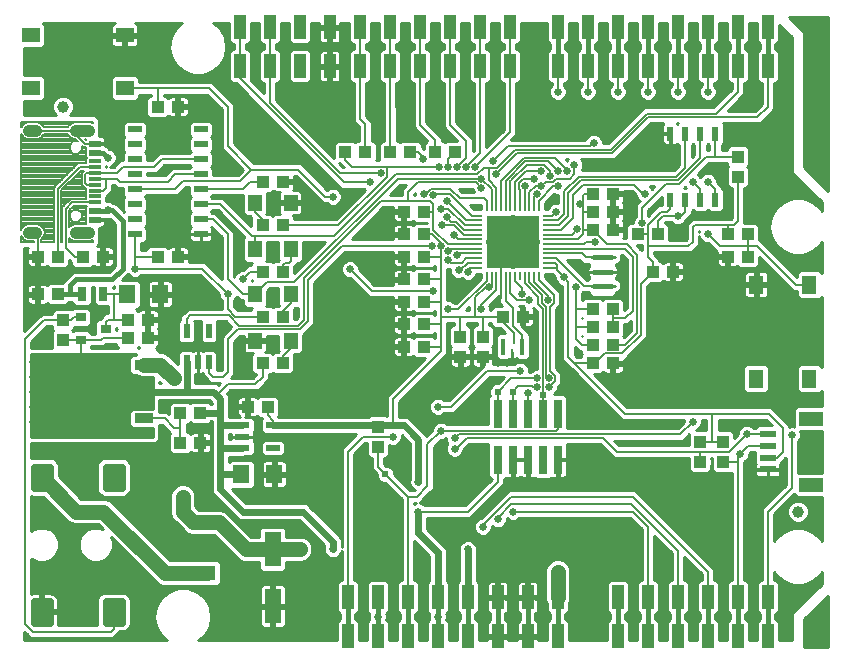
<source format=gtl>
G75*
%MOIN*%
%OFA0B0*%
%FSLAX25Y25*%
%IPPOS*%
%LPD*%
%AMOC8*
5,1,8,0,0,1.08239X$1,22.5*
%
%ADD10R,0.04331X0.03937*%
%ADD11R,0.05512X0.06299*%
%ADD12R,0.05512X0.11811*%
%ADD13R,0.03937X0.04331*%
%ADD14R,0.03543X0.03150*%
%ADD15R,0.06000X0.03200*%
%ADD16R,0.07500X0.12300*%
%ADD17C,0.03937*%
%ADD18R,0.03937X0.07874*%
%ADD19C,0.01600*%
%ADD20R,0.04724X0.05512*%
%ADD21R,0.05787X0.05000*%
%ADD22R,0.03150X0.04724*%
%ADD23C,0.02362*%
%ADD24R,0.04724X0.02165*%
%ADD25R,0.07874X0.04724*%
%ADD26R,0.05315X0.02362*%
%ADD27R,0.04724X0.02362*%
%ADD28R,0.02165X0.04724*%
%ADD29R,0.00787X0.02559*%
%ADD30R,0.02559X0.00787*%
%ADD31R,0.17323X0.17323*%
%ADD32R,0.02992X0.09449*%
%ADD33R,0.02362X0.04724*%
%ADD34R,0.05118X0.06102*%
%ADD35R,0.06102X0.05118*%
%ADD36C,0.01772*%
%ADD37C,0.01000*%
%ADD38R,0.00787X0.01969*%
%ADD39R,0.01575X0.05512*%
%ADD40R,0.04000X0.01181*%
%ADD41R,0.04000X0.02362*%
%ADD42R,0.04000X0.02165*%
%ADD43C,0.03937*%
%ADD44C,0.02500*%
%ADD45C,0.00800*%
%ADD46C,0.02400*%
%ADD47C,0.00600*%
%ADD48C,0.02000*%
%ADD49C,0.01500*%
%ADD50C,0.05000*%
%ADD51C,0.02378*%
D10*
X0133550Y0161522D03*
X0140243Y0161522D03*
X0140243Y0171522D03*
X0133550Y0171522D03*
X0156050Y0173522D03*
X0162743Y0173522D03*
X0161050Y0188022D03*
X0167743Y0188022D03*
X0167743Y0203522D03*
X0161050Y0203522D03*
X0161050Y0218522D03*
X0167743Y0218522D03*
X0167743Y0234022D03*
X0161050Y0234022D03*
X0161050Y0248522D03*
X0167743Y0248522D03*
X0188550Y0258522D03*
X0195243Y0258522D03*
X0203550Y0258522D03*
X0210243Y0258522D03*
X0218550Y0258522D03*
X0225243Y0258522D03*
X0214743Y0238522D03*
X0208050Y0238522D03*
X0208050Y0231022D03*
X0214743Y0231022D03*
X0214743Y0223522D03*
X0208050Y0223522D03*
X0208050Y0216022D03*
X0214743Y0216022D03*
X0214743Y0208522D03*
X0208050Y0208522D03*
X0208050Y0201022D03*
X0214743Y0201022D03*
X0214743Y0193522D03*
X0208050Y0193522D03*
X0241050Y0203522D03*
X0247743Y0203522D03*
X0271050Y0206022D03*
X0277743Y0206022D03*
X0277743Y0200022D03*
X0277743Y0194022D03*
X0271050Y0194022D03*
X0271050Y0200022D03*
X0271050Y0188022D03*
X0277743Y0188022D03*
X0291050Y0218522D03*
X0297743Y0218522D03*
X0292743Y0231022D03*
X0286050Y0231022D03*
X0277743Y0232522D03*
X0277743Y0238522D03*
X0271050Y0238522D03*
X0271050Y0232522D03*
X0271050Y0244522D03*
X0277743Y0244522D03*
X0316050Y0231022D03*
X0322743Y0231022D03*
X0322743Y0223522D03*
X0316050Y0223522D03*
X0132743Y0223522D03*
X0126050Y0223522D03*
X0107743Y0223522D03*
X0101050Y0223522D03*
X0092743Y0223522D03*
X0086050Y0223522D03*
X0086050Y0211022D03*
X0092743Y0211022D03*
X0116050Y0202522D03*
X0122743Y0202522D03*
X0122743Y0196522D03*
X0116050Y0196522D03*
X0126050Y0273522D03*
X0132743Y0273522D03*
D11*
X0126908Y0211022D03*
X0115885Y0211022D03*
X0153885Y0151022D03*
X0164908Y0151022D03*
D12*
X0164396Y0125971D03*
X0164396Y0107073D03*
D13*
X0199396Y0160176D03*
X0199396Y0166869D03*
X0226896Y0190176D03*
X0226896Y0196869D03*
X0234396Y0196869D03*
X0234396Y0190176D03*
X0306896Y0161869D03*
X0306896Y0155176D03*
X0314396Y0155176D03*
X0314396Y0161869D03*
X0319396Y0250176D03*
X0319396Y0256869D03*
X0094396Y0202369D03*
X0094396Y0195676D03*
D14*
X0100459Y0195782D03*
X0100459Y0203262D03*
X0108727Y0199522D03*
D15*
X0121286Y0187532D03*
X0121286Y0178522D03*
X0121286Y0169583D03*
D16*
X0097896Y0178522D03*
D17*
X0094396Y0273522D03*
X0339396Y0138522D03*
D18*
X0329396Y0110018D03*
X0319396Y0110018D03*
X0309396Y0110018D03*
X0299396Y0110018D03*
X0289396Y0110018D03*
X0279396Y0110018D03*
X0279396Y0097026D03*
X0289396Y0097026D03*
X0299396Y0097026D03*
X0309396Y0097026D03*
X0319396Y0097026D03*
X0329396Y0097026D03*
X0259396Y0097026D03*
X0249396Y0097026D03*
X0239396Y0097026D03*
X0229396Y0097026D03*
X0219396Y0097026D03*
X0209396Y0097026D03*
X0199396Y0097026D03*
X0189396Y0097026D03*
X0189396Y0110018D03*
X0199396Y0110018D03*
X0209396Y0110018D03*
X0219396Y0110018D03*
X0229396Y0110018D03*
X0239396Y0110018D03*
X0249396Y0110018D03*
X0259396Y0110018D03*
X0259396Y0287026D03*
X0269396Y0287026D03*
X0279396Y0287026D03*
X0289396Y0287026D03*
X0299396Y0287026D03*
X0309396Y0287026D03*
X0319396Y0287026D03*
X0329396Y0287026D03*
X0329396Y0300018D03*
X0319396Y0300018D03*
X0309396Y0300018D03*
X0299396Y0300018D03*
X0289396Y0300018D03*
X0279396Y0300018D03*
X0269396Y0300018D03*
X0259396Y0300018D03*
X0243396Y0300018D03*
X0233396Y0300018D03*
X0223396Y0300018D03*
X0213396Y0300018D03*
X0203396Y0300018D03*
X0193396Y0300018D03*
X0183396Y0300018D03*
X0173396Y0300018D03*
X0163396Y0300018D03*
X0153396Y0300018D03*
X0153396Y0287026D03*
X0163396Y0287026D03*
X0173396Y0287026D03*
X0183396Y0287026D03*
X0193396Y0287026D03*
X0203396Y0287026D03*
X0213396Y0287026D03*
X0223396Y0287026D03*
X0233396Y0287026D03*
X0243396Y0287026D03*
D19*
X0259396Y0288522D02*
X0259396Y0298522D01*
X0269396Y0298522D02*
X0269396Y0288522D01*
X0279396Y0288522D02*
X0279396Y0298522D01*
X0289396Y0298522D02*
X0289396Y0288522D01*
X0299396Y0288522D02*
X0299396Y0298522D01*
X0309396Y0298522D02*
X0309396Y0288522D01*
X0319396Y0288522D02*
X0319396Y0298522D01*
X0329396Y0298522D02*
X0329396Y0288522D01*
X0329396Y0108522D02*
X0329396Y0098522D01*
X0319396Y0098522D02*
X0319396Y0108522D01*
X0309396Y0108522D02*
X0309396Y0098522D01*
X0299396Y0098522D02*
X0299396Y0108522D01*
X0289396Y0108522D02*
X0289396Y0098522D01*
X0279396Y0098522D02*
X0279396Y0108522D01*
X0259396Y0108522D02*
X0259396Y0098522D01*
X0249396Y0098522D02*
X0249396Y0108522D01*
X0239396Y0108522D02*
X0239396Y0098522D01*
X0229396Y0098522D02*
X0229396Y0108522D01*
X0219396Y0108522D02*
X0219396Y0098522D01*
X0209396Y0098522D02*
X0209396Y0108522D01*
X0199396Y0108522D02*
X0199396Y0098522D01*
X0189396Y0098522D02*
X0189396Y0108522D01*
D20*
X0170302Y0195522D03*
X0158491Y0195522D03*
X0158491Y0211022D03*
X0170302Y0211022D03*
X0170302Y0226022D03*
X0158491Y0226022D03*
X0158491Y0241522D03*
X0170302Y0241522D03*
D21*
X0142396Y0134987D03*
X0142396Y0118058D03*
D22*
X0107940Y0211022D03*
X0100853Y0211022D03*
D23*
X0108656Y0146420D02*
X0114168Y0146420D01*
X0108656Y0146420D02*
X0108656Y0153506D01*
X0114168Y0153506D01*
X0114168Y0146420D01*
X0114168Y0148664D02*
X0108656Y0148664D01*
X0108656Y0150908D02*
X0114168Y0150908D01*
X0114168Y0153152D02*
X0108656Y0153152D01*
X0090152Y0146420D02*
X0084640Y0146420D01*
X0084640Y0153506D01*
X0090152Y0153506D01*
X0090152Y0146420D01*
X0090152Y0148664D02*
X0084640Y0148664D01*
X0084640Y0150908D02*
X0090152Y0150908D01*
X0090152Y0153152D02*
X0084640Y0153152D01*
X0084640Y0101538D02*
X0090152Y0101538D01*
X0084640Y0101538D02*
X0084640Y0108624D01*
X0090152Y0108624D01*
X0090152Y0101538D01*
X0090152Y0103782D02*
X0084640Y0103782D01*
X0084640Y0106026D02*
X0090152Y0106026D01*
X0090152Y0108270D02*
X0084640Y0108270D01*
X0108656Y0101538D02*
X0114168Y0101538D01*
X0108656Y0101538D02*
X0108656Y0108624D01*
X0114168Y0108624D01*
X0114168Y0101538D01*
X0114168Y0103782D02*
X0108656Y0103782D01*
X0108656Y0106026D02*
X0114168Y0106026D01*
X0114168Y0108270D02*
X0108656Y0108270D01*
D24*
X0154278Y0159782D03*
X0154278Y0163522D03*
X0154278Y0167262D03*
X0164515Y0167262D03*
X0164515Y0159782D03*
D25*
X0343865Y0169546D03*
X0343865Y0147499D03*
D26*
X0329396Y0152617D03*
X0329396Y0156554D03*
X0329396Y0160491D03*
X0329396Y0164428D03*
D27*
X0140420Y0231022D03*
X0140420Y0236022D03*
X0140420Y0241022D03*
X0140420Y0246022D03*
X0140420Y0251022D03*
X0140420Y0256022D03*
X0140420Y0261022D03*
X0140420Y0266022D03*
X0118373Y0266022D03*
X0118373Y0261022D03*
X0118373Y0256022D03*
X0118373Y0251022D03*
X0118373Y0246022D03*
X0118373Y0241022D03*
X0118373Y0236022D03*
X0118373Y0231022D03*
D28*
X0135656Y0198641D03*
X0143136Y0198641D03*
X0143136Y0188404D03*
X0139396Y0188404D03*
X0135656Y0188404D03*
D29*
X0235735Y0217007D03*
X0237310Y0217007D03*
X0238885Y0217007D03*
X0240459Y0217007D03*
X0242034Y0217007D03*
X0243609Y0217007D03*
X0245184Y0217007D03*
X0246759Y0217007D03*
X0248333Y0217007D03*
X0249908Y0217007D03*
X0251483Y0217007D03*
X0253058Y0217007D03*
X0253058Y0240038D03*
X0251483Y0240038D03*
X0249908Y0240038D03*
X0248333Y0240038D03*
X0246759Y0240038D03*
X0245184Y0240038D03*
X0243609Y0240038D03*
X0242034Y0240038D03*
X0240459Y0240038D03*
X0238885Y0240038D03*
X0237310Y0240038D03*
X0235735Y0240038D03*
D30*
X0232881Y0237184D03*
X0232881Y0235609D03*
X0232881Y0234034D03*
X0232881Y0232459D03*
X0232881Y0230885D03*
X0232881Y0229310D03*
X0232881Y0227735D03*
X0232881Y0226160D03*
X0232881Y0224585D03*
X0232881Y0223010D03*
X0232881Y0221436D03*
X0232881Y0219861D03*
X0255912Y0219861D03*
X0255912Y0221436D03*
X0255912Y0223010D03*
X0255912Y0224585D03*
X0255912Y0226160D03*
X0255912Y0227735D03*
X0255912Y0229310D03*
X0255912Y0230885D03*
X0255912Y0232459D03*
X0255912Y0234034D03*
X0255912Y0235609D03*
X0255912Y0237184D03*
D31*
X0244396Y0228522D03*
D32*
X0244396Y0171199D03*
X0239396Y0171199D03*
X0249396Y0171199D03*
X0254396Y0171199D03*
X0259396Y0171199D03*
X0259396Y0155845D03*
X0254396Y0155845D03*
X0249396Y0155845D03*
X0244396Y0155845D03*
X0239396Y0155845D03*
D33*
X0296896Y0242499D03*
X0301896Y0242499D03*
X0306896Y0242499D03*
X0311896Y0242499D03*
X0311896Y0264546D03*
X0306896Y0264546D03*
X0301896Y0264546D03*
X0296896Y0264546D03*
D34*
X0325538Y0214172D03*
X0343255Y0214172D03*
X0343255Y0182873D03*
X0325538Y0182873D03*
D35*
X0115046Y0279664D03*
X0115046Y0297381D03*
X0083747Y0297381D03*
X0083747Y0279664D03*
D36*
X0271532Y0223247D02*
X0277260Y0223247D01*
X0277260Y0218522D02*
X0271532Y0218522D01*
X0271532Y0213798D02*
X0277260Y0213798D01*
D37*
X0081496Y0098452D02*
X0081496Y0095622D01*
X0129187Y0095622D01*
X0127084Y0097387D01*
X0125427Y0100258D01*
X0125427Y0100258D01*
X0124851Y0103522D01*
X0124851Y0103522D01*
X0125427Y0106787D01*
X0125427Y0106787D01*
X0127084Y0109658D01*
X0127084Y0109658D01*
X0127084Y0109658D01*
X0129624Y0111789D01*
X0129624Y0111789D01*
X0132739Y0112922D01*
X0136054Y0112922D01*
X0139169Y0111789D01*
X0139169Y0111789D01*
X0141708Y0109658D01*
X0141708Y0109658D01*
X0143366Y0106787D01*
X0143366Y0106787D01*
X0143941Y0103522D01*
X0143941Y0103522D01*
X0143366Y0100258D01*
X0143366Y0100258D01*
X0141708Y0097387D01*
X0141708Y0097387D01*
X0141708Y0097387D01*
X0139605Y0095622D01*
X0185728Y0095622D01*
X0185728Y0101667D01*
X0186724Y0102663D01*
X0186896Y0102663D01*
X0186896Y0104381D01*
X0186724Y0104381D01*
X0185728Y0105377D01*
X0185728Y0114660D01*
X0186724Y0115655D01*
X0187296Y0115655D01*
X0187296Y0125315D01*
X0186897Y0124351D01*
X0186067Y0123521D01*
X0184983Y0123072D01*
X0183810Y0123072D01*
X0182725Y0123521D01*
X0181895Y0124351D01*
X0181446Y0125436D01*
X0181446Y0126609D01*
X0181496Y0126730D01*
X0181496Y0127321D01*
X0173195Y0135622D01*
X0153819Y0135622D01*
X0152754Y0136064D01*
X0144438Y0144380D01*
X0143996Y0145445D01*
X0143997Y0145445D02*
X0138146Y0145445D01*
X0137957Y0145901D02*
X0136775Y0147083D01*
X0135232Y0147722D01*
X0133561Y0147722D01*
X0132017Y0147083D01*
X0130836Y0145901D01*
X0130196Y0144358D01*
X0130196Y0137687D01*
X0130836Y0136143D01*
X0132017Y0134962D01*
X0132017Y0134962D01*
X0134371Y0132608D01*
X0134371Y0132608D01*
X0135553Y0131426D01*
X0137096Y0130787D01*
X0144692Y0130787D01*
X0153068Y0122411D01*
X0154612Y0121771D01*
X0159940Y0121771D01*
X0159940Y0119361D01*
X0160936Y0118366D01*
X0167856Y0118366D01*
X0168852Y0119361D01*
X0168852Y0121771D01*
X0174181Y0121771D01*
X0175724Y0122411D01*
X0176957Y0123643D01*
X0177596Y0125187D01*
X0177596Y0126858D01*
X0176957Y0128401D01*
X0175775Y0129583D01*
X0174232Y0130222D01*
X0172561Y0130222D01*
X0172437Y0130171D01*
X0168852Y0130171D01*
X0168852Y0132581D01*
X0167856Y0133577D01*
X0160936Y0133577D01*
X0159940Y0132581D01*
X0159940Y0130171D01*
X0157187Y0130171D01*
X0148811Y0138547D01*
X0147267Y0139187D01*
X0145994Y0139187D01*
X0139671Y0139187D01*
X0138596Y0140262D01*
X0138596Y0144358D01*
X0137957Y0145901D01*
X0137415Y0146443D02*
X0143996Y0146443D01*
X0143996Y0145445D02*
X0143996Y0168622D01*
X0143881Y0168622D01*
X0143112Y0167854D01*
X0137373Y0167854D01*
X0136896Y0168331D01*
X0136419Y0167854D01*
X0135650Y0167854D01*
X0135650Y0165191D01*
X0136419Y0165191D01*
X0137038Y0164572D01*
X0137156Y0164691D01*
X0137498Y0164889D01*
X0137880Y0164991D01*
X0139759Y0164991D01*
X0139759Y0162007D01*
X0140727Y0162007D01*
X0140727Y0164991D01*
X0142606Y0164991D01*
X0142987Y0164889D01*
X0143329Y0164691D01*
X0143608Y0164412D01*
X0143806Y0164070D01*
X0143908Y0163688D01*
X0143908Y0162007D01*
X0140727Y0162007D01*
X0140727Y0161038D01*
X0140727Y0158054D01*
X0142606Y0158054D01*
X0142987Y0158156D01*
X0143329Y0158354D01*
X0143608Y0158633D01*
X0143806Y0158975D01*
X0143908Y0159356D01*
X0143908Y0161038D01*
X0140727Y0161038D01*
X0139759Y0161038D01*
X0139759Y0158054D01*
X0137880Y0158054D01*
X0137498Y0158156D01*
X0137156Y0158354D01*
X0137038Y0158472D01*
X0136419Y0157854D01*
X0130680Y0157854D01*
X0129685Y0158850D01*
X0129685Y0164195D01*
X0130219Y0164730D01*
X0127466Y0167483D01*
X0126596Y0167483D01*
X0126596Y0162611D01*
X0125308Y0161322D01*
X0083946Y0161322D01*
X0083946Y0156338D01*
X0084067Y0156388D01*
X0090725Y0156388D01*
X0091784Y0155949D01*
X0092595Y0155139D01*
X0093033Y0154080D01*
X0093033Y0150266D01*
X0100577Y0142722D01*
X0108767Y0142722D01*
X0110311Y0142083D01*
X0130136Y0122258D01*
X0145994Y0122258D01*
X0146990Y0121262D01*
X0146990Y0114854D01*
X0145994Y0113858D01*
X0127561Y0113858D01*
X0126017Y0114497D01*
X0124836Y0115679D01*
X0110558Y0129957D01*
X0111096Y0128656D01*
X0111096Y0126388D01*
X0110229Y0124294D01*
X0108625Y0122690D01*
X0106530Y0121822D01*
X0104263Y0121822D01*
X0102168Y0122690D01*
X0100564Y0124294D01*
X0099696Y0126388D01*
X0099696Y0128656D01*
X0100564Y0130751D01*
X0102168Y0132355D01*
X0104263Y0133222D01*
X0106530Y0133222D01*
X0107831Y0132684D01*
X0106192Y0134322D01*
X0098002Y0134322D01*
X0096458Y0134962D01*
X0095277Y0136143D01*
X0087881Y0143539D01*
X0084067Y0143539D01*
X0083946Y0143589D01*
X0083946Y0132133D01*
X0084168Y0132355D01*
X0086263Y0133222D01*
X0088530Y0133222D01*
X0090625Y0132355D01*
X0092229Y0130751D01*
X0093096Y0128656D01*
X0093096Y0126388D01*
X0092229Y0124294D01*
X0090625Y0122690D01*
X0088530Y0121822D01*
X0086263Y0121822D01*
X0084168Y0122690D01*
X0083946Y0122911D01*
X0083946Y0111220D01*
X0084376Y0111306D01*
X0086896Y0111306D01*
X0086896Y0105581D01*
X0087896Y0105581D01*
X0092833Y0105581D01*
X0092833Y0108889D01*
X0092730Y0109407D01*
X0092528Y0109895D01*
X0092235Y0110334D01*
X0091861Y0110707D01*
X0091422Y0111001D01*
X0090934Y0111203D01*
X0090416Y0111306D01*
X0087896Y0111306D01*
X0087896Y0105581D01*
X0087896Y0104581D01*
X0092833Y0104581D01*
X0092833Y0101274D01*
X0092730Y0100756D01*
X0092675Y0100622D01*
X0105917Y0100622D01*
X0105775Y0100965D01*
X0105775Y0109198D01*
X0106214Y0110257D01*
X0107024Y0111067D01*
X0108083Y0111506D01*
X0114741Y0111506D01*
X0115800Y0111067D01*
X0116610Y0110257D01*
X0117049Y0109198D01*
X0117049Y0100965D01*
X0116610Y0099906D01*
X0115800Y0099096D01*
X0114741Y0098657D01*
X0113501Y0098657D01*
X0112282Y0097438D01*
X0111266Y0096422D01*
X0083526Y0096422D01*
X0082296Y0097652D01*
X0081496Y0098452D01*
X0081496Y0097516D02*
X0082432Y0097516D01*
X0081496Y0096518D02*
X0083431Y0096518D01*
X0092833Y0101510D02*
X0105775Y0101510D01*
X0105775Y0102509D02*
X0092833Y0102509D01*
X0092833Y0103507D02*
X0105775Y0103507D01*
X0105775Y0104506D02*
X0092833Y0104506D01*
X0092833Y0106503D02*
X0105775Y0106503D01*
X0105775Y0107501D02*
X0092833Y0107501D01*
X0092833Y0108500D02*
X0105775Y0108500D01*
X0105900Y0109498D02*
X0092692Y0109498D01*
X0092072Y0110497D02*
X0106454Y0110497D01*
X0108058Y0111496D02*
X0083946Y0111496D01*
X0083946Y0112494D02*
X0131562Y0112494D01*
X0129275Y0111496D02*
X0114766Y0111496D01*
X0116370Y0110497D02*
X0128085Y0110497D01*
X0126992Y0109498D02*
X0116924Y0109498D01*
X0117049Y0108500D02*
X0126416Y0108500D01*
X0125840Y0107501D02*
X0117049Y0107501D01*
X0117049Y0106503D02*
X0125377Y0106503D01*
X0125201Y0105504D02*
X0117049Y0105504D01*
X0117049Y0104506D02*
X0125025Y0104506D01*
X0124854Y0103507D02*
X0117049Y0103507D01*
X0117049Y0102509D02*
X0125030Y0102509D01*
X0125206Y0101510D02*
X0117049Y0101510D01*
X0116861Y0100512D02*
X0125382Y0100512D01*
X0125857Y0099513D02*
X0116218Y0099513D01*
X0113359Y0098515D02*
X0126433Y0098515D01*
X0127010Y0097516D02*
X0112360Y0097516D01*
X0111362Y0096518D02*
X0128120Y0096518D01*
X0140673Y0096518D02*
X0185728Y0096518D01*
X0185728Y0097516D02*
X0141783Y0097516D01*
X0142359Y0098515D02*
X0185728Y0098515D01*
X0185728Y0099513D02*
X0142936Y0099513D01*
X0143410Y0100512D02*
X0160287Y0100512D01*
X0160243Y0100589D02*
X0160440Y0100247D01*
X0160719Y0099968D01*
X0161061Y0099770D01*
X0161443Y0099668D01*
X0163896Y0099668D01*
X0163896Y0106573D01*
X0164896Y0106573D01*
X0164896Y0099668D01*
X0167350Y0099668D01*
X0167731Y0099770D01*
X0168073Y0099968D01*
X0168353Y0100247D01*
X0168550Y0100589D01*
X0168652Y0100970D01*
X0168652Y0106573D01*
X0164896Y0106573D01*
X0164896Y0107573D01*
X0168652Y0107573D01*
X0168652Y0113176D01*
X0168550Y0113558D01*
X0168353Y0113900D01*
X0168073Y0114179D01*
X0167731Y0114377D01*
X0167350Y0114479D01*
X0164896Y0114479D01*
X0164896Y0107574D01*
X0163896Y0107574D01*
X0163896Y0114479D01*
X0161443Y0114479D01*
X0161061Y0114377D01*
X0160719Y0114179D01*
X0160440Y0113900D01*
X0160243Y0113558D01*
X0160140Y0113176D01*
X0160140Y0107573D01*
X0163896Y0107573D01*
X0163896Y0106573D01*
X0160140Y0106573D01*
X0160140Y0100970D01*
X0160243Y0100589D01*
X0160140Y0101510D02*
X0143587Y0101510D01*
X0143763Y0102509D02*
X0160140Y0102509D01*
X0160140Y0103507D02*
X0143939Y0103507D01*
X0143768Y0104506D02*
X0160140Y0104506D01*
X0160140Y0105504D02*
X0143592Y0105504D01*
X0143416Y0106503D02*
X0160140Y0106503D01*
X0160140Y0108500D02*
X0142377Y0108500D01*
X0142953Y0107501D02*
X0163896Y0107501D01*
X0163896Y0106503D02*
X0164896Y0106503D01*
X0164896Y0107501D02*
X0185728Y0107501D01*
X0185728Y0106503D02*
X0168652Y0106503D01*
X0168652Y0105504D02*
X0185728Y0105504D01*
X0186599Y0104506D02*
X0168652Y0104506D01*
X0168652Y0103507D02*
X0186896Y0103507D01*
X0186569Y0102509D02*
X0168652Y0102509D01*
X0168652Y0101510D02*
X0185728Y0101510D01*
X0185728Y0100512D02*
X0168505Y0100512D01*
X0164896Y0100512D02*
X0163896Y0100512D01*
X0163896Y0101510D02*
X0164896Y0101510D01*
X0164896Y0102509D02*
X0163896Y0102509D01*
X0163896Y0103507D02*
X0164896Y0103507D01*
X0164896Y0104506D02*
X0163896Y0104506D01*
X0163896Y0105504D02*
X0164896Y0105504D01*
X0164896Y0108500D02*
X0163896Y0108500D01*
X0163896Y0109498D02*
X0164896Y0109498D01*
X0164896Y0110497D02*
X0163896Y0110497D01*
X0163896Y0111496D02*
X0164896Y0111496D01*
X0164896Y0112494D02*
X0163896Y0112494D01*
X0163896Y0113493D02*
X0164896Y0113493D01*
X0168568Y0113493D02*
X0185728Y0113493D01*
X0185728Y0114491D02*
X0146627Y0114491D01*
X0146990Y0115490D02*
X0186558Y0115490D01*
X0187296Y0116488D02*
X0146990Y0116488D01*
X0146990Y0117487D02*
X0187296Y0117487D01*
X0187296Y0118485D02*
X0167976Y0118485D01*
X0168852Y0119484D02*
X0187296Y0119484D01*
X0187296Y0120482D02*
X0168852Y0120482D01*
X0168852Y0121481D02*
X0187296Y0121481D01*
X0187296Y0122479D02*
X0175793Y0122479D01*
X0176791Y0123478D02*
X0182831Y0123478D01*
X0181844Y0124476D02*
X0177302Y0124476D01*
X0177596Y0125475D02*
X0181446Y0125475D01*
X0181446Y0126473D02*
X0177596Y0126473D01*
X0177342Y0127472D02*
X0181346Y0127472D01*
X0180347Y0128470D02*
X0176888Y0128470D01*
X0175890Y0129469D02*
X0179349Y0129469D01*
X0178350Y0130467D02*
X0168852Y0130467D01*
X0168852Y0131466D02*
X0177352Y0131466D01*
X0176353Y0132464D02*
X0168852Y0132464D01*
X0167970Y0133463D02*
X0175355Y0133463D01*
X0174356Y0134461D02*
X0152897Y0134461D01*
X0153896Y0133463D02*
X0160822Y0133463D01*
X0159940Y0132464D02*
X0154894Y0132464D01*
X0155893Y0131466D02*
X0159940Y0131466D01*
X0159940Y0130467D02*
X0156891Y0130467D01*
X0151899Y0135460D02*
X0173358Y0135460D01*
X0177566Y0139454D02*
X0187296Y0139454D01*
X0187296Y0140452D02*
X0176567Y0140452D01*
X0176855Y0140165D02*
X0176039Y0140981D01*
X0174973Y0141422D01*
X0155598Y0141422D01*
X0150847Y0146173D01*
X0157345Y0146173D01*
X0158340Y0147169D01*
X0158340Y0154876D01*
X0157345Y0155872D01*
X0150424Y0155872D01*
X0149796Y0155244D01*
X0149796Y0156882D01*
X0154855Y0156882D01*
X0155138Y0156999D01*
X0157344Y0156999D01*
X0158340Y0157995D01*
X0158340Y0161569D01*
X0158040Y0161869D01*
X0158140Y0162242D01*
X0158140Y0163481D01*
X0154319Y0163481D01*
X0154319Y0163564D01*
X0158140Y0163564D01*
X0158140Y0164802D01*
X0158040Y0165176D01*
X0158340Y0165476D01*
X0158340Y0169049D01*
X0157344Y0170045D01*
X0155138Y0170045D01*
X0155117Y0170054D01*
X0155566Y0170054D01*
X0155566Y0173038D01*
X0156534Y0173038D01*
X0156534Y0170054D01*
X0158413Y0170054D01*
X0158794Y0170156D01*
X0159136Y0170354D01*
X0159255Y0170472D01*
X0159873Y0169854D01*
X0160643Y0169854D01*
X0160643Y0169806D01*
X0160926Y0169523D01*
X0160453Y0169049D01*
X0160453Y0165476D01*
X0161448Y0164480D01*
X0163655Y0164480D01*
X0163938Y0164362D01*
X0192267Y0164362D01*
X0188526Y0160622D01*
X0187296Y0159392D01*
X0187296Y0126730D01*
X0187296Y0126730D01*
X0187296Y0129099D01*
X0186855Y0130165D01*
X0186039Y0130981D01*
X0176855Y0140165D01*
X0178565Y0138455D02*
X0187296Y0138455D01*
X0187296Y0137457D02*
X0179563Y0137457D01*
X0180562Y0136458D02*
X0187296Y0136458D01*
X0187296Y0135460D02*
X0181560Y0135460D01*
X0182559Y0134461D02*
X0187296Y0134461D01*
X0187296Y0133463D02*
X0183557Y0133463D01*
X0184556Y0132464D02*
X0187296Y0132464D01*
X0187296Y0131466D02*
X0185554Y0131466D01*
X0186039Y0130981D02*
X0186039Y0130981D01*
X0186553Y0130467D02*
X0187296Y0130467D01*
X0187296Y0129469D02*
X0187143Y0129469D01*
X0187296Y0128470D02*
X0187296Y0128470D01*
X0187296Y0127472D02*
X0187296Y0127472D01*
X0187296Y0124476D02*
X0186949Y0124476D01*
X0187296Y0123478D02*
X0185962Y0123478D01*
X0191496Y0123478D02*
X0207296Y0123478D01*
X0207296Y0124476D02*
X0191496Y0124476D01*
X0191496Y0125475D02*
X0207296Y0125475D01*
X0207296Y0126473D02*
X0191496Y0126473D01*
X0191496Y0127472D02*
X0207296Y0127472D01*
X0207296Y0128470D02*
X0191496Y0128470D01*
X0191496Y0129469D02*
X0207296Y0129469D01*
X0207296Y0130467D02*
X0191496Y0130467D01*
X0191496Y0131466D02*
X0207296Y0131466D01*
X0207296Y0132464D02*
X0191496Y0132464D01*
X0191496Y0133463D02*
X0207296Y0133463D01*
X0207296Y0134461D02*
X0191496Y0134461D01*
X0191496Y0135460D02*
X0207296Y0135460D01*
X0207296Y0136458D02*
X0191496Y0136458D01*
X0191496Y0137457D02*
X0207296Y0137457D01*
X0207296Y0138455D02*
X0191496Y0138455D01*
X0191496Y0139454D02*
X0207296Y0139454D01*
X0207296Y0140452D02*
X0191496Y0140452D01*
X0191496Y0141451D02*
X0207296Y0141451D01*
X0207296Y0142449D02*
X0191496Y0142449D01*
X0191496Y0143448D02*
X0206501Y0143448D01*
X0207296Y0142652D02*
X0207296Y0115655D01*
X0206724Y0115655D01*
X0205728Y0114660D01*
X0205728Y0105377D01*
X0206724Y0104381D01*
X0206896Y0104381D01*
X0206896Y0102663D01*
X0206724Y0102663D01*
X0205728Y0101667D01*
X0205728Y0095622D01*
X0203065Y0095622D01*
X0203065Y0101667D01*
X0202185Y0102547D01*
X0202346Y0102936D01*
X0202346Y0104109D01*
X0202185Y0104498D01*
X0203065Y0105377D01*
X0203065Y0114660D01*
X0202069Y0115655D01*
X0196724Y0115655D01*
X0195728Y0114660D01*
X0195728Y0105377D01*
X0196607Y0104498D01*
X0196446Y0104109D01*
X0196446Y0102936D01*
X0196607Y0102547D01*
X0195728Y0101667D01*
X0195728Y0095622D01*
X0193065Y0095622D01*
X0193065Y0101667D01*
X0192069Y0102663D01*
X0191896Y0102663D01*
X0191896Y0104381D01*
X0192069Y0104381D01*
X0193065Y0105377D01*
X0193065Y0114660D01*
X0192069Y0115655D01*
X0191496Y0115655D01*
X0191496Y0157652D01*
X0195266Y0161422D01*
X0195728Y0161422D01*
X0195728Y0157306D01*
X0196724Y0156310D01*
X0197296Y0156310D01*
X0197296Y0152652D01*
X0199007Y0150941D01*
X0199007Y0150448D01*
X0199447Y0149386D01*
X0200260Y0148573D01*
X0201322Y0148133D01*
X0201815Y0148133D01*
X0207296Y0142652D01*
X0205502Y0144446D02*
X0191496Y0144446D01*
X0191496Y0145445D02*
X0204504Y0145445D01*
X0203505Y0146443D02*
X0191496Y0146443D01*
X0191496Y0147442D02*
X0202507Y0147442D01*
X0200580Y0148440D02*
X0191496Y0148440D01*
X0191496Y0149439D02*
X0199425Y0149439D01*
X0199012Y0150437D02*
X0191496Y0150437D01*
X0191496Y0151436D02*
X0198513Y0151436D01*
X0197514Y0152434D02*
X0191496Y0152434D01*
X0191496Y0153433D02*
X0197296Y0153433D01*
X0197296Y0154431D02*
X0191496Y0154431D01*
X0191496Y0155430D02*
X0197296Y0155430D01*
X0196606Y0156429D02*
X0191496Y0156429D01*
X0191496Y0157427D02*
X0195728Y0157427D01*
X0195728Y0158426D02*
X0192269Y0158426D01*
X0193268Y0159424D02*
X0195728Y0159424D01*
X0195728Y0160423D02*
X0194266Y0160423D01*
X0195265Y0161421D02*
X0195728Y0161421D01*
X0191322Y0163418D02*
X0158140Y0163418D01*
X0158140Y0162420D02*
X0161303Y0162420D01*
X0161448Y0162565D02*
X0160453Y0161569D01*
X0160453Y0157995D01*
X0161448Y0156999D01*
X0167581Y0156999D01*
X0168577Y0157995D01*
X0168577Y0161569D01*
X0167581Y0162565D01*
X0161448Y0162565D01*
X0160453Y0161421D02*
X0158340Y0161421D01*
X0158340Y0160423D02*
X0160453Y0160423D01*
X0160453Y0159424D02*
X0158340Y0159424D01*
X0158340Y0158426D02*
X0160453Y0158426D01*
X0161021Y0157427D02*
X0157772Y0157427D01*
X0157786Y0155430D02*
X0161331Y0155430D01*
X0161231Y0155372D02*
X0160952Y0155093D01*
X0160754Y0154751D01*
X0160652Y0154369D01*
X0160652Y0151522D01*
X0164408Y0151522D01*
X0164408Y0150522D01*
X0165408Y0150522D01*
X0165408Y0146373D01*
X0167862Y0146373D01*
X0168243Y0146475D01*
X0168585Y0146672D01*
X0168864Y0146952D01*
X0169062Y0147294D01*
X0169164Y0147675D01*
X0169164Y0150522D01*
X0165408Y0150522D01*
X0165408Y0151522D01*
X0169164Y0151522D01*
X0169164Y0154369D01*
X0169062Y0154751D01*
X0168864Y0155093D01*
X0168585Y0155372D01*
X0168243Y0155570D01*
X0167862Y0155672D01*
X0165408Y0155672D01*
X0165408Y0151522D01*
X0164408Y0151522D01*
X0164408Y0155672D01*
X0161955Y0155672D01*
X0161573Y0155570D01*
X0161231Y0155372D01*
X0160669Y0154431D02*
X0158340Y0154431D01*
X0158340Y0153433D02*
X0160652Y0153433D01*
X0160652Y0152434D02*
X0158340Y0152434D01*
X0158340Y0151436D02*
X0164408Y0151436D01*
X0164408Y0150522D02*
X0160652Y0150522D01*
X0160652Y0147675D01*
X0160754Y0147294D01*
X0160952Y0146952D01*
X0161231Y0146672D01*
X0161573Y0146475D01*
X0161955Y0146373D01*
X0164408Y0146373D01*
X0164408Y0150522D01*
X0164408Y0150437D02*
X0165408Y0150437D01*
X0165408Y0149439D02*
X0164408Y0149439D01*
X0164408Y0148440D02*
X0165408Y0148440D01*
X0165408Y0147442D02*
X0164408Y0147442D01*
X0164408Y0146443D02*
X0165408Y0146443D01*
X0168125Y0146443D02*
X0187296Y0146443D01*
X0187296Y0145445D02*
X0151575Y0145445D01*
X0152573Y0144446D02*
X0187296Y0144446D01*
X0187296Y0143448D02*
X0153572Y0143448D01*
X0154570Y0142449D02*
X0187296Y0142449D01*
X0187296Y0141451D02*
X0155569Y0141451D01*
X0157615Y0146443D02*
X0161691Y0146443D01*
X0160715Y0147442D02*
X0158340Y0147442D01*
X0158340Y0148440D02*
X0160652Y0148440D01*
X0160652Y0149439D02*
X0158340Y0149439D01*
X0158340Y0150437D02*
X0160652Y0150437D01*
X0164408Y0152434D02*
X0165408Y0152434D01*
X0165408Y0151436D02*
X0187296Y0151436D01*
X0187296Y0152434D02*
X0169164Y0152434D01*
X0169164Y0153433D02*
X0187296Y0153433D01*
X0187296Y0154431D02*
X0169147Y0154431D01*
X0168485Y0155430D02*
X0187296Y0155430D01*
X0187296Y0156429D02*
X0149796Y0156429D01*
X0149796Y0155430D02*
X0149983Y0155430D01*
X0143996Y0155430D02*
X0116319Y0155430D01*
X0116610Y0155139D02*
X0115800Y0155949D01*
X0114741Y0156388D01*
X0108083Y0156388D01*
X0107024Y0155949D01*
X0106214Y0155139D01*
X0105775Y0154080D01*
X0105775Y0145847D01*
X0106214Y0144788D01*
X0107024Y0143977D01*
X0108083Y0143539D01*
X0114741Y0143539D01*
X0115800Y0143977D01*
X0116610Y0144788D01*
X0117049Y0145847D01*
X0117049Y0154080D01*
X0116610Y0155139D01*
X0116903Y0154431D02*
X0143996Y0154431D01*
X0143996Y0153433D02*
X0117049Y0153433D01*
X0117049Y0152434D02*
X0143996Y0152434D01*
X0143996Y0151436D02*
X0117049Y0151436D01*
X0117049Y0150437D02*
X0143996Y0150437D01*
X0143996Y0149439D02*
X0117049Y0149439D01*
X0117049Y0148440D02*
X0143996Y0148440D01*
X0143996Y0147442D02*
X0135909Y0147442D01*
X0132884Y0147442D02*
X0117049Y0147442D01*
X0117049Y0146443D02*
X0131378Y0146443D01*
X0130647Y0145445D02*
X0116883Y0145445D01*
X0116269Y0144446D02*
X0130233Y0144446D01*
X0130196Y0143448D02*
X0099851Y0143448D01*
X0098853Y0144446D02*
X0106555Y0144446D01*
X0105942Y0145445D02*
X0097854Y0145445D01*
X0096856Y0146443D02*
X0105775Y0146443D01*
X0105775Y0147442D02*
X0095857Y0147442D01*
X0094859Y0148440D02*
X0105775Y0148440D01*
X0105775Y0149439D02*
X0093860Y0149439D01*
X0093033Y0150437D02*
X0105775Y0150437D01*
X0105775Y0151436D02*
X0093033Y0151436D01*
X0093033Y0152434D02*
X0105775Y0152434D01*
X0105775Y0153433D02*
X0093033Y0153433D01*
X0092888Y0154431D02*
X0105921Y0154431D01*
X0106505Y0155430D02*
X0092303Y0155430D01*
X0083946Y0156429D02*
X0143996Y0156429D01*
X0143996Y0157427D02*
X0083946Y0157427D01*
X0083946Y0158426D02*
X0130109Y0158426D01*
X0129685Y0159424D02*
X0083946Y0159424D01*
X0083946Y0160423D02*
X0129685Y0160423D01*
X0129685Y0161421D02*
X0125406Y0161421D01*
X0126405Y0162420D02*
X0129685Y0162420D01*
X0129685Y0163418D02*
X0126596Y0163418D01*
X0126596Y0164417D02*
X0129906Y0164417D01*
X0129534Y0165415D02*
X0126596Y0165415D01*
X0126596Y0166414D02*
X0128535Y0166414D01*
X0127537Y0167412D02*
X0126596Y0167412D01*
X0124396Y0166283D02*
X0124396Y0163522D01*
X0083946Y0163522D01*
X0083946Y0191022D01*
X0118837Y0191022D01*
X0118646Y0190832D01*
X0117582Y0190832D01*
X0116586Y0189836D01*
X0116586Y0185228D01*
X0117582Y0184232D01*
X0118646Y0184232D01*
X0118907Y0183972D01*
X0120451Y0183332D01*
X0124396Y0183332D01*
X0124396Y0172883D01*
X0117582Y0172883D01*
X0116586Y0171887D01*
X0116586Y0167278D01*
X0117582Y0166283D01*
X0124396Y0166283D01*
X0124396Y0165415D02*
X0083946Y0165415D01*
X0083946Y0164417D02*
X0124396Y0164417D01*
X0117451Y0166414D02*
X0083946Y0166414D01*
X0083946Y0167412D02*
X0116586Y0167412D01*
X0116586Y0168411D02*
X0083946Y0168411D01*
X0083946Y0169409D02*
X0116586Y0169409D01*
X0116586Y0170408D02*
X0083946Y0170408D01*
X0083946Y0171406D02*
X0116586Y0171406D01*
X0117104Y0172405D02*
X0083946Y0172405D01*
X0083946Y0173403D02*
X0124396Y0173403D01*
X0124396Y0174402D02*
X0083946Y0174402D01*
X0083946Y0175400D02*
X0124396Y0175400D01*
X0124396Y0176399D02*
X0083946Y0176399D01*
X0083946Y0177397D02*
X0124396Y0177397D01*
X0124396Y0178396D02*
X0083946Y0178396D01*
X0083946Y0179394D02*
X0124396Y0179394D01*
X0124396Y0180393D02*
X0083946Y0180393D01*
X0083946Y0181391D02*
X0124396Y0181391D01*
X0124396Y0182390D02*
X0083946Y0182390D01*
X0083946Y0183388D02*
X0120315Y0183388D01*
X0117427Y0184387D02*
X0083946Y0184387D01*
X0083946Y0185385D02*
X0116586Y0185385D01*
X0116586Y0186384D02*
X0083946Y0186384D01*
X0083946Y0187382D02*
X0116586Y0187382D01*
X0116586Y0188381D02*
X0083946Y0188381D01*
X0083946Y0189379D02*
X0116586Y0189379D01*
X0117128Y0190378D02*
X0083946Y0190378D01*
X0083946Y0193222D02*
X0083946Y0195102D01*
X0089113Y0200269D01*
X0090728Y0200269D01*
X0090728Y0199499D01*
X0091205Y0199022D01*
X0090728Y0198545D01*
X0090728Y0193222D01*
X0083946Y0193222D01*
X0083946Y0193373D02*
X0090728Y0193373D01*
X0090728Y0194372D02*
X0083946Y0194372D01*
X0084214Y0195370D02*
X0090728Y0195370D01*
X0090728Y0196369D02*
X0085213Y0196369D01*
X0086211Y0197367D02*
X0090728Y0197367D01*
X0090728Y0198366D02*
X0087210Y0198366D01*
X0088208Y0199365D02*
X0090863Y0199365D01*
X0086263Y0203359D02*
X0081496Y0203359D01*
X0081496Y0204357D02*
X0087261Y0204357D01*
X0087373Y0204469D02*
X0081496Y0198592D01*
X0081496Y0226422D01*
X0082695Y0226422D01*
X0082684Y0226412D01*
X0082487Y0226070D01*
X0082385Y0225688D01*
X0082385Y0224007D01*
X0085566Y0224007D01*
X0085566Y0223038D01*
X0086534Y0223038D01*
X0086534Y0220054D01*
X0088413Y0220054D01*
X0088794Y0220156D01*
X0089136Y0220354D01*
X0089255Y0220472D01*
X0089873Y0219854D01*
X0095612Y0219854D01*
X0096608Y0220850D01*
X0096608Y0222341D01*
X0097185Y0221764D01*
X0097185Y0220850D01*
X0098180Y0219854D01*
X0103919Y0219854D01*
X0104538Y0220472D01*
X0104656Y0220354D01*
X0104998Y0220156D01*
X0105380Y0220054D01*
X0107259Y0220054D01*
X0107259Y0223038D01*
X0108227Y0223038D01*
X0108227Y0220054D01*
X0110106Y0220054D01*
X0110487Y0220156D01*
X0110829Y0220354D01*
X0111108Y0220633D01*
X0111306Y0220975D01*
X0111408Y0221356D01*
X0111408Y0223038D01*
X0108227Y0223038D01*
X0108227Y0224007D01*
X0107259Y0224007D01*
X0107259Y0226991D01*
X0105835Y0226991D01*
X0106496Y0227652D01*
X0106496Y0233144D01*
X0107200Y0233144D01*
X0107582Y0233247D01*
X0107924Y0233444D01*
X0108203Y0233723D01*
X0108400Y0234065D01*
X0108503Y0234447D01*
X0108503Y0235735D01*
X0106496Y0235735D01*
X0106496Y0235916D01*
X0108503Y0235916D01*
X0108503Y0236199D01*
X0108810Y0236072D01*
X0109983Y0236072D01*
X0110265Y0236189D01*
X0111946Y0234507D01*
X0111946Y0220537D01*
X0109881Y0218472D01*
X0098409Y0218472D01*
X0097509Y0218099D01*
X0096819Y0217410D01*
X0095509Y0216099D01*
X0094819Y0215410D01*
X0094521Y0214691D01*
X0089873Y0214691D01*
X0089255Y0214072D01*
X0089136Y0214191D01*
X0088794Y0214389D01*
X0088413Y0214491D01*
X0086534Y0214491D01*
X0086534Y0211507D01*
X0085566Y0211507D01*
X0085566Y0214491D01*
X0083687Y0214491D01*
X0083306Y0214389D01*
X0082963Y0214191D01*
X0082684Y0213912D01*
X0082487Y0213570D01*
X0082385Y0213188D01*
X0082385Y0211507D01*
X0085566Y0211507D01*
X0085566Y0210538D01*
X0086534Y0210538D01*
X0086534Y0207554D01*
X0088413Y0207554D01*
X0088794Y0207656D01*
X0089136Y0207854D01*
X0089255Y0207972D01*
X0089873Y0207354D01*
X0095612Y0207354D01*
X0096608Y0208350D01*
X0096608Y0208572D01*
X0097578Y0208572D01*
X0097578Y0207956D01*
X0098574Y0206960D01*
X0103132Y0206960D01*
X0104128Y0207956D01*
X0104128Y0213572D01*
X0104665Y0213572D01*
X0104665Y0207956D01*
X0105661Y0206960D01*
X0109296Y0206960D01*
X0109296Y0204622D01*
X0108526Y0204622D01*
X0107296Y0203392D01*
X0106701Y0202797D01*
X0106251Y0202797D01*
X0105255Y0201801D01*
X0105255Y0197882D01*
X0103931Y0197882D01*
X0103931Y0198061D01*
X0102935Y0199057D01*
X0097983Y0199057D01*
X0097768Y0198842D01*
X0097588Y0199022D01*
X0098065Y0199499D01*
X0098065Y0199988D01*
X0102935Y0199988D01*
X0103931Y0200983D01*
X0103931Y0205541D01*
X0102935Y0206537D01*
X0097983Y0206537D01*
X0097375Y0205928D01*
X0097069Y0206234D01*
X0091724Y0206234D01*
X0090728Y0205238D01*
X0090728Y0204469D01*
X0087373Y0204469D01*
X0085264Y0202360D02*
X0081496Y0202360D01*
X0081496Y0201362D02*
X0084266Y0201362D01*
X0083267Y0200363D02*
X0081496Y0200363D01*
X0081496Y0199365D02*
X0082269Y0199365D01*
X0081496Y0205356D02*
X0090845Y0205356D01*
X0086534Y0208351D02*
X0085566Y0208351D01*
X0085566Y0207554D02*
X0085566Y0210538D01*
X0082385Y0210538D01*
X0082385Y0208856D01*
X0082487Y0208475D01*
X0082684Y0208133D01*
X0082963Y0207854D01*
X0083306Y0207656D01*
X0083687Y0207554D01*
X0085566Y0207554D01*
X0085566Y0209350D02*
X0086534Y0209350D01*
X0086534Y0210348D02*
X0085566Y0210348D01*
X0085566Y0211347D02*
X0081496Y0211347D01*
X0081496Y0212345D02*
X0082385Y0212345D01*
X0082426Y0213344D02*
X0081496Y0213344D01*
X0081496Y0214342D02*
X0083225Y0214342D01*
X0081496Y0215341D02*
X0094791Y0215341D01*
X0095748Y0216339D02*
X0081496Y0216339D01*
X0081496Y0217338D02*
X0096747Y0217338D01*
X0098080Y0218336D02*
X0081496Y0218336D01*
X0081496Y0219335D02*
X0110744Y0219335D01*
X0110794Y0220333D02*
X0111742Y0220333D01*
X0111946Y0221332D02*
X0111402Y0221332D01*
X0111408Y0222330D02*
X0111946Y0222330D01*
X0111946Y0223329D02*
X0108227Y0223329D01*
X0108227Y0224007D02*
X0111408Y0224007D01*
X0111408Y0225688D01*
X0111306Y0226070D01*
X0111108Y0226412D01*
X0110829Y0226691D01*
X0110487Y0226889D01*
X0110106Y0226991D01*
X0108227Y0226991D01*
X0108227Y0224007D01*
X0108227Y0224327D02*
X0107259Y0224327D01*
X0107259Y0225326D02*
X0108227Y0225326D01*
X0108227Y0226324D02*
X0107259Y0226324D01*
X0106167Y0227323D02*
X0111946Y0227323D01*
X0111946Y0228321D02*
X0106496Y0228321D01*
X0106496Y0229320D02*
X0111946Y0229320D01*
X0111946Y0230318D02*
X0106496Y0230318D01*
X0106496Y0231317D02*
X0111946Y0231317D01*
X0111946Y0232315D02*
X0106496Y0232315D01*
X0107698Y0233314D02*
X0111946Y0233314D01*
X0111946Y0234312D02*
X0108467Y0234312D01*
X0108503Y0235311D02*
X0111143Y0235311D01*
X0114893Y0238490D02*
X0112973Y0240410D01*
X0112284Y0241099D01*
X0111384Y0241472D01*
X0111118Y0241472D01*
X0111067Y0241523D01*
X0109983Y0241972D01*
X0108810Y0241972D01*
X0108703Y0241928D01*
X0108703Y0243570D01*
X0108772Y0243570D01*
X0109725Y0244522D01*
X0110896Y0245694D01*
X0110896Y0247407D01*
X0111542Y0247407D01*
X0112526Y0246422D01*
X0114310Y0246422D01*
X0114310Y0244137D01*
X0114925Y0243522D01*
X0114310Y0242908D01*
X0114310Y0239137D01*
X0114925Y0238522D01*
X0114893Y0238490D01*
X0114310Y0239305D02*
X0114078Y0239305D01*
X0114310Y0240303D02*
X0113080Y0240303D01*
X0114310Y0241302D02*
X0111795Y0241302D01*
X0114310Y0242300D02*
X0108703Y0242300D01*
X0108703Y0243299D02*
X0114702Y0243299D01*
X0114310Y0244298D02*
X0109500Y0244298D01*
X0110498Y0245296D02*
X0114310Y0245296D01*
X0114310Y0246295D02*
X0110896Y0246295D01*
X0110896Y0247293D02*
X0111656Y0247293D01*
X0111479Y0253575D02*
X0109990Y0253575D01*
X0111067Y0254021D01*
X0111897Y0254851D01*
X0112346Y0255936D01*
X0112346Y0257109D01*
X0111897Y0258193D01*
X0111067Y0259023D01*
X0109983Y0259472D01*
X0109911Y0259472D01*
X0109138Y0260245D01*
X0108503Y0260508D01*
X0108503Y0261129D01*
X0106496Y0261129D01*
X0106496Y0261310D01*
X0108503Y0261310D01*
X0108503Y0262598D01*
X0108400Y0262979D01*
X0108203Y0263321D01*
X0107924Y0263601D01*
X0107582Y0263798D01*
X0107200Y0263900D01*
X0106496Y0263900D01*
X0106496Y0269392D01*
X0105266Y0270622D01*
X0096684Y0270622D01*
X0097506Y0271444D01*
X0098065Y0272793D01*
X0098065Y0274252D01*
X0097506Y0275600D01*
X0096474Y0276632D01*
X0095126Y0277191D01*
X0093667Y0277191D01*
X0092318Y0276632D01*
X0091286Y0275600D01*
X0090728Y0274252D01*
X0090728Y0272793D01*
X0091286Y0271444D01*
X0092108Y0270622D01*
X0081496Y0270622D01*
X0081496Y0275405D01*
X0087502Y0275405D01*
X0088498Y0276401D01*
X0088498Y0282927D01*
X0087502Y0283923D01*
X0081496Y0283923D01*
X0081496Y0293122D01*
X0087502Y0293122D01*
X0088498Y0294117D01*
X0088498Y0300644D01*
X0087719Y0301422D01*
X0111733Y0301422D01*
X0111416Y0301337D01*
X0111074Y0301140D01*
X0110794Y0300861D01*
X0110597Y0300519D01*
X0110495Y0300137D01*
X0110495Y0297881D01*
X0114546Y0297881D01*
X0114546Y0296881D01*
X0110495Y0296881D01*
X0110495Y0294624D01*
X0110597Y0294243D01*
X0110794Y0293900D01*
X0111074Y0293621D01*
X0111416Y0293424D01*
X0111797Y0293322D01*
X0114546Y0293322D01*
X0114546Y0296881D01*
X0115546Y0296881D01*
X0115546Y0297881D01*
X0119597Y0297881D01*
X0119597Y0300137D01*
X0119495Y0300519D01*
X0119297Y0300861D01*
X0119018Y0301140D01*
X0118676Y0301337D01*
X0118359Y0301422D01*
X0134187Y0301422D01*
X0132084Y0299658D01*
X0130427Y0296787D01*
X0130427Y0296787D01*
X0129851Y0293522D01*
X0130427Y0290258D01*
X0130427Y0290258D01*
X0132084Y0287387D01*
X0132084Y0287387D01*
X0134624Y0285256D01*
X0137739Y0284122D01*
X0141054Y0284122D01*
X0144169Y0285256D01*
X0146708Y0287387D01*
X0148366Y0290258D01*
X0148941Y0293522D01*
X0148941Y0293522D01*
X0148366Y0296787D01*
X0146708Y0299658D01*
X0144605Y0301422D01*
X0149728Y0301422D01*
X0149728Y0295377D01*
X0150724Y0294381D01*
X0151296Y0294381D01*
X0151296Y0292663D01*
X0150724Y0292663D01*
X0149728Y0291667D01*
X0149728Y0282385D01*
X0150724Y0281389D01*
X0152060Y0281389D01*
X0187276Y0246172D01*
X0189016Y0246172D01*
X0194874Y0246172D01*
X0195165Y0245882D01*
X0185405Y0236122D01*
X0171608Y0236122D01*
X0171608Y0236695D01*
X0171037Y0237266D01*
X0172862Y0237266D01*
X0173243Y0237369D01*
X0173585Y0237566D01*
X0173864Y0237845D01*
X0174062Y0238187D01*
X0174164Y0238569D01*
X0174164Y0241022D01*
X0170802Y0241022D01*
X0170802Y0242022D01*
X0174164Y0242022D01*
X0174164Y0244476D01*
X0174062Y0244857D01*
X0173864Y0245199D01*
X0173585Y0245478D01*
X0173243Y0245676D01*
X0172862Y0245778D01*
X0171192Y0245778D01*
X0171306Y0245975D01*
X0171408Y0246356D01*
X0171408Y0248038D01*
X0168227Y0248038D01*
X0168227Y0249007D01*
X0171408Y0249007D01*
X0171408Y0250422D01*
X0172026Y0250422D01*
X0181026Y0241422D01*
X0182324Y0241422D01*
X0182725Y0241021D01*
X0183810Y0240572D01*
X0184983Y0240572D01*
X0186067Y0241021D01*
X0186897Y0241851D01*
X0187346Y0242936D01*
X0187346Y0244109D01*
X0186897Y0245193D01*
X0186067Y0246023D01*
X0184983Y0246472D01*
X0183810Y0246472D01*
X0182725Y0246023D01*
X0182545Y0245843D01*
X0174996Y0253392D01*
X0173766Y0254622D01*
X0158145Y0254622D01*
X0151496Y0261271D01*
X0151496Y0274392D01*
X0145355Y0280534D01*
X0144124Y0281764D01*
X0119797Y0281764D01*
X0119797Y0282927D01*
X0118801Y0283923D01*
X0111291Y0283923D01*
X0110295Y0282927D01*
X0110295Y0276401D01*
X0111291Y0275405D01*
X0118801Y0275405D01*
X0119797Y0276401D01*
X0119797Y0277564D01*
X0123950Y0277564D01*
X0123950Y0277191D01*
X0123180Y0277191D01*
X0122185Y0276195D01*
X0122185Y0270850D01*
X0123180Y0269854D01*
X0128919Y0269854D01*
X0129538Y0270472D01*
X0129656Y0270354D01*
X0129998Y0270156D01*
X0130380Y0270054D01*
X0132259Y0270054D01*
X0132259Y0273038D01*
X0133227Y0273038D01*
X0133227Y0270054D01*
X0135106Y0270054D01*
X0135487Y0270156D01*
X0135829Y0270354D01*
X0136108Y0270633D01*
X0136306Y0270975D01*
X0136408Y0271356D01*
X0136408Y0273038D01*
X0133227Y0273038D01*
X0133227Y0274007D01*
X0132259Y0274007D01*
X0132259Y0276991D01*
X0130380Y0276991D01*
X0129998Y0276889D01*
X0129656Y0276691D01*
X0129538Y0276572D01*
X0128919Y0277191D01*
X0128150Y0277191D01*
X0128150Y0277564D01*
X0142385Y0277564D01*
X0147296Y0272652D01*
X0147296Y0259531D01*
X0148526Y0258301D01*
X0154305Y0252522D01*
X0152624Y0250841D01*
X0144482Y0250841D01*
X0144482Y0252908D01*
X0143867Y0253522D01*
X0144482Y0254137D01*
X0144482Y0257908D01*
X0143867Y0258522D01*
X0144482Y0259137D01*
X0144482Y0262908D01*
X0143867Y0263522D01*
X0144482Y0264137D01*
X0144482Y0267908D01*
X0143486Y0268903D01*
X0137354Y0268903D01*
X0136358Y0267908D01*
X0136358Y0264137D01*
X0136972Y0263522D01*
X0136358Y0262908D01*
X0136358Y0259137D01*
X0136972Y0258522D01*
X0136572Y0258122D01*
X0126526Y0258122D01*
X0124026Y0255622D01*
X0122435Y0255622D01*
X0122435Y0257908D01*
X0121820Y0258522D01*
X0122435Y0259137D01*
X0122435Y0262908D01*
X0121820Y0263522D01*
X0122435Y0264137D01*
X0122435Y0267908D01*
X0121439Y0268903D01*
X0115306Y0268903D01*
X0114310Y0267908D01*
X0114310Y0264137D01*
X0114925Y0263522D01*
X0114310Y0262908D01*
X0114310Y0259137D01*
X0114925Y0258522D01*
X0114310Y0257908D01*
X0114310Y0255622D01*
X0113526Y0255622D01*
X0112503Y0254599D01*
X0111479Y0253575D01*
X0111329Y0254283D02*
X0112187Y0254283D01*
X0112075Y0255281D02*
X0113185Y0255281D01*
X0112346Y0256280D02*
X0114310Y0256280D01*
X0114310Y0257278D02*
X0112276Y0257278D01*
X0111814Y0258277D02*
X0114680Y0258277D01*
X0114310Y0259275D02*
X0110459Y0259275D01*
X0109069Y0260274D02*
X0114310Y0260274D01*
X0114310Y0261272D02*
X0106496Y0261272D01*
X0108503Y0262271D02*
X0114310Y0262271D01*
X0114672Y0263269D02*
X0108233Y0263269D01*
X0106496Y0264268D02*
X0114310Y0264268D01*
X0114310Y0265266D02*
X0106496Y0265266D01*
X0106496Y0266265D02*
X0114310Y0266265D01*
X0114310Y0267263D02*
X0106496Y0267263D01*
X0106496Y0268262D02*
X0114665Y0268262D01*
X0122081Y0268262D02*
X0136712Y0268262D01*
X0136358Y0267263D02*
X0122435Y0267263D01*
X0122435Y0266265D02*
X0136358Y0266265D01*
X0136358Y0265266D02*
X0122435Y0265266D01*
X0122435Y0264268D02*
X0136358Y0264268D01*
X0136719Y0263269D02*
X0122073Y0263269D01*
X0122435Y0262271D02*
X0136358Y0262271D01*
X0136358Y0261272D02*
X0122435Y0261272D01*
X0122435Y0260274D02*
X0136358Y0260274D01*
X0136358Y0259275D02*
X0122435Y0259275D01*
X0122066Y0258277D02*
X0136727Y0258277D01*
X0136572Y0253922D02*
X0136972Y0253522D01*
X0136572Y0253122D01*
X0131026Y0253122D01*
X0128526Y0250622D01*
X0122435Y0250622D01*
X0122435Y0251422D01*
X0125766Y0251422D01*
X0126996Y0252652D01*
X0128266Y0253922D01*
X0136572Y0253922D01*
X0136734Y0253284D02*
X0127628Y0253284D01*
X0126629Y0252286D02*
X0130190Y0252286D01*
X0129191Y0251287D02*
X0122435Y0251287D01*
X0122435Y0256280D02*
X0124684Y0256280D01*
X0125682Y0257278D02*
X0122435Y0257278D01*
X0122775Y0270259D02*
X0105630Y0270259D01*
X0106496Y0269260D02*
X0147296Y0269260D01*
X0147296Y0268262D02*
X0144128Y0268262D01*
X0144482Y0267263D02*
X0147296Y0267263D01*
X0147296Y0266265D02*
X0144482Y0266265D01*
X0144482Y0265266D02*
X0147296Y0265266D01*
X0147296Y0264268D02*
X0144482Y0264268D01*
X0144120Y0263269D02*
X0147296Y0263269D01*
X0147296Y0262271D02*
X0144482Y0262271D01*
X0144482Y0261272D02*
X0147296Y0261272D01*
X0147296Y0260274D02*
X0144482Y0260274D01*
X0144482Y0259275D02*
X0147552Y0259275D01*
X0148551Y0258277D02*
X0144113Y0258277D01*
X0144482Y0257278D02*
X0149549Y0257278D01*
X0150548Y0256280D02*
X0144482Y0256280D01*
X0144482Y0255281D02*
X0151546Y0255281D01*
X0152545Y0254283D02*
X0144482Y0254283D01*
X0144106Y0253284D02*
X0153543Y0253284D01*
X0154068Y0252286D02*
X0144482Y0252286D01*
X0144482Y0251287D02*
X0153070Y0251287D01*
X0157486Y0255281D02*
X0178168Y0255281D01*
X0179166Y0254283D02*
X0174106Y0254283D01*
X0175104Y0253284D02*
X0180165Y0253284D01*
X0181163Y0252286D02*
X0176103Y0252286D01*
X0177101Y0251287D02*
X0182162Y0251287D01*
X0183160Y0250289D02*
X0178100Y0250289D01*
X0179098Y0249290D02*
X0184159Y0249290D01*
X0185157Y0248292D02*
X0180097Y0248292D01*
X0181095Y0247293D02*
X0186156Y0247293D01*
X0185412Y0246295D02*
X0187154Y0246295D01*
X0186795Y0245296D02*
X0194579Y0245296D01*
X0193580Y0244298D02*
X0187268Y0244298D01*
X0187346Y0243299D02*
X0192582Y0243299D01*
X0191583Y0242300D02*
X0187083Y0242300D01*
X0186348Y0241302D02*
X0190585Y0241302D01*
X0189586Y0240303D02*
X0174164Y0240303D01*
X0174164Y0239305D02*
X0188588Y0239305D01*
X0187589Y0238306D02*
X0174094Y0238306D01*
X0173017Y0237308D02*
X0186591Y0237308D01*
X0185592Y0236309D02*
X0171608Y0236309D01*
X0166894Y0237691D02*
X0164873Y0237691D01*
X0164396Y0237214D01*
X0163919Y0237691D01*
X0162198Y0237691D01*
X0162190Y0237699D01*
X0162553Y0238062D01*
X0162553Y0244854D01*
X0163919Y0244854D01*
X0164538Y0245472D01*
X0164656Y0245354D01*
X0164998Y0245156D01*
X0165380Y0245054D01*
X0166655Y0245054D01*
X0166542Y0244857D01*
X0166440Y0244476D01*
X0166440Y0242022D01*
X0169802Y0242022D01*
X0169802Y0241022D01*
X0166440Y0241022D01*
X0166440Y0238569D01*
X0166542Y0238187D01*
X0166739Y0237845D01*
X0166894Y0237691D01*
X0166510Y0238306D02*
X0162553Y0238306D01*
X0162553Y0239305D02*
X0166440Y0239305D01*
X0166440Y0240303D02*
X0162553Y0240303D01*
X0162553Y0241302D02*
X0169802Y0241302D01*
X0170802Y0241302D02*
X0182445Y0241302D01*
X0180148Y0242300D02*
X0174164Y0242300D01*
X0174164Y0243299D02*
X0179150Y0243299D01*
X0178151Y0244298D02*
X0174164Y0244298D01*
X0173768Y0245296D02*
X0177153Y0245296D01*
X0176154Y0246295D02*
X0171392Y0246295D01*
X0171408Y0247293D02*
X0175156Y0247293D01*
X0174157Y0248292D02*
X0168227Y0248292D01*
X0171408Y0249290D02*
X0173159Y0249290D01*
X0172160Y0250289D02*
X0171408Y0250289D01*
X0177169Y0256280D02*
X0156487Y0256280D01*
X0155489Y0257278D02*
X0176171Y0257278D01*
X0175172Y0258277D02*
X0154490Y0258277D01*
X0153492Y0259275D02*
X0174174Y0259275D01*
X0173175Y0260274D02*
X0152493Y0260274D01*
X0151496Y0261272D02*
X0172177Y0261272D01*
X0171178Y0262271D02*
X0151496Y0262271D01*
X0151496Y0263269D02*
X0170180Y0263269D01*
X0169181Y0264268D02*
X0151496Y0264268D01*
X0151496Y0265266D02*
X0168183Y0265266D01*
X0167184Y0266265D02*
X0151496Y0266265D01*
X0151496Y0267263D02*
X0166185Y0267263D01*
X0165187Y0268262D02*
X0151496Y0268262D01*
X0151496Y0269260D02*
X0164188Y0269260D01*
X0163190Y0270259D02*
X0151496Y0270259D01*
X0151496Y0271257D02*
X0162191Y0271257D01*
X0161193Y0272256D02*
X0151496Y0272256D01*
X0151496Y0273254D02*
X0160194Y0273254D01*
X0159196Y0274253D02*
X0151496Y0274253D01*
X0150637Y0275251D02*
X0158197Y0275251D01*
X0157199Y0276250D02*
X0149639Y0276250D01*
X0148640Y0277248D02*
X0156200Y0277248D01*
X0155202Y0278247D02*
X0147642Y0278247D01*
X0146643Y0279245D02*
X0154203Y0279245D01*
X0153205Y0280244D02*
X0145645Y0280244D01*
X0144646Y0281242D02*
X0152206Y0281242D01*
X0149872Y0282241D02*
X0119797Y0282241D01*
X0119485Y0283239D02*
X0149728Y0283239D01*
X0149728Y0284238D02*
X0141372Y0284238D01*
X0144115Y0285236D02*
X0149728Y0285236D01*
X0149728Y0286235D02*
X0145335Y0286235D01*
X0144169Y0285256D02*
X0144169Y0285256D01*
X0146525Y0287234D02*
X0149728Y0287234D01*
X0149728Y0288232D02*
X0147196Y0288232D01*
X0146708Y0287387D02*
X0146708Y0287387D01*
X0146708Y0287387D01*
X0147773Y0289231D02*
X0149728Y0289231D01*
X0149728Y0290229D02*
X0148349Y0290229D01*
X0148366Y0290258D02*
X0148366Y0290258D01*
X0148537Y0291228D02*
X0149728Y0291228D01*
X0150286Y0292226D02*
X0148713Y0292226D01*
X0148889Y0293225D02*
X0151296Y0293225D01*
X0151296Y0294223D02*
X0148818Y0294223D01*
X0148642Y0295222D02*
X0149883Y0295222D01*
X0149728Y0296220D02*
X0148466Y0296220D01*
X0148366Y0296787D02*
X0148366Y0296787D01*
X0148116Y0297219D02*
X0149728Y0297219D01*
X0149728Y0298217D02*
X0147540Y0298217D01*
X0146963Y0299216D02*
X0149728Y0299216D01*
X0149728Y0300214D02*
X0146045Y0300214D01*
X0146708Y0299658D02*
X0146708Y0299658D01*
X0144855Y0301213D02*
X0149728Y0301213D01*
X0157065Y0301213D02*
X0159728Y0301213D01*
X0159728Y0301422D02*
X0159728Y0295377D01*
X0160724Y0294381D01*
X0161296Y0294381D01*
X0161296Y0292663D01*
X0160724Y0292663D01*
X0159728Y0291667D01*
X0159728Y0282385D01*
X0160724Y0281389D01*
X0161296Y0281389D01*
X0161296Y0278092D01*
X0157034Y0282354D01*
X0157065Y0282385D01*
X0157065Y0291667D01*
X0156069Y0292663D01*
X0155496Y0292663D01*
X0155496Y0294381D01*
X0156069Y0294381D01*
X0157065Y0295377D01*
X0157065Y0301422D01*
X0159728Y0301422D01*
X0159728Y0300214D02*
X0157065Y0300214D01*
X0157065Y0299216D02*
X0159728Y0299216D01*
X0159728Y0298217D02*
X0157065Y0298217D01*
X0157065Y0297219D02*
X0159728Y0297219D01*
X0159728Y0296220D02*
X0157065Y0296220D01*
X0156909Y0295222D02*
X0159883Y0295222D01*
X0161296Y0294223D02*
X0155496Y0294223D01*
X0155496Y0293225D02*
X0161296Y0293225D01*
X0160286Y0292226D02*
X0156506Y0292226D01*
X0157065Y0291228D02*
X0159728Y0291228D01*
X0159728Y0290229D02*
X0157065Y0290229D01*
X0157065Y0289231D02*
X0159728Y0289231D01*
X0159728Y0288232D02*
X0157065Y0288232D01*
X0157065Y0287234D02*
X0159728Y0287234D01*
X0159728Y0286235D02*
X0157065Y0286235D01*
X0157065Y0285236D02*
X0159728Y0285236D01*
X0159728Y0284238D02*
X0157065Y0284238D01*
X0157065Y0283239D02*
X0159728Y0283239D01*
X0159872Y0282241D02*
X0157148Y0282241D01*
X0158146Y0281242D02*
X0161296Y0281242D01*
X0161296Y0280244D02*
X0159145Y0280244D01*
X0160143Y0279245D02*
X0161296Y0279245D01*
X0161296Y0278247D02*
X0161142Y0278247D01*
X0165496Y0278247D02*
X0191296Y0278247D01*
X0191296Y0279245D02*
X0165496Y0279245D01*
X0165496Y0280244D02*
X0191296Y0280244D01*
X0191296Y0281242D02*
X0165496Y0281242D01*
X0165496Y0281389D02*
X0166069Y0281389D01*
X0167065Y0282385D01*
X0167065Y0291667D01*
X0166069Y0292663D01*
X0165496Y0292663D01*
X0165496Y0294381D01*
X0166069Y0294381D01*
X0167065Y0295377D01*
X0167065Y0301422D01*
X0169728Y0301422D01*
X0169728Y0295377D01*
X0170724Y0294381D01*
X0176069Y0294381D01*
X0177065Y0295377D01*
X0177065Y0301422D01*
X0179928Y0301422D01*
X0179928Y0300503D01*
X0182912Y0300503D01*
X0182912Y0299534D01*
X0183881Y0299534D01*
X0183881Y0300503D01*
X0186865Y0300503D01*
X0186865Y0301422D01*
X0189728Y0301422D01*
X0189728Y0295377D01*
X0190724Y0294381D01*
X0191296Y0294381D01*
X0191296Y0292663D01*
X0190724Y0292663D01*
X0189728Y0291667D01*
X0189728Y0282385D01*
X0190724Y0281389D01*
X0191296Y0281389D01*
X0191296Y0268652D01*
X0193143Y0266806D01*
X0193143Y0262191D01*
X0192373Y0262191D01*
X0191896Y0261714D01*
X0191419Y0262191D01*
X0185680Y0262191D01*
X0184685Y0261195D01*
X0184685Y0256507D01*
X0165496Y0275695D01*
X0165496Y0281389D01*
X0166921Y0282241D02*
X0169872Y0282241D01*
X0169728Y0282385D02*
X0170724Y0281389D01*
X0176069Y0281389D01*
X0177065Y0282385D01*
X0177065Y0291667D01*
X0176069Y0292663D01*
X0170724Y0292663D01*
X0169728Y0291667D01*
X0169728Y0282385D01*
X0169728Y0283239D02*
X0167065Y0283239D01*
X0167065Y0284238D02*
X0169728Y0284238D01*
X0169728Y0285236D02*
X0167065Y0285236D01*
X0167065Y0286235D02*
X0169728Y0286235D01*
X0169728Y0287234D02*
X0167065Y0287234D01*
X0167065Y0288232D02*
X0169728Y0288232D01*
X0169728Y0289231D02*
X0167065Y0289231D01*
X0167065Y0290229D02*
X0169728Y0290229D01*
X0169728Y0291228D02*
X0167065Y0291228D01*
X0166506Y0292226D02*
X0170286Y0292226D01*
X0169883Y0295222D02*
X0166909Y0295222D01*
X0167065Y0296220D02*
X0169728Y0296220D01*
X0169728Y0297219D02*
X0167065Y0297219D01*
X0167065Y0298217D02*
X0169728Y0298217D01*
X0169728Y0299216D02*
X0167065Y0299216D01*
X0167065Y0300214D02*
X0169728Y0300214D01*
X0169728Y0301213D02*
X0167065Y0301213D01*
X0165496Y0294223D02*
X0191296Y0294223D01*
X0191296Y0293225D02*
X0165496Y0293225D01*
X0176506Y0292226D02*
X0180615Y0292226D01*
X0180507Y0292164D02*
X0180228Y0291884D01*
X0180030Y0291542D01*
X0179928Y0291161D01*
X0179928Y0287510D01*
X0182912Y0287510D01*
X0182912Y0286542D01*
X0179928Y0286542D01*
X0179928Y0282892D01*
X0180030Y0282510D01*
X0180228Y0282168D01*
X0180507Y0281889D01*
X0180849Y0281691D01*
X0181230Y0281589D01*
X0182912Y0281589D01*
X0182912Y0286542D01*
X0183881Y0286542D01*
X0183881Y0287510D01*
X0186865Y0287510D01*
X0186865Y0291161D01*
X0186763Y0291542D01*
X0186565Y0291884D01*
X0186286Y0292164D01*
X0185944Y0292361D01*
X0185562Y0292463D01*
X0183881Y0292463D01*
X0183881Y0287511D01*
X0182912Y0287511D01*
X0182912Y0292463D01*
X0181230Y0292463D01*
X0180849Y0292361D01*
X0180507Y0292164D01*
X0179946Y0291228D02*
X0177065Y0291228D01*
X0177065Y0290229D02*
X0179928Y0290229D01*
X0179928Y0289231D02*
X0177065Y0289231D01*
X0177065Y0288232D02*
X0179928Y0288232D01*
X0179928Y0286235D02*
X0177065Y0286235D01*
X0177065Y0287234D02*
X0182912Y0287234D01*
X0183881Y0287234D02*
X0189728Y0287234D01*
X0189728Y0288232D02*
X0186865Y0288232D01*
X0186865Y0289231D02*
X0189728Y0289231D01*
X0189728Y0290229D02*
X0186865Y0290229D01*
X0186847Y0291228D02*
X0189728Y0291228D01*
X0190286Y0292226D02*
X0186178Y0292226D01*
X0183881Y0292226D02*
X0182912Y0292226D01*
X0182912Y0291228D02*
X0183881Y0291228D01*
X0183881Y0290229D02*
X0182912Y0290229D01*
X0182912Y0289231D02*
X0183881Y0289231D01*
X0183881Y0288232D02*
X0182912Y0288232D01*
X0183881Y0286542D02*
X0186865Y0286542D01*
X0186865Y0282892D01*
X0186763Y0282510D01*
X0186565Y0282168D01*
X0186286Y0281889D01*
X0185944Y0281691D01*
X0185562Y0281589D01*
X0183881Y0281589D01*
X0183881Y0286542D01*
X0183881Y0286235D02*
X0182912Y0286235D01*
X0182912Y0285236D02*
X0183881Y0285236D01*
X0183881Y0284238D02*
X0182912Y0284238D01*
X0182912Y0283239D02*
X0183881Y0283239D01*
X0183881Y0282241D02*
X0182912Y0282241D01*
X0180186Y0282241D02*
X0176921Y0282241D01*
X0177065Y0283239D02*
X0179928Y0283239D01*
X0179928Y0284238D02*
X0177065Y0284238D01*
X0177065Y0285236D02*
X0179928Y0285236D01*
X0186865Y0285236D02*
X0189728Y0285236D01*
X0189728Y0284238D02*
X0186865Y0284238D01*
X0186865Y0283239D02*
X0189728Y0283239D01*
X0189872Y0282241D02*
X0186607Y0282241D01*
X0186865Y0286235D02*
X0189728Y0286235D01*
X0197065Y0286235D02*
X0199728Y0286235D01*
X0199728Y0287234D02*
X0197065Y0287234D01*
X0197065Y0288232D02*
X0199728Y0288232D01*
X0199728Y0289231D02*
X0197065Y0289231D01*
X0197065Y0290229D02*
X0199728Y0290229D01*
X0199728Y0291228D02*
X0197065Y0291228D01*
X0197065Y0291667D02*
X0196069Y0292663D01*
X0195496Y0292663D01*
X0195496Y0294381D01*
X0196069Y0294381D01*
X0197065Y0295377D01*
X0197065Y0301422D01*
X0199728Y0301422D01*
X0199728Y0295377D01*
X0200724Y0294381D01*
X0201296Y0294381D01*
X0201296Y0292663D01*
X0200724Y0292663D01*
X0199728Y0291667D01*
X0199728Y0282385D01*
X0200724Y0281389D01*
X0201296Y0281389D01*
X0201296Y0271652D01*
X0201450Y0271499D01*
X0201450Y0262191D01*
X0200680Y0262191D01*
X0199685Y0261195D01*
X0199685Y0255850D01*
X0199912Y0255622D01*
X0198881Y0255622D01*
X0199108Y0255850D01*
X0199108Y0261195D01*
X0198112Y0262191D01*
X0197343Y0262191D01*
X0197343Y0268546D01*
X0195496Y0270392D01*
X0195496Y0281389D01*
X0196069Y0281389D01*
X0197065Y0282385D01*
X0197065Y0291667D01*
X0196506Y0292226D02*
X0200286Y0292226D01*
X0201296Y0293225D02*
X0195496Y0293225D01*
X0195496Y0294223D02*
X0201296Y0294223D01*
X0199883Y0295222D02*
X0196909Y0295222D01*
X0197065Y0296220D02*
X0199728Y0296220D01*
X0199728Y0297219D02*
X0197065Y0297219D01*
X0197065Y0298217D02*
X0199728Y0298217D01*
X0199728Y0299216D02*
X0197065Y0299216D01*
X0197065Y0300214D02*
X0199728Y0300214D01*
X0199728Y0301213D02*
X0197065Y0301213D01*
X0189728Y0301213D02*
X0186865Y0301213D01*
X0186865Y0299534D02*
X0183881Y0299534D01*
X0183881Y0294581D01*
X0185562Y0294581D01*
X0185944Y0294684D01*
X0186286Y0294881D01*
X0186565Y0295160D01*
X0186763Y0295502D01*
X0186865Y0295884D01*
X0186865Y0299534D01*
X0186865Y0299216D02*
X0189728Y0299216D01*
X0189728Y0300214D02*
X0183881Y0300214D01*
X0182912Y0300214D02*
X0177065Y0300214D01*
X0177065Y0299216D02*
X0179928Y0299216D01*
X0179928Y0299534D02*
X0179928Y0295884D01*
X0180030Y0295502D01*
X0180228Y0295160D01*
X0180507Y0294881D01*
X0180849Y0294684D01*
X0181230Y0294581D01*
X0182912Y0294581D01*
X0182912Y0299534D01*
X0179928Y0299534D01*
X0179928Y0298217D02*
X0177065Y0298217D01*
X0177065Y0297219D02*
X0179928Y0297219D01*
X0179928Y0296220D02*
X0177065Y0296220D01*
X0176909Y0295222D02*
X0180192Y0295222D01*
X0182912Y0295222D02*
X0183881Y0295222D01*
X0183881Y0296220D02*
X0182912Y0296220D01*
X0182912Y0297219D02*
X0183881Y0297219D01*
X0183881Y0298217D02*
X0182912Y0298217D01*
X0182912Y0299216D02*
X0183881Y0299216D01*
X0186865Y0298217D02*
X0189728Y0298217D01*
X0189728Y0297219D02*
X0186865Y0297219D01*
X0186865Y0296220D02*
X0189728Y0296220D01*
X0189883Y0295222D02*
X0186600Y0295222D01*
X0179928Y0301213D02*
X0177065Y0301213D01*
X0197065Y0285236D02*
X0199728Y0285236D01*
X0199728Y0284238D02*
X0197065Y0284238D01*
X0197065Y0283239D02*
X0199728Y0283239D01*
X0199872Y0282241D02*
X0196921Y0282241D01*
X0195496Y0281242D02*
X0201296Y0281242D01*
X0201296Y0280244D02*
X0195496Y0280244D01*
X0195496Y0279245D02*
X0201296Y0279245D01*
X0201296Y0278247D02*
X0195496Y0278247D01*
X0195496Y0277248D02*
X0201296Y0277248D01*
X0201296Y0276250D02*
X0195496Y0276250D01*
X0195496Y0275251D02*
X0201296Y0275251D01*
X0201296Y0274253D02*
X0195496Y0274253D01*
X0195496Y0273254D02*
X0201296Y0273254D01*
X0201296Y0272256D02*
X0195496Y0272256D01*
X0195496Y0271257D02*
X0201450Y0271257D01*
X0201450Y0270259D02*
X0195630Y0270259D01*
X0196628Y0269260D02*
X0201450Y0269260D01*
X0201450Y0268262D02*
X0197343Y0268262D01*
X0197343Y0267263D02*
X0201450Y0267263D01*
X0201450Y0266265D02*
X0197343Y0266265D01*
X0197343Y0265266D02*
X0201450Y0265266D01*
X0201450Y0264268D02*
X0197343Y0264268D01*
X0197343Y0263269D02*
X0201450Y0263269D01*
X0201450Y0262271D02*
X0197343Y0262271D01*
X0199031Y0261272D02*
X0199762Y0261272D01*
X0199685Y0260274D02*
X0199108Y0260274D01*
X0199108Y0259275D02*
X0199685Y0259275D01*
X0199685Y0258277D02*
X0199108Y0258277D01*
X0199108Y0257278D02*
X0199685Y0257278D01*
X0199685Y0256280D02*
X0199108Y0256280D01*
X0193143Y0262271D02*
X0178921Y0262271D01*
X0179919Y0261272D02*
X0184762Y0261272D01*
X0184685Y0260274D02*
X0180918Y0260274D01*
X0181916Y0259275D02*
X0184685Y0259275D01*
X0184685Y0258277D02*
X0182915Y0258277D01*
X0183913Y0257278D02*
X0184685Y0257278D01*
X0186338Y0254854D02*
X0186595Y0254854D01*
X0188026Y0253422D01*
X0187769Y0253422D01*
X0186338Y0254854D01*
X0186909Y0254283D02*
X0187166Y0254283D01*
X0183380Y0246295D02*
X0182094Y0246295D01*
X0166440Y0244298D02*
X0162553Y0244298D01*
X0162553Y0243299D02*
X0166440Y0243299D01*
X0166440Y0242300D02*
X0162553Y0242300D01*
X0164362Y0245296D02*
X0164756Y0245296D01*
X0164490Y0237308D02*
X0164302Y0237308D01*
X0157219Y0236730D02*
X0157185Y0236695D01*
X0157185Y0233704D01*
X0148996Y0241892D01*
X0147766Y0243122D01*
X0144267Y0243122D01*
X0143867Y0243522D01*
X0144267Y0243922D01*
X0154429Y0243922D01*
X0154429Y0238062D01*
X0155424Y0237066D01*
X0156882Y0237066D01*
X0157219Y0236730D01*
X0157185Y0236309D02*
X0154579Y0236309D01*
X0155183Y0237308D02*
X0153581Y0237308D01*
X0154429Y0238306D02*
X0152582Y0238306D01*
X0151584Y0239305D02*
X0154429Y0239305D01*
X0154429Y0240303D02*
X0150585Y0240303D01*
X0149586Y0241302D02*
X0154429Y0241302D01*
X0154429Y0242300D02*
X0148588Y0242300D01*
X0146026Y0238922D02*
X0154948Y0230001D01*
X0154429Y0229482D01*
X0154429Y0222562D01*
X0155424Y0221566D01*
X0157556Y0221566D01*
X0157185Y0221195D01*
X0157185Y0220622D01*
X0156026Y0220622D01*
X0154376Y0218972D01*
X0153810Y0218972D01*
X0152725Y0218523D01*
X0151895Y0217693D01*
X0151544Y0216845D01*
X0151496Y0216892D01*
X0151496Y0231892D01*
X0146496Y0236892D01*
X0145266Y0238122D01*
X0144267Y0238122D01*
X0143867Y0238522D01*
X0144267Y0238922D01*
X0146026Y0238922D01*
X0146642Y0238306D02*
X0144083Y0238306D01*
X0146081Y0237308D02*
X0147641Y0237308D01*
X0147079Y0236309D02*
X0148639Y0236309D01*
X0148078Y0235311D02*
X0149638Y0235311D01*
X0149076Y0234312D02*
X0150636Y0234312D01*
X0150075Y0233314D02*
X0151635Y0233314D01*
X0151073Y0232315D02*
X0152633Y0232315D01*
X0153632Y0231317D02*
X0151496Y0231317D01*
X0151496Y0230318D02*
X0154630Y0230318D01*
X0154429Y0229320D02*
X0151496Y0229320D01*
X0151496Y0228321D02*
X0154429Y0228321D01*
X0154429Y0227323D02*
X0151496Y0227323D01*
X0151496Y0226324D02*
X0154429Y0226324D01*
X0154429Y0225326D02*
X0151496Y0225326D01*
X0151496Y0224327D02*
X0154429Y0224327D01*
X0154429Y0223329D02*
X0151496Y0223329D01*
X0151496Y0222330D02*
X0154661Y0222330D01*
X0155737Y0220333D02*
X0151496Y0220333D01*
X0151496Y0219335D02*
X0154739Y0219335D01*
X0152538Y0218336D02*
X0151496Y0218336D01*
X0151496Y0217338D02*
X0151748Y0217338D01*
X0147296Y0217338D02*
X0146051Y0217338D01*
X0147296Y0216892D02*
X0147296Y0230152D01*
X0143897Y0233552D01*
X0143726Y0233381D01*
X0143982Y0233124D01*
X0144180Y0232782D01*
X0144282Y0232401D01*
X0144282Y0231113D01*
X0140511Y0231113D01*
X0140511Y0230932D01*
X0144282Y0230932D01*
X0144282Y0229644D01*
X0144180Y0229262D01*
X0143982Y0228920D01*
X0143703Y0228641D01*
X0143361Y0228443D01*
X0142980Y0228341D01*
X0140510Y0228341D01*
X0140510Y0230932D01*
X0140329Y0230932D01*
X0136558Y0230932D01*
X0136558Y0229644D01*
X0136660Y0229262D01*
X0136857Y0228920D01*
X0137137Y0228641D01*
X0137479Y0228443D01*
X0137860Y0228341D01*
X0140329Y0228341D01*
X0140329Y0230932D01*
X0140329Y0231113D01*
X0136558Y0231113D01*
X0136558Y0232401D01*
X0136660Y0232782D01*
X0136857Y0233124D01*
X0137114Y0233381D01*
X0136358Y0234137D01*
X0136358Y0237908D01*
X0136972Y0238522D01*
X0136358Y0239137D01*
X0136358Y0242908D01*
X0136972Y0243522D01*
X0136358Y0244137D01*
X0136358Y0246641D01*
X0135485Y0246641D01*
X0132766Y0243922D01*
X0122220Y0243922D01*
X0121820Y0243522D01*
X0122435Y0242908D01*
X0122435Y0239137D01*
X0121820Y0238522D01*
X0122435Y0237908D01*
X0122435Y0234137D01*
X0121820Y0233522D01*
X0122435Y0232908D01*
X0122435Y0229137D01*
X0121439Y0228141D01*
X0120473Y0228141D01*
X0120473Y0225622D01*
X0122185Y0225622D01*
X0122185Y0226195D01*
X0123180Y0227191D01*
X0128919Y0227191D01*
X0129538Y0226572D01*
X0129656Y0226691D01*
X0129998Y0226889D01*
X0130380Y0226991D01*
X0132259Y0226991D01*
X0132259Y0224007D01*
X0133227Y0224007D01*
X0133227Y0226991D01*
X0135106Y0226991D01*
X0135487Y0226889D01*
X0135829Y0226691D01*
X0136108Y0226412D01*
X0136306Y0226070D01*
X0136408Y0225688D01*
X0136408Y0224007D01*
X0133227Y0224007D01*
X0133227Y0223038D01*
X0136408Y0223038D01*
X0136408Y0221622D01*
X0141766Y0221622D01*
X0142996Y0220392D01*
X0147296Y0216092D01*
X0147296Y0216892D01*
X0147296Y0216339D02*
X0147049Y0216339D01*
X0147296Y0218336D02*
X0145052Y0218336D01*
X0144054Y0219335D02*
X0147296Y0219335D01*
X0147296Y0220333D02*
X0143055Y0220333D01*
X0142057Y0221332D02*
X0147296Y0221332D01*
X0147296Y0222330D02*
X0136408Y0222330D01*
X0136408Y0224327D02*
X0147296Y0224327D01*
X0147296Y0223329D02*
X0133227Y0223329D01*
X0133227Y0224327D02*
X0132259Y0224327D01*
X0132259Y0225326D02*
X0133227Y0225326D01*
X0133227Y0226324D02*
X0132259Y0226324D01*
X0136159Y0226324D02*
X0147296Y0226324D01*
X0147296Y0225326D02*
X0136408Y0225326D01*
X0136645Y0229320D02*
X0122435Y0229320D01*
X0122435Y0230318D02*
X0136558Y0230318D01*
X0136558Y0231317D02*
X0122435Y0231317D01*
X0122435Y0232315D02*
X0136558Y0232315D01*
X0137047Y0233314D02*
X0122029Y0233314D01*
X0122435Y0234312D02*
X0136358Y0234312D01*
X0136358Y0235311D02*
X0122435Y0235311D01*
X0122435Y0236309D02*
X0136358Y0236309D01*
X0136358Y0237308D02*
X0122435Y0237308D01*
X0122036Y0238306D02*
X0136757Y0238306D01*
X0136358Y0239305D02*
X0122435Y0239305D01*
X0122435Y0240303D02*
X0136358Y0240303D01*
X0136358Y0241302D02*
X0122435Y0241302D01*
X0122435Y0242300D02*
X0136358Y0242300D01*
X0136749Y0243299D02*
X0122043Y0243299D01*
X0133141Y0244298D02*
X0136358Y0244298D01*
X0136358Y0245296D02*
X0134140Y0245296D01*
X0135138Y0246295D02*
X0136358Y0246295D01*
X0144091Y0243299D02*
X0154429Y0243299D01*
X0155578Y0235311D02*
X0157185Y0235311D01*
X0157185Y0234312D02*
X0156576Y0234312D01*
X0162553Y0228354D02*
X0166240Y0228354D01*
X0166240Y0222562D01*
X0166353Y0222449D01*
X0166296Y0222392D01*
X0166095Y0222191D01*
X0164873Y0222191D01*
X0164396Y0221714D01*
X0163919Y0222191D01*
X0162182Y0222191D01*
X0162553Y0222562D01*
X0162553Y0228354D01*
X0162553Y0228321D02*
X0166240Y0228321D01*
X0166240Y0227323D02*
X0162553Y0227323D01*
X0162553Y0226324D02*
X0166240Y0226324D01*
X0166240Y0225326D02*
X0162553Y0225326D01*
X0162553Y0224327D02*
X0166240Y0224327D01*
X0166240Y0223329D02*
X0162553Y0223329D01*
X0162321Y0222330D02*
X0166234Y0222330D01*
X0171608Y0220264D02*
X0172402Y0221058D01*
X0172402Y0221566D01*
X0173368Y0221566D01*
X0174364Y0222562D01*
X0174364Y0228354D01*
X0181879Y0228354D01*
X0171608Y0218083D01*
X0171608Y0220264D01*
X0171677Y0220333D02*
X0173859Y0220333D01*
X0172860Y0219335D02*
X0171608Y0219335D01*
X0171608Y0218336D02*
X0171862Y0218336D01*
X0172402Y0221332D02*
X0174857Y0221332D01*
X0174132Y0222330D02*
X0175856Y0222330D01*
X0176854Y0223329D02*
X0174364Y0223329D01*
X0174364Y0224327D02*
X0177853Y0224327D01*
X0178851Y0225326D02*
X0174364Y0225326D01*
X0174364Y0226324D02*
X0179850Y0226324D01*
X0180848Y0227323D02*
X0174364Y0227323D01*
X0174364Y0228321D02*
X0181847Y0228321D01*
X0186673Y0223329D02*
X0207566Y0223329D01*
X0207566Y0223038D02*
X0204385Y0223038D01*
X0204385Y0221356D01*
X0204487Y0220975D01*
X0204684Y0220633D01*
X0204963Y0220354D01*
X0205306Y0220156D01*
X0205687Y0220054D01*
X0207566Y0220054D01*
X0207566Y0223038D01*
X0208534Y0223038D01*
X0208534Y0220054D01*
X0210413Y0220054D01*
X0210794Y0220156D01*
X0211136Y0220354D01*
X0211255Y0220472D01*
X0211873Y0219854D01*
X0217612Y0219854D01*
X0218296Y0220538D01*
X0218296Y0219007D01*
X0217612Y0219691D01*
X0211873Y0219691D01*
X0211255Y0219072D01*
X0211136Y0219191D01*
X0210794Y0219389D01*
X0210413Y0219491D01*
X0208534Y0219491D01*
X0208534Y0216507D01*
X0207566Y0216507D01*
X0207566Y0219491D01*
X0205687Y0219491D01*
X0205306Y0219389D01*
X0204963Y0219191D01*
X0204684Y0218912D01*
X0204487Y0218570D01*
X0204385Y0218188D01*
X0204385Y0216507D01*
X0207566Y0216507D01*
X0207566Y0215538D01*
X0204385Y0215538D01*
X0204385Y0214122D01*
X0198266Y0214122D01*
X0193021Y0219368D01*
X0193021Y0219935D01*
X0192572Y0221019D01*
X0191742Y0221849D01*
X0190658Y0222298D01*
X0189484Y0222298D01*
X0188400Y0221849D01*
X0187570Y0221019D01*
X0187121Y0219935D01*
X0187121Y0218761D01*
X0187570Y0217677D01*
X0188400Y0216847D01*
X0189484Y0216398D01*
X0190051Y0216398D01*
X0196526Y0209922D01*
X0204385Y0209922D01*
X0204385Y0209007D01*
X0207566Y0209007D01*
X0207566Y0208038D01*
X0208534Y0208038D01*
X0208534Y0205054D01*
X0210413Y0205054D01*
X0210794Y0205156D01*
X0211136Y0205354D01*
X0211255Y0205472D01*
X0211873Y0204854D01*
X0217612Y0204854D01*
X0218296Y0205538D01*
X0218296Y0204007D01*
X0217612Y0204691D01*
X0211873Y0204691D01*
X0211255Y0204072D01*
X0211136Y0204191D01*
X0210794Y0204389D01*
X0210413Y0204491D01*
X0208534Y0204491D01*
X0208534Y0201507D01*
X0207566Y0201507D01*
X0207566Y0204491D01*
X0205687Y0204491D01*
X0205306Y0204389D01*
X0204963Y0204191D01*
X0204684Y0203912D01*
X0204487Y0203570D01*
X0204385Y0203188D01*
X0204385Y0201507D01*
X0207566Y0201507D01*
X0207566Y0200538D01*
X0208534Y0200538D01*
X0208534Y0197554D01*
X0210413Y0197554D01*
X0210794Y0197656D01*
X0211136Y0197854D01*
X0211255Y0197972D01*
X0211873Y0197354D01*
X0217612Y0197354D01*
X0218296Y0198038D01*
X0218296Y0196507D01*
X0217612Y0197191D01*
X0211873Y0197191D01*
X0211255Y0196572D01*
X0211136Y0196691D01*
X0210794Y0196889D01*
X0210413Y0196991D01*
X0208534Y0196991D01*
X0208534Y0194007D01*
X0207566Y0194007D01*
X0207566Y0196991D01*
X0205687Y0196991D01*
X0205306Y0196889D01*
X0204963Y0196691D01*
X0204684Y0196412D01*
X0204487Y0196070D01*
X0204385Y0195688D01*
X0204385Y0194007D01*
X0207566Y0194007D01*
X0207566Y0193038D01*
X0208534Y0193038D01*
X0208534Y0190054D01*
X0210413Y0190054D01*
X0210794Y0190156D01*
X0211136Y0190354D01*
X0211255Y0190472D01*
X0211873Y0189854D01*
X0215258Y0189854D01*
X0203526Y0178122D01*
X0202296Y0176892D01*
X0202296Y0170507D01*
X0202069Y0170734D01*
X0196724Y0170734D01*
X0196152Y0170162D01*
X0166226Y0170162D01*
X0166073Y0170315D01*
X0166608Y0170850D01*
X0166608Y0176195D01*
X0165612Y0177191D01*
X0159873Y0177191D01*
X0159255Y0176572D01*
X0159136Y0176691D01*
X0158794Y0176889D01*
X0158413Y0176991D01*
X0156534Y0176991D01*
X0156534Y0174007D01*
X0155566Y0174007D01*
X0155566Y0176991D01*
X0153687Y0176991D01*
X0153306Y0176889D01*
X0152963Y0176691D01*
X0152684Y0176412D01*
X0152487Y0176070D01*
X0152385Y0175688D01*
X0152385Y0174007D01*
X0155566Y0174007D01*
X0155566Y0173038D01*
X0152385Y0173038D01*
X0152385Y0171356D01*
X0152487Y0170975D01*
X0152684Y0170633D01*
X0152963Y0170354D01*
X0153294Y0170162D01*
X0149796Y0170162D01*
X0149796Y0176599D01*
X0149355Y0177665D01*
X0149182Y0177838D01*
X0150266Y0178922D01*
X0159420Y0178922D01*
X0160650Y0180152D01*
X0160650Y0180152D01*
X0161920Y0181422D01*
X0163150Y0182652D01*
X0163150Y0184354D01*
X0163919Y0184354D01*
X0164396Y0184831D01*
X0164873Y0184354D01*
X0170612Y0184354D01*
X0171608Y0185350D01*
X0171608Y0190695D01*
X0171323Y0190980D01*
X0171410Y0191066D01*
X0173368Y0191066D01*
X0174364Y0192062D01*
X0174364Y0197323D01*
X0175493Y0198452D01*
X0175493Y0198452D01*
X0178196Y0201155D01*
X0178196Y0214852D01*
X0188466Y0225122D01*
X0204385Y0225122D01*
X0204385Y0224007D01*
X0207566Y0224007D01*
X0207566Y0223038D01*
X0207566Y0222330D02*
X0208534Y0222330D01*
X0208534Y0221332D02*
X0207566Y0221332D01*
X0207566Y0220333D02*
X0208534Y0220333D01*
X0208534Y0219335D02*
X0207566Y0219335D01*
X0207566Y0218336D02*
X0208534Y0218336D01*
X0208534Y0217338D02*
X0207566Y0217338D01*
X0207566Y0216339D02*
X0196049Y0216339D01*
X0195051Y0217338D02*
X0204385Y0217338D01*
X0204424Y0218336D02*
X0194052Y0218336D01*
X0193054Y0219335D02*
X0205212Y0219335D01*
X0204999Y0220333D02*
X0192856Y0220333D01*
X0192259Y0221332D02*
X0204391Y0221332D01*
X0204385Y0222330D02*
X0185674Y0222330D01*
X0184676Y0221332D02*
X0187883Y0221332D01*
X0187286Y0220333D02*
X0183677Y0220333D01*
X0182679Y0219335D02*
X0187121Y0219335D01*
X0187297Y0218336D02*
X0181680Y0218336D01*
X0180682Y0217338D02*
X0187909Y0217338D01*
X0190110Y0216339D02*
X0179683Y0216339D01*
X0178685Y0215341D02*
X0191108Y0215341D01*
X0192107Y0214342D02*
X0178196Y0214342D01*
X0178196Y0213344D02*
X0193105Y0213344D01*
X0194104Y0212345D02*
X0178196Y0212345D01*
X0178196Y0211347D02*
X0195102Y0211347D01*
X0196101Y0210348D02*
X0178196Y0210348D01*
X0178196Y0209350D02*
X0204385Y0209350D01*
X0204385Y0208038D02*
X0204385Y0206356D01*
X0204487Y0205975D01*
X0204684Y0205633D01*
X0204963Y0205354D01*
X0205306Y0205156D01*
X0205687Y0205054D01*
X0207566Y0205054D01*
X0207566Y0208038D01*
X0204385Y0208038D01*
X0204385Y0207353D02*
X0178196Y0207353D01*
X0178196Y0208351D02*
X0207566Y0208351D01*
X0207566Y0207353D02*
X0208534Y0207353D01*
X0208534Y0206354D02*
X0207566Y0206354D01*
X0207566Y0205356D02*
X0208534Y0205356D01*
X0208534Y0204357D02*
X0207566Y0204357D01*
X0207566Y0203359D02*
X0208534Y0203359D01*
X0208534Y0202360D02*
X0207566Y0202360D01*
X0207566Y0201362D02*
X0178196Y0201362D01*
X0178196Y0202360D02*
X0204385Y0202360D01*
X0204430Y0203359D02*
X0178196Y0203359D01*
X0178196Y0204357D02*
X0205251Y0204357D01*
X0204961Y0205356D02*
X0178196Y0205356D01*
X0178196Y0206354D02*
X0204385Y0206354D01*
X0204385Y0200538D02*
X0204385Y0198856D01*
X0204487Y0198475D01*
X0204684Y0198133D01*
X0204963Y0197854D01*
X0205306Y0197656D01*
X0205687Y0197554D01*
X0207566Y0197554D01*
X0207566Y0200538D01*
X0204385Y0200538D01*
X0204385Y0200363D02*
X0177404Y0200363D01*
X0176405Y0199365D02*
X0204385Y0199365D01*
X0204550Y0198366D02*
X0175407Y0198366D01*
X0174408Y0197367D02*
X0211860Y0197367D01*
X0208534Y0196369D02*
X0207566Y0196369D01*
X0207566Y0195370D02*
X0208534Y0195370D01*
X0208534Y0194372D02*
X0207566Y0194372D01*
X0207566Y0193373D02*
X0174364Y0193373D01*
X0174364Y0192375D02*
X0204385Y0192375D01*
X0204385Y0193038D02*
X0204385Y0191356D01*
X0204487Y0190975D01*
X0204684Y0190633D01*
X0204963Y0190354D01*
X0205306Y0190156D01*
X0205687Y0190054D01*
X0207566Y0190054D01*
X0207566Y0193038D01*
X0204385Y0193038D01*
X0204385Y0194372D02*
X0174364Y0194372D01*
X0174364Y0195370D02*
X0204385Y0195370D01*
X0204659Y0196369D02*
X0174364Y0196369D01*
X0173678Y0191376D02*
X0204385Y0191376D01*
X0204939Y0190378D02*
X0171608Y0190378D01*
X0171608Y0189379D02*
X0214784Y0189379D01*
X0213785Y0188381D02*
X0171608Y0188381D01*
X0171608Y0187382D02*
X0212787Y0187382D01*
X0211788Y0186384D02*
X0171608Y0186384D01*
X0171608Y0185385D02*
X0210790Y0185385D01*
X0209791Y0184387D02*
X0170645Y0184387D01*
X0164840Y0184387D02*
X0163952Y0184387D01*
X0163150Y0183388D02*
X0208793Y0183388D01*
X0207794Y0182390D02*
X0162887Y0182390D01*
X0161920Y0181422D02*
X0161920Y0181422D01*
X0161889Y0181391D02*
X0206795Y0181391D01*
X0205797Y0180393D02*
X0160890Y0180393D01*
X0159892Y0179394D02*
X0204798Y0179394D01*
X0203800Y0178396D02*
X0149740Y0178396D01*
X0149466Y0177397D02*
X0202801Y0177397D01*
X0203526Y0178122D02*
X0203526Y0178122D01*
X0202296Y0176399D02*
X0166404Y0176399D01*
X0166608Y0175400D02*
X0202296Y0175400D01*
X0202296Y0174402D02*
X0166608Y0174402D01*
X0166608Y0173403D02*
X0202296Y0173403D01*
X0202296Y0172405D02*
X0166608Y0172405D01*
X0166608Y0171406D02*
X0202296Y0171406D01*
X0206496Y0171406D02*
X0217341Y0171406D01*
X0217725Y0171021D02*
X0218810Y0170572D01*
X0219983Y0170572D01*
X0221067Y0171021D01*
X0221468Y0171422D01*
X0224766Y0171422D01*
X0225996Y0172652D01*
X0236766Y0183422D01*
X0241326Y0183422D01*
X0239315Y0181411D01*
X0238822Y0181411D01*
X0237760Y0180971D01*
X0236947Y0180159D01*
X0236507Y0179097D01*
X0236507Y0177948D01*
X0236804Y0177232D01*
X0236200Y0176628D01*
X0236200Y0167622D01*
X0222468Y0167622D01*
X0222117Y0167973D01*
X0221033Y0168422D01*
X0219860Y0168422D01*
X0218775Y0167973D01*
X0217945Y0167143D01*
X0217496Y0166059D01*
X0217496Y0165492D01*
X0215593Y0163589D01*
X0215355Y0164165D01*
X0214539Y0164981D01*
X0212289Y0167231D01*
X0209799Y0169721D01*
X0208733Y0170162D01*
X0206496Y0170162D01*
X0206496Y0175152D01*
X0222496Y0191152D01*
X0222496Y0201422D01*
X0224796Y0201422D01*
X0224796Y0200734D01*
X0224224Y0200734D01*
X0223228Y0199738D01*
X0223228Y0193999D01*
X0223846Y0193381D01*
X0223728Y0193262D01*
X0223530Y0192920D01*
X0223428Y0192539D01*
X0223428Y0190660D01*
X0226412Y0190660D01*
X0226412Y0189692D01*
X0223428Y0189692D01*
X0223428Y0187813D01*
X0223530Y0187432D01*
X0223728Y0187089D01*
X0224007Y0186810D01*
X0224349Y0186613D01*
X0224730Y0186510D01*
X0226412Y0186510D01*
X0226412Y0189692D01*
X0227381Y0189692D01*
X0227381Y0190660D01*
X0230365Y0190660D01*
X0230365Y0192539D01*
X0230263Y0192920D01*
X0230065Y0193262D01*
X0229946Y0193381D01*
X0230565Y0193999D01*
X0230565Y0199738D01*
X0229569Y0200734D01*
X0228996Y0200734D01*
X0228996Y0201422D01*
X0232296Y0201422D01*
X0232296Y0200734D01*
X0231724Y0200734D01*
X0230728Y0199738D01*
X0230728Y0193999D01*
X0231346Y0193381D01*
X0231228Y0193262D01*
X0231030Y0192920D01*
X0230928Y0192539D01*
X0230928Y0190660D01*
X0233912Y0190660D01*
X0233912Y0189692D01*
X0230928Y0189692D01*
X0230928Y0187813D01*
X0231030Y0187432D01*
X0231228Y0187089D01*
X0231507Y0186810D01*
X0231849Y0186613D01*
X0232230Y0186510D01*
X0233912Y0186510D01*
X0233912Y0189692D01*
X0234881Y0189692D01*
X0234881Y0190660D01*
X0237865Y0190660D01*
X0237865Y0192539D01*
X0237763Y0192920D01*
X0237565Y0193262D01*
X0237446Y0193381D01*
X0238065Y0193999D01*
X0238065Y0199738D01*
X0237069Y0200734D01*
X0236496Y0200734D01*
X0236496Y0201422D01*
X0237185Y0201422D01*
X0237185Y0200850D01*
X0238180Y0199854D01*
X0239974Y0199854D01*
X0241849Y0197978D01*
X0239755Y0197978D01*
X0238759Y0196982D01*
X0238759Y0190062D01*
X0239755Y0189066D01*
X0242738Y0189066D01*
X0243038Y0189366D01*
X0243411Y0189266D01*
X0244003Y0189266D01*
X0244594Y0189266D01*
X0244975Y0189369D01*
X0245317Y0189566D01*
X0245436Y0189685D01*
X0246054Y0189066D01*
X0249037Y0189066D01*
X0250033Y0190062D01*
X0250033Y0196982D01*
X0249646Y0197370D01*
X0249646Y0198243D01*
X0248416Y0199473D01*
X0247259Y0200630D01*
X0247259Y0203038D01*
X0248227Y0203038D01*
X0248227Y0200054D01*
X0250106Y0200054D01*
X0250487Y0200156D01*
X0250829Y0200354D01*
X0251108Y0200633D01*
X0251306Y0200975D01*
X0251408Y0201356D01*
X0251408Y0203038D01*
X0248227Y0203038D01*
X0248227Y0204007D01*
X0247259Y0204007D01*
X0247259Y0206991D01*
X0246496Y0206991D01*
X0246496Y0207041D01*
X0247824Y0207041D01*
X0248225Y0206640D01*
X0248227Y0206639D01*
X0248227Y0204007D01*
X0251408Y0204007D01*
X0251408Y0205688D01*
X0251306Y0206070D01*
X0251108Y0206412D01*
X0251082Y0206439D01*
X0251112Y0206452D01*
X0251988Y0205576D01*
X0252296Y0205268D01*
X0252296Y0185972D01*
X0251760Y0185972D01*
X0250675Y0185523D01*
X0250274Y0185122D01*
X0249798Y0185122D01*
X0249798Y0186109D01*
X0249349Y0187193D01*
X0248519Y0188023D01*
X0247435Y0188472D01*
X0246261Y0188472D01*
X0245177Y0188023D01*
X0244776Y0187622D01*
X0237814Y0187622D01*
X0237865Y0187813D01*
X0237865Y0189692D01*
X0234881Y0189692D01*
X0234881Y0187476D01*
X0223026Y0175622D01*
X0221468Y0175622D01*
X0221067Y0176023D01*
X0219983Y0176472D01*
X0218810Y0176472D01*
X0217725Y0176023D01*
X0216895Y0175193D01*
X0216446Y0174109D01*
X0216446Y0172936D01*
X0216895Y0171851D01*
X0217725Y0171021D01*
X0216666Y0172405D02*
X0206496Y0172405D01*
X0206496Y0173403D02*
X0216446Y0173403D01*
X0216568Y0174402D02*
X0206496Y0174402D01*
X0206744Y0175400D02*
X0217102Y0175400D01*
X0218632Y0176399D02*
X0207743Y0176399D01*
X0208741Y0177397D02*
X0224801Y0177397D01*
X0223803Y0176399D02*
X0220161Y0176399D01*
X0225800Y0178396D02*
X0209740Y0178396D01*
X0210738Y0179394D02*
X0226798Y0179394D01*
X0227797Y0180393D02*
X0211737Y0180393D01*
X0212735Y0181391D02*
X0228795Y0181391D01*
X0229794Y0182390D02*
X0213734Y0182390D01*
X0214732Y0183388D02*
X0230792Y0183388D01*
X0231791Y0184387D02*
X0215731Y0184387D01*
X0216729Y0185385D02*
X0232790Y0185385D01*
X0233788Y0186384D02*
X0217728Y0186384D01*
X0218726Y0187382D02*
X0223558Y0187382D01*
X0223428Y0188381D02*
X0219725Y0188381D01*
X0220723Y0189379D02*
X0223428Y0189379D01*
X0221722Y0190378D02*
X0226412Y0190378D01*
X0227381Y0190378D02*
X0233912Y0190378D01*
X0234881Y0190378D02*
X0238759Y0190378D01*
X0238759Y0191376D02*
X0237865Y0191376D01*
X0237865Y0192375D02*
X0238759Y0192375D01*
X0238759Y0193373D02*
X0237454Y0193373D01*
X0238065Y0194372D02*
X0238759Y0194372D01*
X0238759Y0195370D02*
X0238065Y0195370D01*
X0238065Y0196369D02*
X0238759Y0196369D01*
X0239144Y0197367D02*
X0238065Y0197367D01*
X0238065Y0198366D02*
X0241461Y0198366D01*
X0240463Y0199365D02*
X0238065Y0199365D01*
X0237671Y0200363D02*
X0237440Y0200363D01*
X0237185Y0201362D02*
X0236496Y0201362D01*
X0232296Y0201362D02*
X0228996Y0201362D01*
X0229940Y0200363D02*
X0231353Y0200363D01*
X0230728Y0199365D02*
X0230565Y0199365D01*
X0230565Y0198366D02*
X0230728Y0198366D01*
X0230728Y0197367D02*
X0230565Y0197367D01*
X0230565Y0196369D02*
X0230728Y0196369D01*
X0230728Y0195370D02*
X0230565Y0195370D01*
X0230565Y0194372D02*
X0230728Y0194372D01*
X0231339Y0193373D02*
X0229954Y0193373D01*
X0230365Y0192375D02*
X0230928Y0192375D01*
X0230928Y0191376D02*
X0230365Y0191376D01*
X0230365Y0189692D02*
X0227381Y0189692D01*
X0227381Y0186510D01*
X0229062Y0186510D01*
X0229444Y0186613D01*
X0229786Y0186810D01*
X0230065Y0187089D01*
X0230263Y0187432D01*
X0230365Y0187813D01*
X0230365Y0189692D01*
X0230365Y0189379D02*
X0230928Y0189379D01*
X0230928Y0188381D02*
X0230365Y0188381D01*
X0230234Y0187382D02*
X0231058Y0187382D01*
X0233912Y0187382D02*
X0234787Y0187382D01*
X0234881Y0188381D02*
X0233912Y0188381D01*
X0233912Y0189379D02*
X0234881Y0189379D01*
X0237865Y0189379D02*
X0239442Y0189379D01*
X0237865Y0188381D02*
X0246040Y0188381D01*
X0245741Y0189379D02*
X0244994Y0189379D01*
X0244003Y0189379D02*
X0244003Y0189379D01*
X0244003Y0189266D02*
X0244003Y0191751D01*
X0244003Y0191751D01*
X0244003Y0189266D01*
X0244003Y0190378D02*
X0244003Y0190378D01*
X0244003Y0191376D02*
X0244003Y0191376D01*
X0247655Y0188381D02*
X0252296Y0188381D01*
X0252296Y0189379D02*
X0249350Y0189379D01*
X0250033Y0190378D02*
X0252296Y0190378D01*
X0252296Y0191376D02*
X0250033Y0191376D01*
X0250033Y0192375D02*
X0252296Y0192375D01*
X0252296Y0193373D02*
X0250033Y0193373D01*
X0250033Y0194372D02*
X0252296Y0194372D01*
X0252296Y0195370D02*
X0250033Y0195370D01*
X0250033Y0196369D02*
X0252296Y0196369D01*
X0252296Y0197367D02*
X0249648Y0197367D01*
X0249522Y0198366D02*
X0252296Y0198366D01*
X0252296Y0199365D02*
X0248524Y0199365D01*
X0248227Y0200363D02*
X0247525Y0200363D01*
X0247259Y0201362D02*
X0248227Y0201362D01*
X0248227Y0202360D02*
X0247259Y0202360D01*
X0248227Y0203359D02*
X0252296Y0203359D01*
X0252296Y0204357D02*
X0251408Y0204357D01*
X0251408Y0205356D02*
X0252208Y0205356D01*
X0251210Y0206354D02*
X0251142Y0206354D01*
X0248227Y0206354D02*
X0247259Y0206354D01*
X0247259Y0205356D02*
X0248227Y0205356D01*
X0248227Y0204357D02*
X0247259Y0204357D01*
X0251408Y0202360D02*
X0252296Y0202360D01*
X0252296Y0201362D02*
X0251408Y0201362D01*
X0250839Y0200363D02*
X0252296Y0200363D01*
X0258896Y0200363D02*
X0260796Y0200363D01*
X0260796Y0199365D02*
X0258896Y0199365D01*
X0258896Y0198366D02*
X0260796Y0198366D01*
X0260796Y0197367D02*
X0258896Y0197367D01*
X0258896Y0196369D02*
X0260796Y0196369D01*
X0260796Y0195370D02*
X0258896Y0195370D01*
X0258896Y0194372D02*
X0260796Y0194372D01*
X0260796Y0193373D02*
X0258896Y0193373D01*
X0258896Y0192375D02*
X0260796Y0192375D01*
X0260796Y0191376D02*
X0258896Y0191376D01*
X0258896Y0190378D02*
X0260796Y0190378D01*
X0260796Y0189379D02*
X0258896Y0189379D01*
X0258896Y0188381D02*
X0261568Y0188381D01*
X0260796Y0189152D02*
X0262796Y0187152D01*
X0264026Y0185922D01*
X0264026Y0185922D01*
X0280849Y0169099D01*
X0301446Y0169099D01*
X0301446Y0168542D01*
X0299326Y0166422D01*
X0262592Y0166422D01*
X0262592Y0176628D01*
X0261597Y0177624D01*
X0258120Y0177624D01*
X0258947Y0178451D01*
X0259396Y0179536D01*
X0259396Y0180102D01*
X0260596Y0181302D01*
X0260596Y0184741D01*
X0258896Y0186441D01*
X0258896Y0205942D01*
X0260258Y0207303D01*
X0260258Y0211525D01*
X0259028Y0212755D01*
X0255158Y0216625D01*
X0255158Y0217761D01*
X0257377Y0217761D01*
X0258541Y0216597D01*
X0258541Y0216030D01*
X0258990Y0214946D01*
X0259820Y0214116D01*
X0260796Y0213712D01*
X0260796Y0189152D01*
X0262566Y0187382D02*
X0258896Y0187382D01*
X0258954Y0186384D02*
X0263565Y0186384D01*
X0262796Y0187152D02*
X0262796Y0187152D01*
X0264563Y0185385D02*
X0259952Y0185385D01*
X0260596Y0184387D02*
X0265562Y0184387D01*
X0266560Y0183388D02*
X0260596Y0183388D01*
X0260596Y0182390D02*
X0267559Y0182390D01*
X0268557Y0181391D02*
X0260596Y0181391D01*
X0259687Y0180393D02*
X0269556Y0180393D01*
X0270554Y0179394D02*
X0259338Y0179394D01*
X0258892Y0178396D02*
X0271553Y0178396D01*
X0272552Y0177397D02*
X0261823Y0177397D01*
X0262592Y0176399D02*
X0273550Y0176399D01*
X0274549Y0175400D02*
X0262592Y0175400D01*
X0262592Y0174402D02*
X0275547Y0174402D01*
X0276546Y0173403D02*
X0262592Y0173403D01*
X0262592Y0172405D02*
X0277544Y0172405D01*
X0278543Y0171406D02*
X0262592Y0171406D01*
X0262592Y0170408D02*
X0279541Y0170408D01*
X0280540Y0169409D02*
X0262592Y0169409D01*
X0262592Y0168411D02*
X0301315Y0168411D01*
X0300316Y0167412D02*
X0262592Y0167412D01*
X0262324Y0161022D02*
X0273526Y0161022D01*
X0276896Y0157652D01*
X0278126Y0156422D01*
X0303228Y0156422D01*
X0303228Y0152306D01*
X0304224Y0151310D01*
X0309569Y0151310D01*
X0310565Y0152306D01*
X0310565Y0154221D01*
X0310650Y0154306D01*
X0310650Y0156046D01*
X0310565Y0156131D01*
X0310565Y0156422D01*
X0310728Y0156422D01*
X0310728Y0152306D01*
X0311724Y0151310D01*
X0317069Y0151310D01*
X0317296Y0151538D01*
X0317296Y0115655D01*
X0316724Y0115655D01*
X0315728Y0114660D01*
X0315728Y0105377D01*
X0316724Y0104381D01*
X0316896Y0104381D01*
X0316896Y0102663D01*
X0316724Y0102663D01*
X0315728Y0101667D01*
X0315728Y0095622D01*
X0313065Y0095622D01*
X0313065Y0101667D01*
X0312069Y0102663D01*
X0311896Y0102663D01*
X0311896Y0104381D01*
X0312069Y0104381D01*
X0313065Y0105377D01*
X0313065Y0114660D01*
X0312069Y0115655D01*
X0311496Y0115655D01*
X0311496Y0119392D01*
X0286496Y0144392D01*
X0285266Y0145622D01*
X0243026Y0145622D01*
X0233876Y0136472D01*
X0233810Y0136472D01*
X0232725Y0136023D01*
X0231895Y0135193D01*
X0231446Y0134109D01*
X0231446Y0132936D01*
X0231895Y0131851D01*
X0232725Y0131021D01*
X0233810Y0130572D01*
X0234983Y0130572D01*
X0236067Y0131021D01*
X0236897Y0131851D01*
X0237346Y0132936D01*
X0237346Y0133900D01*
X0237725Y0133521D01*
X0238810Y0133072D01*
X0239983Y0133072D01*
X0241067Y0133521D01*
X0241897Y0134351D01*
X0242346Y0135436D01*
X0242346Y0136400D01*
X0242725Y0136021D01*
X0243810Y0135572D01*
X0244983Y0135572D01*
X0246067Y0136021D01*
X0246468Y0136422D01*
X0283526Y0136422D01*
X0287296Y0132652D01*
X0287296Y0115655D01*
X0286724Y0115655D01*
X0285728Y0114660D01*
X0285728Y0105377D01*
X0286724Y0104381D01*
X0286896Y0104381D01*
X0286896Y0102663D01*
X0286724Y0102663D01*
X0285728Y0101667D01*
X0285728Y0095622D01*
X0283065Y0095622D01*
X0283065Y0101667D01*
X0282069Y0102663D01*
X0281896Y0102663D01*
X0281896Y0104381D01*
X0282069Y0104381D01*
X0283065Y0105377D01*
X0283065Y0114660D01*
X0282069Y0115655D01*
X0276724Y0115655D01*
X0275728Y0114660D01*
X0275728Y0105377D01*
X0276724Y0104381D01*
X0276896Y0104381D01*
X0276896Y0102663D01*
X0276724Y0102663D01*
X0275728Y0101667D01*
X0275728Y0095622D01*
X0263065Y0095622D01*
X0263065Y0101667D01*
X0262069Y0102663D01*
X0261896Y0102663D01*
X0261896Y0104381D01*
X0262069Y0104381D01*
X0263065Y0105377D01*
X0263065Y0107900D01*
X0263596Y0109183D01*
X0263596Y0119358D01*
X0262957Y0120901D01*
X0261775Y0122083D01*
X0260232Y0122722D01*
X0258561Y0122722D01*
X0257017Y0122083D01*
X0255836Y0120901D01*
X0255196Y0119358D01*
X0255196Y0109183D01*
X0255728Y0107900D01*
X0255728Y0105377D01*
X0256724Y0104381D01*
X0256896Y0104381D01*
X0256896Y0102663D01*
X0256724Y0102663D01*
X0255728Y0101667D01*
X0255728Y0095622D01*
X0252865Y0095622D01*
X0252865Y0096542D01*
X0250952Y0096542D01*
X0251516Y0097106D01*
X0251683Y0097510D01*
X0252865Y0097510D01*
X0252865Y0101161D01*
X0252763Y0101542D01*
X0252565Y0101884D01*
X0252286Y0102164D01*
X0251944Y0102361D01*
X0251896Y0102374D01*
X0251896Y0104671D01*
X0251944Y0104684D01*
X0252286Y0104881D01*
X0252565Y0105160D01*
X0252763Y0105502D01*
X0252865Y0105884D01*
X0252865Y0109534D01*
X0251683Y0109534D01*
X0251516Y0109938D01*
X0250952Y0110503D01*
X0252865Y0110503D01*
X0252865Y0114153D01*
X0252763Y0114534D01*
X0252565Y0114876D01*
X0252286Y0115156D01*
X0251944Y0115353D01*
X0251562Y0115455D01*
X0249881Y0115455D01*
X0249881Y0111022D01*
X0248912Y0111022D01*
X0248912Y0115455D01*
X0247230Y0115455D01*
X0246849Y0115353D01*
X0246507Y0115156D01*
X0246228Y0114876D01*
X0246030Y0114534D01*
X0245928Y0114153D01*
X0245928Y0110503D01*
X0247841Y0110503D01*
X0247277Y0109938D01*
X0247109Y0109534D01*
X0245928Y0109534D01*
X0245928Y0105884D01*
X0246030Y0105502D01*
X0246228Y0105160D01*
X0246507Y0104881D01*
X0246849Y0104684D01*
X0246896Y0104671D01*
X0246896Y0102374D01*
X0246849Y0102361D01*
X0246507Y0102164D01*
X0246228Y0101884D01*
X0246030Y0101542D01*
X0245928Y0101161D01*
X0245928Y0097510D01*
X0247109Y0097510D01*
X0247277Y0097106D01*
X0247841Y0096542D01*
X0245928Y0096542D01*
X0245928Y0095622D01*
X0242865Y0095622D01*
X0242865Y0096542D01*
X0240952Y0096542D01*
X0241516Y0097106D01*
X0241683Y0097510D01*
X0242865Y0097510D01*
X0242865Y0101161D01*
X0242763Y0101542D01*
X0242565Y0101884D01*
X0242286Y0102164D01*
X0241944Y0102361D01*
X0241896Y0102374D01*
X0241896Y0104671D01*
X0241944Y0104684D01*
X0242286Y0104881D01*
X0242565Y0105160D01*
X0242763Y0105502D01*
X0242865Y0105884D01*
X0242865Y0109534D01*
X0241683Y0109534D01*
X0241516Y0109938D01*
X0240952Y0110503D01*
X0242865Y0110503D01*
X0242865Y0114153D01*
X0242763Y0114534D01*
X0242565Y0114876D01*
X0242286Y0115156D01*
X0241944Y0115353D01*
X0241562Y0115455D01*
X0239881Y0115455D01*
X0239881Y0111022D01*
X0238912Y0111022D01*
X0238912Y0115455D01*
X0237230Y0115455D01*
X0236849Y0115353D01*
X0236507Y0115156D01*
X0236228Y0114876D01*
X0236030Y0114534D01*
X0235928Y0114153D01*
X0235928Y0110503D01*
X0237841Y0110503D01*
X0237277Y0109938D01*
X0237109Y0109534D01*
X0235928Y0109534D01*
X0235928Y0105884D01*
X0236030Y0105502D01*
X0236228Y0105160D01*
X0236507Y0104881D01*
X0236849Y0104684D01*
X0236896Y0104671D01*
X0236896Y0102374D01*
X0236849Y0102361D01*
X0236507Y0102164D01*
X0236228Y0101884D01*
X0236030Y0101542D01*
X0235928Y0101161D01*
X0235928Y0097510D01*
X0237109Y0097510D01*
X0237277Y0097106D01*
X0237841Y0096542D01*
X0235928Y0096542D01*
X0235928Y0095622D01*
X0233065Y0095622D01*
X0233065Y0101667D01*
X0232069Y0102663D01*
X0231896Y0102663D01*
X0231896Y0104381D01*
X0232069Y0104381D01*
X0233065Y0105377D01*
X0233065Y0114660D01*
X0232296Y0115428D01*
X0232296Y0125315D01*
X0232346Y0125436D01*
X0232346Y0126609D01*
X0231897Y0127693D01*
X0231067Y0128523D01*
X0229983Y0128972D01*
X0228810Y0128972D01*
X0227725Y0128523D01*
X0226895Y0127693D01*
X0226446Y0126609D01*
X0226446Y0125436D01*
X0226496Y0125315D01*
X0226496Y0115428D01*
X0225728Y0114660D01*
X0225728Y0105377D01*
X0226724Y0104381D01*
X0226896Y0104381D01*
X0226896Y0102663D01*
X0226724Y0102663D01*
X0225728Y0101667D01*
X0225728Y0095622D01*
X0223065Y0095622D01*
X0223065Y0101667D01*
X0222185Y0102547D01*
X0222346Y0102936D01*
X0222346Y0104109D01*
X0222185Y0104498D01*
X0223065Y0105377D01*
X0223065Y0114660D01*
X0222296Y0115428D01*
X0222296Y0125595D01*
X0221855Y0126661D01*
X0221039Y0127477D01*
X0215796Y0132720D01*
X0215796Y0136422D01*
X0230266Y0136422D01*
X0240266Y0146422D01*
X0241496Y0147652D01*
X0241496Y0149421D01*
X0241597Y0149421D01*
X0242053Y0149878D01*
X0242321Y0149723D01*
X0242703Y0149621D01*
X0244148Y0149621D01*
X0244148Y0155597D01*
X0244644Y0155597D01*
X0244644Y0149621D01*
X0246090Y0149621D01*
X0246471Y0149723D01*
X0246813Y0149920D01*
X0246896Y0150003D01*
X0246979Y0149920D01*
X0247321Y0149723D01*
X0247703Y0149621D01*
X0249148Y0149621D01*
X0249148Y0155597D01*
X0246400Y0155597D01*
X0244644Y0155597D01*
X0244644Y0156093D01*
X0249148Y0156093D01*
X0249148Y0155597D01*
X0249644Y0155597D01*
X0249644Y0149621D01*
X0251090Y0149621D01*
X0251471Y0149723D01*
X0251739Y0149878D01*
X0252196Y0149421D01*
X0256597Y0149421D01*
X0257053Y0149878D01*
X0257321Y0149723D01*
X0257703Y0149621D01*
X0259148Y0149621D01*
X0259148Y0155597D01*
X0259644Y0155597D01*
X0259644Y0149621D01*
X0261090Y0149621D01*
X0261471Y0149723D01*
X0261813Y0149920D01*
X0262093Y0150200D01*
X0262290Y0150542D01*
X0262392Y0150923D01*
X0262392Y0155597D01*
X0259644Y0155597D01*
X0259644Y0156093D01*
X0262392Y0156093D01*
X0262392Y0160767D01*
X0262324Y0161022D01*
X0262392Y0160423D02*
X0274126Y0160423D01*
X0275125Y0159424D02*
X0262392Y0159424D01*
X0262392Y0158426D02*
X0276123Y0158426D01*
X0277122Y0157427D02*
X0262392Y0157427D01*
X0262392Y0156429D02*
X0278120Y0156429D01*
X0279866Y0160622D02*
X0278266Y0162222D01*
X0301066Y0162222D01*
X0302296Y0163452D01*
X0303228Y0164384D01*
X0303228Y0160622D01*
X0279866Y0160622D01*
X0279067Y0161421D02*
X0303228Y0161421D01*
X0303228Y0162420D02*
X0301263Y0162420D01*
X0302262Y0163418D02*
X0303228Y0163418D01*
X0305374Y0165734D02*
X0306067Y0166021D01*
X0306897Y0166851D01*
X0307346Y0167936D01*
X0307346Y0169099D01*
X0308796Y0169099D01*
X0308796Y0165734D01*
X0305374Y0165734D01*
X0306460Y0166414D02*
X0308796Y0166414D01*
X0308796Y0167412D02*
X0307130Y0167412D01*
X0307346Y0168411D02*
X0308796Y0168411D01*
X0312996Y0168411D02*
X0329538Y0168411D01*
X0328849Y0169099D02*
X0330640Y0167309D01*
X0326035Y0167309D01*
X0325254Y0166528D01*
X0324374Y0166528D01*
X0323973Y0166929D01*
X0322889Y0167378D01*
X0321715Y0167378D01*
X0320631Y0166929D01*
X0319801Y0166099D01*
X0319352Y0165015D01*
X0319352Y0164448D01*
X0318065Y0163161D01*
X0318065Y0164738D01*
X0317069Y0165734D01*
X0312996Y0165734D01*
X0312996Y0169099D01*
X0328849Y0169099D01*
X0330537Y0167412D02*
X0312996Y0167412D01*
X0312996Y0166414D02*
X0320116Y0166414D01*
X0319518Y0165415D02*
X0317388Y0165415D01*
X0318065Y0164417D02*
X0319321Y0164417D01*
X0318322Y0163418D02*
X0318065Y0163418D01*
X0323096Y0157752D02*
X0323735Y0158391D01*
X0325039Y0158391D01*
X0325039Y0154669D01*
X0325339Y0154369D01*
X0325239Y0153995D01*
X0325239Y0152707D01*
X0329306Y0152707D01*
X0329306Y0152526D01*
X0329487Y0152526D01*
X0329487Y0149936D01*
X0332251Y0149936D01*
X0332633Y0150038D01*
X0332975Y0150235D01*
X0333254Y0150515D01*
X0333452Y0150857D01*
X0333554Y0151238D01*
X0333554Y0152526D01*
X0329487Y0152526D01*
X0329487Y0152707D01*
X0333554Y0152707D01*
X0333554Y0153995D01*
X0333454Y0154369D01*
X0333754Y0154669D01*
X0333754Y0154910D01*
X0335266Y0156422D01*
X0335296Y0156452D01*
X0335296Y0147392D01*
X0328526Y0140622D01*
X0328526Y0140622D01*
X0327296Y0139392D01*
X0327296Y0115655D01*
X0326724Y0115655D01*
X0325728Y0114660D01*
X0325728Y0105377D01*
X0326724Y0104381D01*
X0326896Y0104381D01*
X0326896Y0102663D01*
X0326724Y0102663D01*
X0325728Y0101667D01*
X0325728Y0095622D01*
X0323065Y0095622D01*
X0323065Y0101667D01*
X0322069Y0102663D01*
X0321896Y0102663D01*
X0321896Y0104381D01*
X0322069Y0104381D01*
X0323065Y0105377D01*
X0323065Y0114660D01*
X0322069Y0115655D01*
X0321496Y0115655D01*
X0321496Y0155138D01*
X0321817Y0155271D01*
X0322647Y0156101D01*
X0323096Y0157186D01*
X0323096Y0157752D01*
X0323096Y0157427D02*
X0325039Y0157427D01*
X0325039Y0156429D02*
X0322783Y0156429D01*
X0321976Y0155430D02*
X0325039Y0155430D01*
X0325276Y0154431D02*
X0321496Y0154431D01*
X0321496Y0153433D02*
X0325239Y0153433D01*
X0325239Y0152526D02*
X0325239Y0151238D01*
X0325341Y0150857D01*
X0325539Y0150515D01*
X0325818Y0150235D01*
X0326160Y0150038D01*
X0326541Y0149936D01*
X0329306Y0149936D01*
X0329306Y0152526D01*
X0325239Y0152526D01*
X0325239Y0152434D02*
X0321496Y0152434D01*
X0321496Y0151436D02*
X0325239Y0151436D01*
X0325616Y0150437D02*
X0321496Y0150437D01*
X0321496Y0149439D02*
X0335296Y0149439D01*
X0335296Y0150437D02*
X0333177Y0150437D01*
X0333554Y0151436D02*
X0335296Y0151436D01*
X0335296Y0152434D02*
X0333554Y0152434D01*
X0333554Y0153433D02*
X0335296Y0153433D01*
X0335296Y0154431D02*
X0333517Y0154431D01*
X0334274Y0155430D02*
X0335296Y0155430D01*
X0335272Y0156429D02*
X0335296Y0156429D01*
X0339496Y0156429D02*
X0347296Y0156429D01*
X0347296Y0157427D02*
X0339496Y0157427D01*
X0339496Y0158426D02*
X0347296Y0158426D01*
X0347296Y0159424D02*
X0339496Y0159424D01*
X0339496Y0160423D02*
X0347296Y0160423D01*
X0347296Y0161421D02*
X0339496Y0161421D01*
X0339496Y0161950D02*
X0339897Y0162351D01*
X0340346Y0163436D01*
X0340346Y0164609D01*
X0339984Y0165484D01*
X0347296Y0165484D01*
X0347296Y0151561D01*
X0339496Y0151561D01*
X0339496Y0161950D01*
X0339925Y0162420D02*
X0347296Y0162420D01*
X0347296Y0163418D02*
X0340339Y0163418D01*
X0340346Y0164417D02*
X0347296Y0164417D01*
X0347296Y0165415D02*
X0340012Y0165415D01*
X0338228Y0166871D02*
X0337983Y0166972D01*
X0336810Y0166972D01*
X0336496Y0166843D01*
X0336496Y0167392D01*
X0331819Y0172069D01*
X0330589Y0173299D01*
X0282589Y0173299D01*
X0271535Y0184354D01*
X0273919Y0184354D01*
X0274538Y0184972D01*
X0274656Y0184854D01*
X0274998Y0184656D01*
X0275380Y0184554D01*
X0277259Y0184554D01*
X0277259Y0187538D01*
X0278227Y0187538D01*
X0278227Y0184554D01*
X0280106Y0184554D01*
X0280487Y0184656D01*
X0280829Y0184854D01*
X0281108Y0185133D01*
X0281306Y0185475D01*
X0281408Y0185856D01*
X0281408Y0187538D01*
X0278227Y0187538D01*
X0278227Y0188507D01*
X0281408Y0188507D01*
X0281408Y0189154D01*
X0281695Y0189154D01*
X0282925Y0190384D01*
X0289196Y0196655D01*
X0289196Y0213699D01*
X0290351Y0214854D01*
X0293919Y0214854D01*
X0294538Y0215472D01*
X0294656Y0215354D01*
X0294998Y0215156D01*
X0295380Y0215054D01*
X0297259Y0215054D01*
X0297259Y0218038D01*
X0298227Y0218038D01*
X0298227Y0215054D01*
X0300106Y0215054D01*
X0300487Y0215156D01*
X0300829Y0215354D01*
X0301108Y0215633D01*
X0301306Y0215975D01*
X0301408Y0216356D01*
X0301408Y0218038D01*
X0298227Y0218038D01*
X0298227Y0219007D01*
X0297259Y0219007D01*
X0297259Y0221991D01*
X0295380Y0221991D01*
X0294998Y0221889D01*
X0294656Y0221691D01*
X0294538Y0221572D01*
X0293919Y0222191D01*
X0293150Y0222191D01*
X0293150Y0222739D01*
X0291496Y0224392D01*
X0291496Y0224922D01*
X0303766Y0224922D01*
X0304996Y0226152D01*
X0306496Y0227652D01*
X0306496Y0230315D01*
X0306895Y0229351D01*
X0307725Y0228521D01*
X0308810Y0228072D01*
X0309376Y0228072D01*
X0311296Y0226152D01*
X0312385Y0225064D01*
X0312385Y0224007D01*
X0315566Y0224007D01*
X0315566Y0223038D01*
X0316534Y0223038D01*
X0316534Y0220054D01*
X0318413Y0220054D01*
X0318794Y0220156D01*
X0319136Y0220354D01*
X0319255Y0220472D01*
X0319873Y0219854D01*
X0325612Y0219854D01*
X0326608Y0220850D01*
X0326608Y0223341D01*
X0337877Y0212072D01*
X0338996Y0212072D01*
X0338996Y0210417D01*
X0339991Y0209421D01*
X0346518Y0209421D01*
X0347296Y0210199D01*
X0347296Y0186845D01*
X0346518Y0187624D01*
X0339991Y0187624D01*
X0338996Y0186628D01*
X0338996Y0179117D01*
X0339991Y0178122D01*
X0346518Y0178122D01*
X0347296Y0178900D01*
X0347296Y0173608D01*
X0339224Y0173608D01*
X0338228Y0172612D01*
X0338228Y0166871D01*
X0338228Y0167412D02*
X0336476Y0167412D01*
X0335478Y0168411D02*
X0338228Y0168411D01*
X0338228Y0169409D02*
X0334479Y0169409D01*
X0333481Y0170408D02*
X0338228Y0170408D01*
X0338228Y0171406D02*
X0332482Y0171406D01*
X0331484Y0172405D02*
X0338228Y0172405D01*
X0339019Y0173403D02*
X0282485Y0173403D01*
X0281487Y0174402D02*
X0347296Y0174402D01*
X0347296Y0175400D02*
X0280488Y0175400D01*
X0279490Y0176399D02*
X0347296Y0176399D01*
X0347296Y0177397D02*
X0278491Y0177397D01*
X0277493Y0178396D02*
X0322001Y0178396D01*
X0322275Y0178122D02*
X0328801Y0178122D01*
X0329797Y0179117D01*
X0329797Y0186628D01*
X0328801Y0187624D01*
X0322275Y0187624D01*
X0321279Y0186628D01*
X0321279Y0179117D01*
X0322275Y0178122D01*
X0321279Y0179394D02*
X0276494Y0179394D01*
X0275496Y0180393D02*
X0321279Y0180393D01*
X0321279Y0181391D02*
X0274497Y0181391D01*
X0273499Y0182390D02*
X0321279Y0182390D01*
X0321279Y0183388D02*
X0272500Y0183388D01*
X0273952Y0184387D02*
X0321279Y0184387D01*
X0321279Y0185385D02*
X0281254Y0185385D01*
X0281408Y0186384D02*
X0321279Y0186384D01*
X0322033Y0187382D02*
X0281408Y0187382D01*
X0281920Y0189379D02*
X0347296Y0189379D01*
X0347296Y0188381D02*
X0278227Y0188381D01*
X0278227Y0187382D02*
X0277259Y0187382D01*
X0277259Y0186384D02*
X0278227Y0186384D01*
X0278227Y0185385D02*
X0277259Y0185385D01*
X0282919Y0190378D02*
X0347296Y0190378D01*
X0347296Y0191376D02*
X0283917Y0191376D01*
X0284916Y0192375D02*
X0347296Y0192375D01*
X0347296Y0193373D02*
X0285914Y0193373D01*
X0286913Y0194372D02*
X0347296Y0194372D01*
X0347296Y0195370D02*
X0287911Y0195370D01*
X0288910Y0196369D02*
X0347296Y0196369D01*
X0347296Y0197367D02*
X0289196Y0197367D01*
X0289196Y0198366D02*
X0347296Y0198366D01*
X0347296Y0199365D02*
X0289196Y0199365D01*
X0289196Y0200363D02*
X0347296Y0200363D01*
X0347296Y0201362D02*
X0289196Y0201362D01*
X0289196Y0202360D02*
X0347296Y0202360D01*
X0347296Y0203359D02*
X0289196Y0203359D01*
X0289196Y0204357D02*
X0347296Y0204357D01*
X0347296Y0205356D02*
X0289196Y0205356D01*
X0289196Y0206354D02*
X0347296Y0206354D01*
X0347296Y0207353D02*
X0289196Y0207353D01*
X0289196Y0208351D02*
X0347296Y0208351D01*
X0347296Y0209350D02*
X0289196Y0209350D01*
X0289196Y0210348D02*
X0321693Y0210348D01*
X0321779Y0210200D02*
X0322058Y0209920D01*
X0322400Y0209723D01*
X0322782Y0209621D01*
X0325038Y0209621D01*
X0325038Y0213672D01*
X0321479Y0213672D01*
X0321479Y0210923D01*
X0321581Y0210542D01*
X0321779Y0210200D01*
X0321479Y0211347D02*
X0289196Y0211347D01*
X0289196Y0212345D02*
X0321479Y0212345D01*
X0321479Y0213344D02*
X0289196Y0213344D01*
X0289840Y0214342D02*
X0325038Y0214342D01*
X0325038Y0214672D02*
X0325038Y0213672D01*
X0326038Y0213672D01*
X0326038Y0214672D01*
X0325038Y0214672D01*
X0325038Y0218723D01*
X0322782Y0218723D01*
X0322400Y0218621D01*
X0322058Y0218423D01*
X0321779Y0218144D01*
X0321581Y0217802D01*
X0321479Y0217421D01*
X0321479Y0214672D01*
X0325038Y0214672D01*
X0325038Y0215341D02*
X0326038Y0215341D01*
X0326038Y0214672D02*
X0326038Y0218723D01*
X0328295Y0218723D01*
X0328676Y0218621D01*
X0329018Y0218423D01*
X0329297Y0218144D01*
X0329495Y0217802D01*
X0329597Y0217421D01*
X0329597Y0214672D01*
X0326038Y0214672D01*
X0326038Y0214342D02*
X0335607Y0214342D01*
X0336605Y0213344D02*
X0329597Y0213344D01*
X0329597Y0213672D02*
X0326038Y0213672D01*
X0326038Y0209621D01*
X0328295Y0209621D01*
X0328676Y0209723D01*
X0329018Y0209920D01*
X0329297Y0210200D01*
X0329495Y0210542D01*
X0329597Y0210923D01*
X0329597Y0213672D01*
X0329597Y0212345D02*
X0337604Y0212345D01*
X0338996Y0211347D02*
X0329597Y0211347D01*
X0329383Y0210348D02*
X0339064Y0210348D01*
X0338996Y0216893D02*
X0326766Y0229122D01*
X0326608Y0229122D01*
X0326608Y0233695D01*
X0325612Y0234691D01*
X0321496Y0234691D01*
X0321496Y0246310D01*
X0322069Y0246310D01*
X0323065Y0247306D01*
X0323065Y0253045D01*
X0322588Y0253522D01*
X0323065Y0253999D01*
X0323065Y0259738D01*
X0322069Y0260734D01*
X0316724Y0260734D01*
X0315728Y0259738D01*
X0315728Y0258969D01*
X0313996Y0258969D01*
X0313996Y0260698D01*
X0314777Y0261480D01*
X0314777Y0267612D01*
X0314467Y0267922D01*
X0326766Y0267922D01*
X0327996Y0269152D01*
X0331496Y0272652D01*
X0331496Y0281389D01*
X0332069Y0281389D01*
X0333065Y0282385D01*
X0333065Y0291667D01*
X0332069Y0292663D01*
X0331896Y0292663D01*
X0331896Y0294381D01*
X0332069Y0294381D01*
X0333065Y0295377D01*
X0333065Y0300884D01*
X0337296Y0296652D01*
X0337296Y0251652D01*
X0338526Y0250422D01*
X0338526Y0250422D01*
X0347296Y0241652D01*
X0347296Y0238639D01*
X0346708Y0239658D01*
X0344169Y0241789D01*
X0341054Y0242922D01*
X0337739Y0242922D01*
X0334624Y0241789D01*
X0334624Y0241789D01*
X0332084Y0239658D01*
X0330427Y0236787D01*
X0330427Y0236787D01*
X0329851Y0233522D01*
X0330427Y0230258D01*
X0330427Y0230258D01*
X0332084Y0227387D01*
X0332084Y0227387D01*
X0334624Y0225256D01*
X0337739Y0224122D01*
X0341054Y0224122D01*
X0344169Y0225256D01*
X0346708Y0227387D01*
X0347296Y0228406D01*
X0347296Y0218145D01*
X0346518Y0218923D01*
X0339991Y0218923D01*
X0338996Y0217927D01*
X0338996Y0216893D01*
X0338996Y0217338D02*
X0338551Y0217338D01*
X0339405Y0218336D02*
X0337552Y0218336D01*
X0336554Y0219335D02*
X0347296Y0219335D01*
X0347296Y0220333D02*
X0335555Y0220333D01*
X0334557Y0221332D02*
X0347296Y0221332D01*
X0347296Y0222330D02*
X0333558Y0222330D01*
X0332560Y0223329D02*
X0347296Y0223329D01*
X0347296Y0224327D02*
X0341617Y0224327D01*
X0344169Y0225256D02*
X0344169Y0225256D01*
X0344252Y0225326D02*
X0347296Y0225326D01*
X0347296Y0226324D02*
X0345442Y0226324D01*
X0346632Y0227323D02*
X0347296Y0227323D01*
X0346708Y0227387D02*
X0346708Y0227387D01*
X0346708Y0227387D01*
X0347248Y0228321D02*
X0347296Y0228321D01*
X0337176Y0224327D02*
X0331561Y0224327D01*
X0330563Y0225326D02*
X0334541Y0225326D01*
X0334624Y0225256D02*
X0334624Y0225256D01*
X0333351Y0226324D02*
X0329564Y0226324D01*
X0328566Y0227323D02*
X0332161Y0227323D01*
X0331545Y0228321D02*
X0327567Y0228321D01*
X0326608Y0229320D02*
X0330968Y0229320D01*
X0330416Y0230318D02*
X0326608Y0230318D01*
X0326608Y0231317D02*
X0330240Y0231317D01*
X0330064Y0232315D02*
X0326608Y0232315D01*
X0326608Y0233314D02*
X0329888Y0233314D01*
X0329851Y0233522D02*
X0329851Y0233522D01*
X0329991Y0234312D02*
X0325991Y0234312D01*
X0330167Y0235311D02*
X0321496Y0235311D01*
X0321496Y0236309D02*
X0330343Y0236309D01*
X0330728Y0237308D02*
X0321496Y0237308D01*
X0321496Y0238306D02*
X0331304Y0238306D01*
X0331881Y0239305D02*
X0321496Y0239305D01*
X0321496Y0240303D02*
X0332854Y0240303D01*
X0332084Y0239658D02*
X0332084Y0239658D01*
X0332084Y0239658D01*
X0334044Y0241302D02*
X0321496Y0241302D01*
X0321496Y0242300D02*
X0336030Y0242300D01*
X0342762Y0242300D02*
X0346648Y0242300D01*
X0347296Y0241302D02*
X0344749Y0241302D01*
X0344169Y0241789D02*
X0344169Y0241789D01*
X0345650Y0243299D02*
X0321496Y0243299D01*
X0321496Y0244298D02*
X0344651Y0244298D01*
X0343653Y0245296D02*
X0321496Y0245296D01*
X0321496Y0246295D02*
X0342654Y0246295D01*
X0341656Y0247293D02*
X0323052Y0247293D01*
X0323065Y0248292D02*
X0340657Y0248292D01*
X0339659Y0249290D02*
X0323065Y0249290D01*
X0323065Y0250289D02*
X0338660Y0250289D01*
X0337662Y0251287D02*
X0323065Y0251287D01*
X0323065Y0252286D02*
X0337296Y0252286D01*
X0337296Y0253284D02*
X0322826Y0253284D01*
X0323065Y0254283D02*
X0337296Y0254283D01*
X0337296Y0255281D02*
X0323065Y0255281D01*
X0323065Y0256280D02*
X0337296Y0256280D01*
X0337296Y0257278D02*
X0323065Y0257278D01*
X0323065Y0258277D02*
X0337296Y0258277D01*
X0337296Y0259275D02*
X0323065Y0259275D01*
X0322529Y0260274D02*
X0337296Y0260274D01*
X0337296Y0261272D02*
X0314570Y0261272D01*
X0314777Y0262271D02*
X0337296Y0262271D01*
X0337296Y0263269D02*
X0314777Y0263269D01*
X0314777Y0264268D02*
X0337296Y0264268D01*
X0337296Y0265266D02*
X0314777Y0265266D01*
X0314777Y0266265D02*
X0337296Y0266265D01*
X0337296Y0267263D02*
X0314777Y0267263D01*
X0315966Y0272122D02*
X0320266Y0276422D01*
X0320266Y0276422D01*
X0321496Y0277652D01*
X0321496Y0281389D01*
X0322069Y0281389D01*
X0323065Y0282385D01*
X0323065Y0291667D01*
X0322069Y0292663D01*
X0321896Y0292663D01*
X0321896Y0294381D01*
X0322069Y0294381D01*
X0323065Y0295377D01*
X0323065Y0301422D01*
X0325728Y0301422D01*
X0325728Y0295377D01*
X0326724Y0294381D01*
X0326896Y0294381D01*
X0326896Y0292663D01*
X0326724Y0292663D01*
X0325728Y0291667D01*
X0325728Y0282385D01*
X0326724Y0281389D01*
X0327296Y0281389D01*
X0327296Y0274392D01*
X0325026Y0272122D01*
X0315966Y0272122D01*
X0316100Y0272256D02*
X0325160Y0272256D01*
X0326159Y0273254D02*
X0317098Y0273254D01*
X0318097Y0274253D02*
X0327157Y0274253D01*
X0327296Y0275251D02*
X0319095Y0275251D01*
X0320094Y0276250D02*
X0327296Y0276250D01*
X0327296Y0277248D02*
X0321092Y0277248D01*
X0321496Y0278247D02*
X0327296Y0278247D01*
X0327296Y0279245D02*
X0321496Y0279245D01*
X0321496Y0280244D02*
X0327296Y0280244D01*
X0327296Y0281242D02*
X0321496Y0281242D01*
X0322921Y0282241D02*
X0325872Y0282241D01*
X0325728Y0283239D02*
X0323065Y0283239D01*
X0323065Y0284238D02*
X0325728Y0284238D01*
X0325728Y0285236D02*
X0323065Y0285236D01*
X0323065Y0286235D02*
X0325728Y0286235D01*
X0325728Y0287234D02*
X0323065Y0287234D01*
X0323065Y0288232D02*
X0325728Y0288232D01*
X0325728Y0289231D02*
X0323065Y0289231D01*
X0323065Y0290229D02*
X0325728Y0290229D01*
X0325728Y0291228D02*
X0323065Y0291228D01*
X0322506Y0292226D02*
X0326286Y0292226D01*
X0326896Y0293225D02*
X0321896Y0293225D01*
X0321896Y0294223D02*
X0326896Y0294223D01*
X0325883Y0295222D02*
X0322909Y0295222D01*
X0323065Y0296220D02*
X0325728Y0296220D01*
X0325728Y0297219D02*
X0323065Y0297219D01*
X0323065Y0298217D02*
X0325728Y0298217D01*
X0325728Y0299216D02*
X0323065Y0299216D01*
X0323065Y0300214D02*
X0325728Y0300214D01*
X0325728Y0301213D02*
X0323065Y0301213D01*
X0315728Y0301213D02*
X0313065Y0301213D01*
X0313065Y0301422D02*
X0315728Y0301422D01*
X0315728Y0295377D01*
X0316724Y0294381D01*
X0316896Y0294381D01*
X0316896Y0292663D01*
X0316724Y0292663D01*
X0315728Y0291667D01*
X0315728Y0282385D01*
X0316724Y0281389D01*
X0317296Y0281389D01*
X0317296Y0279392D01*
X0311226Y0273322D01*
X0288090Y0273322D01*
X0286860Y0272092D01*
X0276090Y0261322D01*
X0274296Y0261322D01*
X0274296Y0262160D01*
X0273847Y0263244D01*
X0273017Y0264074D01*
X0271933Y0264523D01*
X0270759Y0264523D01*
X0269675Y0264074D01*
X0268845Y0263244D01*
X0268546Y0262522D01*
X0243866Y0262522D01*
X0244266Y0262922D01*
X0245496Y0264152D01*
X0245496Y0281389D01*
X0246069Y0281389D01*
X0247065Y0282385D01*
X0247065Y0291667D01*
X0246069Y0292663D01*
X0245496Y0292663D01*
X0245496Y0294381D01*
X0246069Y0294381D01*
X0247065Y0295377D01*
X0247065Y0301422D01*
X0255728Y0301422D01*
X0255728Y0295377D01*
X0256724Y0294381D01*
X0256896Y0294381D01*
X0256896Y0292663D01*
X0256724Y0292663D01*
X0255728Y0291667D01*
X0255728Y0282385D01*
X0256724Y0281389D01*
X0257296Y0281389D01*
X0257296Y0280594D01*
X0256895Y0280193D01*
X0256446Y0279109D01*
X0256446Y0277936D01*
X0256895Y0276851D01*
X0257725Y0276021D01*
X0258810Y0275572D01*
X0259983Y0275572D01*
X0261067Y0276021D01*
X0261897Y0276851D01*
X0262346Y0277936D01*
X0262346Y0279109D01*
X0261897Y0280193D01*
X0261496Y0280594D01*
X0261496Y0281389D01*
X0262069Y0281389D01*
X0263065Y0282385D01*
X0263065Y0291667D01*
X0262069Y0292663D01*
X0261896Y0292663D01*
X0261896Y0294381D01*
X0262069Y0294381D01*
X0263065Y0295377D01*
X0263065Y0301422D01*
X0265728Y0301422D01*
X0265728Y0295377D01*
X0266724Y0294381D01*
X0266896Y0294381D01*
X0266896Y0292663D01*
X0266724Y0292663D01*
X0265728Y0291667D01*
X0265728Y0282385D01*
X0266724Y0281389D01*
X0267296Y0281389D01*
X0267296Y0280594D01*
X0266895Y0280193D01*
X0266446Y0279109D01*
X0266446Y0277936D01*
X0266895Y0276851D01*
X0267725Y0276021D01*
X0268810Y0275572D01*
X0269983Y0275572D01*
X0271067Y0276021D01*
X0271897Y0276851D01*
X0272346Y0277936D01*
X0272346Y0279109D01*
X0271897Y0280193D01*
X0271496Y0280594D01*
X0271496Y0281389D01*
X0272069Y0281389D01*
X0273065Y0282385D01*
X0273065Y0291667D01*
X0272069Y0292663D01*
X0271896Y0292663D01*
X0271896Y0294381D01*
X0272069Y0294381D01*
X0273065Y0295377D01*
X0273065Y0301422D01*
X0275728Y0301422D01*
X0275728Y0295377D01*
X0276724Y0294381D01*
X0276896Y0294381D01*
X0276896Y0292663D01*
X0276724Y0292663D01*
X0275728Y0291667D01*
X0275728Y0282385D01*
X0276724Y0281389D01*
X0277296Y0281389D01*
X0277296Y0280594D01*
X0276895Y0280193D01*
X0276446Y0279109D01*
X0276446Y0277936D01*
X0276895Y0276851D01*
X0277725Y0276021D01*
X0278810Y0275572D01*
X0279983Y0275572D01*
X0281067Y0276021D01*
X0281897Y0276851D01*
X0282346Y0277936D01*
X0282346Y0279109D01*
X0281897Y0280193D01*
X0281496Y0280594D01*
X0281496Y0281389D01*
X0282069Y0281389D01*
X0283065Y0282385D01*
X0283065Y0291667D01*
X0282069Y0292663D01*
X0281896Y0292663D01*
X0281896Y0294381D01*
X0282069Y0294381D01*
X0283065Y0295377D01*
X0283065Y0301422D01*
X0285728Y0301422D01*
X0285728Y0295377D01*
X0286724Y0294381D01*
X0286896Y0294381D01*
X0286896Y0292663D01*
X0286724Y0292663D01*
X0285728Y0291667D01*
X0285728Y0282385D01*
X0286724Y0281389D01*
X0287296Y0281389D01*
X0287296Y0280594D01*
X0286895Y0280193D01*
X0286446Y0279109D01*
X0286446Y0277936D01*
X0286895Y0276851D01*
X0287725Y0276021D01*
X0288810Y0275572D01*
X0289983Y0275572D01*
X0291067Y0276021D01*
X0291897Y0276851D01*
X0292346Y0277936D01*
X0292346Y0279109D01*
X0291897Y0280193D01*
X0291496Y0280594D01*
X0291496Y0281389D01*
X0292069Y0281389D01*
X0293065Y0282385D01*
X0293065Y0291667D01*
X0292069Y0292663D01*
X0291896Y0292663D01*
X0291896Y0294381D01*
X0292069Y0294381D01*
X0293065Y0295377D01*
X0293065Y0301422D01*
X0295728Y0301422D01*
X0295728Y0295377D01*
X0296724Y0294381D01*
X0296896Y0294381D01*
X0296896Y0292663D01*
X0296724Y0292663D01*
X0295728Y0291667D01*
X0295728Y0282385D01*
X0296724Y0281389D01*
X0297296Y0281389D01*
X0297296Y0280594D01*
X0296895Y0280193D01*
X0296446Y0279109D01*
X0296446Y0277936D01*
X0296895Y0276851D01*
X0297725Y0276021D01*
X0298810Y0275572D01*
X0299983Y0275572D01*
X0301067Y0276021D01*
X0301897Y0276851D01*
X0302346Y0277936D01*
X0302346Y0279109D01*
X0301897Y0280193D01*
X0301496Y0280594D01*
X0301496Y0281389D01*
X0302069Y0281389D01*
X0303065Y0282385D01*
X0303065Y0291667D01*
X0302069Y0292663D01*
X0301896Y0292663D01*
X0301896Y0294381D01*
X0302069Y0294381D01*
X0303065Y0295377D01*
X0303065Y0301422D01*
X0305728Y0301422D01*
X0305728Y0295377D01*
X0306724Y0294381D01*
X0306896Y0294381D01*
X0306896Y0292663D01*
X0306724Y0292663D01*
X0305728Y0291667D01*
X0305728Y0282385D01*
X0306724Y0281389D01*
X0307296Y0281389D01*
X0307296Y0280594D01*
X0306895Y0280193D01*
X0306446Y0279109D01*
X0306446Y0277936D01*
X0306895Y0276851D01*
X0307725Y0276021D01*
X0308810Y0275572D01*
X0309983Y0275572D01*
X0311067Y0276021D01*
X0311897Y0276851D01*
X0312346Y0277936D01*
X0312346Y0279109D01*
X0311897Y0280193D01*
X0311496Y0280594D01*
X0311496Y0281389D01*
X0312069Y0281389D01*
X0313065Y0282385D01*
X0313065Y0291667D01*
X0312069Y0292663D01*
X0311896Y0292663D01*
X0311896Y0294381D01*
X0312069Y0294381D01*
X0313065Y0295377D01*
X0313065Y0301422D01*
X0313065Y0300214D02*
X0315728Y0300214D01*
X0315728Y0299216D02*
X0313065Y0299216D01*
X0313065Y0298217D02*
X0315728Y0298217D01*
X0315728Y0297219D02*
X0313065Y0297219D01*
X0313065Y0296220D02*
X0315728Y0296220D01*
X0315883Y0295222D02*
X0312909Y0295222D01*
X0311896Y0294223D02*
X0316896Y0294223D01*
X0316896Y0293225D02*
X0311896Y0293225D01*
X0312506Y0292226D02*
X0316286Y0292226D01*
X0315728Y0291228D02*
X0313065Y0291228D01*
X0313065Y0290229D02*
X0315728Y0290229D01*
X0315728Y0289231D02*
X0313065Y0289231D01*
X0313065Y0288232D02*
X0315728Y0288232D01*
X0315728Y0287234D02*
X0313065Y0287234D01*
X0313065Y0286235D02*
X0315728Y0286235D01*
X0315728Y0285236D02*
X0313065Y0285236D01*
X0313065Y0284238D02*
X0315728Y0284238D01*
X0315728Y0283239D02*
X0313065Y0283239D01*
X0312921Y0282241D02*
X0315872Y0282241D01*
X0317296Y0281242D02*
X0311496Y0281242D01*
X0311847Y0280244D02*
X0317296Y0280244D01*
X0317150Y0279245D02*
X0312290Y0279245D01*
X0312346Y0278247D02*
X0316151Y0278247D01*
X0315153Y0277248D02*
X0312062Y0277248D01*
X0311296Y0276250D02*
X0314154Y0276250D01*
X0313156Y0275251D02*
X0245496Y0275251D01*
X0245496Y0274253D02*
X0312157Y0274253D01*
X0307497Y0276250D02*
X0301296Y0276250D01*
X0302062Y0277248D02*
X0306731Y0277248D01*
X0306446Y0278247D02*
X0302346Y0278247D01*
X0302290Y0279245D02*
X0306503Y0279245D01*
X0306946Y0280244D02*
X0301847Y0280244D01*
X0301496Y0281242D02*
X0307296Y0281242D01*
X0305872Y0282241D02*
X0302921Y0282241D01*
X0303065Y0283239D02*
X0305728Y0283239D01*
X0305728Y0284238D02*
X0303065Y0284238D01*
X0303065Y0285236D02*
X0305728Y0285236D01*
X0305728Y0286235D02*
X0303065Y0286235D01*
X0303065Y0287234D02*
X0305728Y0287234D01*
X0305728Y0288232D02*
X0303065Y0288232D01*
X0303065Y0289231D02*
X0305728Y0289231D01*
X0305728Y0290229D02*
X0303065Y0290229D01*
X0303065Y0291228D02*
X0305728Y0291228D01*
X0306286Y0292226D02*
X0302506Y0292226D01*
X0301896Y0293225D02*
X0306896Y0293225D01*
X0306896Y0294223D02*
X0301896Y0294223D01*
X0302909Y0295222D02*
X0305883Y0295222D01*
X0305728Y0296220D02*
X0303065Y0296220D01*
X0303065Y0297219D02*
X0305728Y0297219D01*
X0305728Y0298217D02*
X0303065Y0298217D01*
X0303065Y0299216D02*
X0305728Y0299216D01*
X0305728Y0300214D02*
X0303065Y0300214D01*
X0303065Y0301213D02*
X0305728Y0301213D01*
X0295728Y0301213D02*
X0293065Y0301213D01*
X0293065Y0300214D02*
X0295728Y0300214D01*
X0295728Y0299216D02*
X0293065Y0299216D01*
X0293065Y0298217D02*
X0295728Y0298217D01*
X0295728Y0297219D02*
X0293065Y0297219D01*
X0293065Y0296220D02*
X0295728Y0296220D01*
X0295883Y0295222D02*
X0292909Y0295222D01*
X0291896Y0294223D02*
X0296896Y0294223D01*
X0296896Y0293225D02*
X0291896Y0293225D01*
X0292506Y0292226D02*
X0296286Y0292226D01*
X0295728Y0291228D02*
X0293065Y0291228D01*
X0293065Y0290229D02*
X0295728Y0290229D01*
X0295728Y0289231D02*
X0293065Y0289231D01*
X0293065Y0288232D02*
X0295728Y0288232D01*
X0295728Y0287234D02*
X0293065Y0287234D01*
X0293065Y0286235D02*
X0295728Y0286235D01*
X0295728Y0285236D02*
X0293065Y0285236D01*
X0293065Y0284238D02*
X0295728Y0284238D01*
X0295728Y0283239D02*
X0293065Y0283239D01*
X0292921Y0282241D02*
X0295872Y0282241D01*
X0297296Y0281242D02*
X0291496Y0281242D01*
X0291847Y0280244D02*
X0296946Y0280244D01*
X0296503Y0279245D02*
X0292290Y0279245D01*
X0292346Y0278247D02*
X0296446Y0278247D01*
X0296731Y0277248D02*
X0292062Y0277248D01*
X0291296Y0276250D02*
X0297497Y0276250D01*
X0299185Y0267922D02*
X0299325Y0267922D01*
X0299255Y0267852D01*
X0299185Y0267922D01*
X0296806Y0264636D02*
X0296806Y0264455D01*
X0296987Y0264455D01*
X0296987Y0260684D01*
X0298275Y0260684D01*
X0298656Y0260786D01*
X0298998Y0260983D01*
X0299255Y0261240D01*
X0299796Y0260698D01*
X0299796Y0254089D01*
X0298029Y0252322D01*
X0267368Y0252322D01*
X0267397Y0252351D01*
X0267846Y0253436D01*
X0267846Y0254609D01*
X0267397Y0255693D01*
X0267168Y0255922D01*
X0278326Y0255922D01*
X0279557Y0257152D01*
X0290326Y0267922D01*
X0294608Y0267922D01*
X0294515Y0267829D01*
X0294317Y0267487D01*
X0294215Y0267106D01*
X0294215Y0264636D01*
X0296806Y0264636D01*
X0296806Y0264455D02*
X0294215Y0264455D01*
X0294215Y0261986D01*
X0294317Y0261605D01*
X0294515Y0261263D01*
X0294794Y0260983D01*
X0295136Y0260786D01*
X0295518Y0260684D01*
X0296806Y0260684D01*
X0296806Y0264455D01*
X0296806Y0264268D02*
X0296987Y0264268D01*
X0296987Y0263269D02*
X0296806Y0263269D01*
X0296806Y0262271D02*
X0296987Y0262271D01*
X0296987Y0261272D02*
X0296806Y0261272D01*
X0294509Y0261272D02*
X0283676Y0261272D01*
X0282678Y0260274D02*
X0299796Y0260274D01*
X0299796Y0259275D02*
X0281679Y0259275D01*
X0280681Y0258277D02*
X0299796Y0258277D01*
X0299796Y0257278D02*
X0279682Y0257278D01*
X0278684Y0256280D02*
X0299796Y0256280D01*
X0299796Y0255281D02*
X0267568Y0255281D01*
X0267846Y0254283D02*
X0299796Y0254283D01*
X0298991Y0253284D02*
X0267784Y0253284D01*
X0262624Y0255922D02*
X0261966Y0255922D01*
X0262337Y0255552D01*
X0262395Y0255693D01*
X0262624Y0255922D01*
X0268870Y0263269D02*
X0244613Y0263269D01*
X0245496Y0264268D02*
X0270144Y0264268D01*
X0272548Y0264268D02*
X0279035Y0264268D01*
X0280034Y0265266D02*
X0245496Y0265266D01*
X0245496Y0266265D02*
X0281032Y0266265D01*
X0282031Y0267263D02*
X0245496Y0267263D01*
X0245496Y0268262D02*
X0283029Y0268262D01*
X0284028Y0269260D02*
X0245496Y0269260D01*
X0245496Y0270259D02*
X0285026Y0270259D01*
X0286025Y0271257D02*
X0245496Y0271257D01*
X0245496Y0272256D02*
X0287023Y0272256D01*
X0286860Y0272092D02*
X0286860Y0272092D01*
X0288022Y0273254D02*
X0245496Y0273254D01*
X0245496Y0276250D02*
X0257497Y0276250D01*
X0256731Y0277248D02*
X0245496Y0277248D01*
X0245496Y0278247D02*
X0256446Y0278247D01*
X0256503Y0279245D02*
X0245496Y0279245D01*
X0245496Y0280244D02*
X0256946Y0280244D01*
X0257296Y0281242D02*
X0245496Y0281242D01*
X0246921Y0282241D02*
X0255872Y0282241D01*
X0255728Y0283239D02*
X0247065Y0283239D01*
X0247065Y0284238D02*
X0255728Y0284238D01*
X0255728Y0285236D02*
X0247065Y0285236D01*
X0247065Y0286235D02*
X0255728Y0286235D01*
X0255728Y0287234D02*
X0247065Y0287234D01*
X0247065Y0288232D02*
X0255728Y0288232D01*
X0255728Y0289231D02*
X0247065Y0289231D01*
X0247065Y0290229D02*
X0255728Y0290229D01*
X0255728Y0291228D02*
X0247065Y0291228D01*
X0246506Y0292226D02*
X0256286Y0292226D01*
X0256896Y0293225D02*
X0245496Y0293225D01*
X0245496Y0294223D02*
X0256896Y0294223D01*
X0255883Y0295222D02*
X0246909Y0295222D01*
X0247065Y0296220D02*
X0255728Y0296220D01*
X0255728Y0297219D02*
X0247065Y0297219D01*
X0247065Y0298217D02*
X0255728Y0298217D01*
X0255728Y0299216D02*
X0247065Y0299216D01*
X0247065Y0300214D02*
X0255728Y0300214D01*
X0255728Y0301213D02*
X0247065Y0301213D01*
X0239728Y0301213D02*
X0237065Y0301213D01*
X0237065Y0301422D02*
X0239728Y0301422D01*
X0239728Y0295377D01*
X0240724Y0294381D01*
X0241296Y0294381D01*
X0241296Y0292663D01*
X0240724Y0292663D01*
X0239728Y0291667D01*
X0239728Y0282385D01*
X0240724Y0281389D01*
X0241296Y0281389D01*
X0241296Y0265892D01*
X0235496Y0260092D01*
X0235496Y0281389D01*
X0236069Y0281389D01*
X0237065Y0282385D01*
X0237065Y0291667D01*
X0236069Y0292663D01*
X0235496Y0292663D01*
X0235496Y0294381D01*
X0236069Y0294381D01*
X0237065Y0295377D01*
X0237065Y0301422D01*
X0237065Y0300214D02*
X0239728Y0300214D01*
X0239728Y0299216D02*
X0237065Y0299216D01*
X0237065Y0298217D02*
X0239728Y0298217D01*
X0239728Y0297219D02*
X0237065Y0297219D01*
X0237065Y0296220D02*
X0239728Y0296220D01*
X0239883Y0295222D02*
X0236909Y0295222D01*
X0235496Y0294223D02*
X0241296Y0294223D01*
X0241296Y0293225D02*
X0235496Y0293225D01*
X0236506Y0292226D02*
X0240286Y0292226D01*
X0239728Y0291228D02*
X0237065Y0291228D01*
X0237065Y0290229D02*
X0239728Y0290229D01*
X0239728Y0289231D02*
X0237065Y0289231D01*
X0237065Y0288232D02*
X0239728Y0288232D01*
X0239728Y0287234D02*
X0237065Y0287234D01*
X0237065Y0286235D02*
X0239728Y0286235D01*
X0239728Y0285236D02*
X0237065Y0285236D01*
X0237065Y0284238D02*
X0239728Y0284238D01*
X0239728Y0283239D02*
X0237065Y0283239D01*
X0236921Y0282241D02*
X0239872Y0282241D01*
X0241296Y0281242D02*
X0235496Y0281242D01*
X0235496Y0280244D02*
X0241296Y0280244D01*
X0241296Y0279245D02*
X0235496Y0279245D01*
X0235496Y0278247D02*
X0241296Y0278247D01*
X0241296Y0277248D02*
X0235496Y0277248D01*
X0235496Y0276250D02*
X0241296Y0276250D01*
X0241296Y0275251D02*
X0235496Y0275251D01*
X0235496Y0274253D02*
X0241296Y0274253D01*
X0241296Y0273254D02*
X0235496Y0273254D01*
X0235496Y0272256D02*
X0241296Y0272256D01*
X0241296Y0271257D02*
X0235496Y0271257D01*
X0235496Y0270259D02*
X0241296Y0270259D01*
X0241296Y0269260D02*
X0235496Y0269260D01*
X0235496Y0268262D02*
X0241296Y0268262D01*
X0241296Y0267263D02*
X0235496Y0267263D01*
X0235496Y0266265D02*
X0241296Y0266265D01*
X0240670Y0265266D02*
X0235496Y0265266D01*
X0235496Y0264268D02*
X0239672Y0264268D01*
X0238673Y0263269D02*
X0235496Y0263269D01*
X0235496Y0262271D02*
X0237675Y0262271D01*
X0236676Y0261272D02*
X0235496Y0261272D01*
X0235496Y0260274D02*
X0235678Y0260274D01*
X0231296Y0260274D02*
X0230996Y0260274D01*
X0230996Y0261272D02*
X0231296Y0261272D01*
X0231296Y0262271D02*
X0230996Y0262271D01*
X0230996Y0262892D02*
X0225496Y0268392D01*
X0225496Y0281389D01*
X0226069Y0281389D01*
X0227065Y0282385D01*
X0227065Y0291667D01*
X0226069Y0292663D01*
X0225496Y0292663D01*
X0225496Y0294381D01*
X0226069Y0294381D01*
X0227065Y0295377D01*
X0227065Y0301422D01*
X0229728Y0301422D01*
X0229728Y0295377D01*
X0230724Y0294381D01*
X0231296Y0294381D01*
X0231296Y0292663D01*
X0230724Y0292663D01*
X0229728Y0291667D01*
X0229728Y0282385D01*
X0230724Y0281389D01*
X0231296Y0281389D01*
X0231296Y0258892D01*
X0230996Y0258592D01*
X0230996Y0262892D01*
X0231296Y0263269D02*
X0230619Y0263269D01*
X0231296Y0264268D02*
X0229621Y0264268D01*
X0228622Y0265266D02*
X0231296Y0265266D01*
X0231296Y0266265D02*
X0227624Y0266265D01*
X0226625Y0267263D02*
X0231296Y0267263D01*
X0231296Y0268262D02*
X0225627Y0268262D01*
X0225496Y0269260D02*
X0231296Y0269260D01*
X0231296Y0270259D02*
X0225496Y0270259D01*
X0225496Y0271257D02*
X0231296Y0271257D01*
X0231296Y0272256D02*
X0225496Y0272256D01*
X0225496Y0273254D02*
X0231296Y0273254D01*
X0231296Y0274253D02*
X0225496Y0274253D01*
X0225496Y0275251D02*
X0231296Y0275251D01*
X0231296Y0276250D02*
X0225496Y0276250D01*
X0225496Y0277248D02*
X0231296Y0277248D01*
X0231296Y0278247D02*
X0225496Y0278247D01*
X0225496Y0279245D02*
X0231296Y0279245D01*
X0231296Y0280244D02*
X0225496Y0280244D01*
X0225496Y0281242D02*
X0231296Y0281242D01*
X0229872Y0282241D02*
X0226921Y0282241D01*
X0227065Y0283239D02*
X0229728Y0283239D01*
X0229728Y0284238D02*
X0227065Y0284238D01*
X0227065Y0285236D02*
X0229728Y0285236D01*
X0229728Y0286235D02*
X0227065Y0286235D01*
X0227065Y0287234D02*
X0229728Y0287234D01*
X0229728Y0288232D02*
X0227065Y0288232D01*
X0227065Y0289231D02*
X0229728Y0289231D01*
X0229728Y0290229D02*
X0227065Y0290229D01*
X0227065Y0291228D02*
X0229728Y0291228D01*
X0230286Y0292226D02*
X0226506Y0292226D01*
X0225496Y0293225D02*
X0231296Y0293225D01*
X0231296Y0294223D02*
X0225496Y0294223D01*
X0226909Y0295222D02*
X0229883Y0295222D01*
X0229728Y0296220D02*
X0227065Y0296220D01*
X0227065Y0297219D02*
X0229728Y0297219D01*
X0229728Y0298217D02*
X0227065Y0298217D01*
X0227065Y0299216D02*
X0229728Y0299216D01*
X0229728Y0300214D02*
X0227065Y0300214D01*
X0227065Y0301213D02*
X0229728Y0301213D01*
X0221296Y0294381D02*
X0221296Y0292663D01*
X0220724Y0292663D01*
X0219728Y0291667D01*
X0219728Y0282385D01*
X0220724Y0281389D01*
X0221296Y0281389D01*
X0221296Y0266652D01*
X0225758Y0262191D01*
X0222373Y0262191D01*
X0221896Y0261714D01*
X0221419Y0262191D01*
X0220650Y0262191D01*
X0220650Y0263239D01*
X0219420Y0264469D01*
X0215496Y0268392D01*
X0215496Y0281389D01*
X0216069Y0281389D01*
X0217065Y0282385D01*
X0217065Y0291667D01*
X0216069Y0292663D01*
X0215496Y0292663D01*
X0215496Y0294381D01*
X0216069Y0294381D01*
X0217065Y0295377D01*
X0217065Y0301422D01*
X0219728Y0301422D01*
X0219728Y0295377D01*
X0220724Y0294381D01*
X0221296Y0294381D01*
X0221296Y0294223D02*
X0215496Y0294223D01*
X0215496Y0293225D02*
X0221296Y0293225D01*
X0220286Y0292226D02*
X0216506Y0292226D01*
X0217065Y0291228D02*
X0219728Y0291228D01*
X0219728Y0290229D02*
X0217065Y0290229D01*
X0217065Y0289231D02*
X0219728Y0289231D01*
X0219728Y0288232D02*
X0217065Y0288232D01*
X0217065Y0287234D02*
X0219728Y0287234D01*
X0219728Y0286235D02*
X0217065Y0286235D01*
X0217065Y0285236D02*
X0219728Y0285236D01*
X0219728Y0284238D02*
X0217065Y0284238D01*
X0217065Y0283239D02*
X0219728Y0283239D01*
X0219872Y0282241D02*
X0216921Y0282241D01*
X0215496Y0281242D02*
X0221296Y0281242D01*
X0221296Y0280244D02*
X0215496Y0280244D01*
X0215496Y0279245D02*
X0221296Y0279245D01*
X0221296Y0278247D02*
X0215496Y0278247D01*
X0215496Y0277248D02*
X0221296Y0277248D01*
X0221296Y0276250D02*
X0215496Y0276250D01*
X0215496Y0275251D02*
X0221296Y0275251D01*
X0221296Y0274253D02*
X0215496Y0274253D01*
X0215496Y0273254D02*
X0221296Y0273254D01*
X0221296Y0272256D02*
X0215496Y0272256D01*
X0215496Y0271257D02*
X0221296Y0271257D01*
X0221296Y0270259D02*
X0215496Y0270259D01*
X0215496Y0269260D02*
X0221296Y0269260D01*
X0221296Y0268262D02*
X0215627Y0268262D01*
X0216625Y0267263D02*
X0221296Y0267263D01*
X0221684Y0266265D02*
X0217624Y0266265D01*
X0218622Y0265266D02*
X0222683Y0265266D01*
X0223681Y0264268D02*
X0219621Y0264268D01*
X0220619Y0263269D02*
X0224680Y0263269D01*
X0225678Y0262271D02*
X0220650Y0262271D01*
X0215758Y0262191D02*
X0215680Y0262191D01*
X0214685Y0261195D01*
X0214685Y0259550D01*
X0214108Y0260127D01*
X0214108Y0261195D01*
X0213112Y0262191D01*
X0207373Y0262191D01*
X0206896Y0261714D01*
X0206419Y0262191D01*
X0205650Y0262191D01*
X0205650Y0273239D01*
X0205496Y0273392D01*
X0205496Y0281389D01*
X0206069Y0281389D01*
X0207065Y0282385D01*
X0207065Y0291667D01*
X0206069Y0292663D01*
X0205496Y0292663D01*
X0205496Y0294381D01*
X0206069Y0294381D01*
X0207065Y0295377D01*
X0207065Y0301422D01*
X0209728Y0301422D01*
X0209728Y0295377D01*
X0210724Y0294381D01*
X0211296Y0294381D01*
X0211296Y0292663D01*
X0210724Y0292663D01*
X0209728Y0291667D01*
X0209728Y0282385D01*
X0210724Y0281389D01*
X0211296Y0281389D01*
X0211296Y0266652D01*
X0215758Y0262191D01*
X0215678Y0262271D02*
X0205650Y0262271D01*
X0205650Y0263269D02*
X0214680Y0263269D01*
X0213681Y0264268D02*
X0205650Y0264268D01*
X0205650Y0265266D02*
X0212683Y0265266D01*
X0211684Y0266265D02*
X0205650Y0266265D01*
X0205650Y0267263D02*
X0211296Y0267263D01*
X0211296Y0268262D02*
X0205650Y0268262D01*
X0205650Y0269260D02*
X0211296Y0269260D01*
X0211296Y0270259D02*
X0205650Y0270259D01*
X0205650Y0271257D02*
X0211296Y0271257D01*
X0211296Y0272256D02*
X0205650Y0272256D01*
X0205634Y0273254D02*
X0211296Y0273254D01*
X0211296Y0274253D02*
X0205496Y0274253D01*
X0205496Y0275251D02*
X0211296Y0275251D01*
X0211296Y0276250D02*
X0205496Y0276250D01*
X0205496Y0277248D02*
X0211296Y0277248D01*
X0211296Y0278247D02*
X0205496Y0278247D01*
X0205496Y0279245D02*
X0211296Y0279245D01*
X0211296Y0280244D02*
X0205496Y0280244D01*
X0205496Y0281242D02*
X0211296Y0281242D01*
X0209872Y0282241D02*
X0206921Y0282241D01*
X0207065Y0283239D02*
X0209728Y0283239D01*
X0209728Y0284238D02*
X0207065Y0284238D01*
X0207065Y0285236D02*
X0209728Y0285236D01*
X0209728Y0286235D02*
X0207065Y0286235D01*
X0207065Y0287234D02*
X0209728Y0287234D01*
X0209728Y0288232D02*
X0207065Y0288232D01*
X0207065Y0289231D02*
X0209728Y0289231D01*
X0209728Y0290229D02*
X0207065Y0290229D01*
X0207065Y0291228D02*
X0209728Y0291228D01*
X0210286Y0292226D02*
X0206506Y0292226D01*
X0205496Y0293225D02*
X0211296Y0293225D01*
X0211296Y0294223D02*
X0205496Y0294223D01*
X0206909Y0295222D02*
X0209883Y0295222D01*
X0209728Y0296220D02*
X0207065Y0296220D01*
X0207065Y0297219D02*
X0209728Y0297219D01*
X0209728Y0298217D02*
X0207065Y0298217D01*
X0207065Y0299216D02*
X0209728Y0299216D01*
X0209728Y0300214D02*
X0207065Y0300214D01*
X0207065Y0301213D02*
X0209728Y0301213D01*
X0217065Y0301213D02*
X0219728Y0301213D01*
X0219728Y0300214D02*
X0217065Y0300214D01*
X0217065Y0299216D02*
X0219728Y0299216D01*
X0219728Y0298217D02*
X0217065Y0298217D01*
X0217065Y0297219D02*
X0219728Y0297219D01*
X0219728Y0296220D02*
X0217065Y0296220D01*
X0216909Y0295222D02*
X0219883Y0295222D01*
X0191296Y0277248D02*
X0165496Y0277248D01*
X0165496Y0276250D02*
X0191296Y0276250D01*
X0191296Y0275251D02*
X0165940Y0275251D01*
X0166939Y0274253D02*
X0191296Y0274253D01*
X0191296Y0273254D02*
X0167937Y0273254D01*
X0168936Y0272256D02*
X0191296Y0272256D01*
X0191296Y0271257D02*
X0169934Y0271257D01*
X0170933Y0270259D02*
X0191296Y0270259D01*
X0191296Y0269260D02*
X0171931Y0269260D01*
X0172930Y0268262D02*
X0191687Y0268262D01*
X0192685Y0267263D02*
X0173928Y0267263D01*
X0174927Y0266265D02*
X0193143Y0266265D01*
X0193143Y0265266D02*
X0175925Y0265266D01*
X0176924Y0264268D02*
X0193143Y0264268D01*
X0193143Y0263269D02*
X0177922Y0263269D01*
X0147296Y0270259D02*
X0135665Y0270259D01*
X0136382Y0271257D02*
X0147296Y0271257D01*
X0147296Y0272256D02*
X0136408Y0272256D01*
X0136408Y0274007D02*
X0136408Y0275688D01*
X0136306Y0276070D01*
X0136108Y0276412D01*
X0135829Y0276691D01*
X0135487Y0276889D01*
X0135106Y0276991D01*
X0133227Y0276991D01*
X0133227Y0274007D01*
X0136408Y0274007D01*
X0136408Y0274253D02*
X0145696Y0274253D01*
X0144697Y0275251D02*
X0136408Y0275251D01*
X0136202Y0276250D02*
X0143699Y0276250D01*
X0142700Y0277248D02*
X0128150Y0277248D01*
X0123950Y0277248D02*
X0119797Y0277248D01*
X0119646Y0276250D02*
X0122239Y0276250D01*
X0122185Y0275251D02*
X0097651Y0275251D01*
X0098064Y0274253D02*
X0122185Y0274253D01*
X0122185Y0273254D02*
X0098065Y0273254D01*
X0097842Y0272256D02*
X0122185Y0272256D01*
X0122185Y0271257D02*
X0097319Y0271257D01*
X0096857Y0276250D02*
X0110446Y0276250D01*
X0110295Y0277248D02*
X0088498Y0277248D01*
X0088498Y0278247D02*
X0110295Y0278247D01*
X0110295Y0279245D02*
X0088498Y0279245D01*
X0088498Y0280244D02*
X0110295Y0280244D01*
X0110295Y0281242D02*
X0088498Y0281242D01*
X0088498Y0282241D02*
X0110295Y0282241D01*
X0110607Y0283239D02*
X0088186Y0283239D01*
X0081496Y0284238D02*
X0137421Y0284238D01*
X0134678Y0285236D02*
X0081496Y0285236D01*
X0081496Y0286235D02*
X0133457Y0286235D01*
X0134624Y0285256D02*
X0134624Y0285256D01*
X0132267Y0287234D02*
X0081496Y0287234D01*
X0081496Y0288232D02*
X0131596Y0288232D01*
X0131020Y0289231D02*
X0081496Y0289231D01*
X0081496Y0290229D02*
X0130443Y0290229D01*
X0130256Y0291228D02*
X0081496Y0291228D01*
X0081496Y0292226D02*
X0130080Y0292226D01*
X0129904Y0293225D02*
X0087605Y0293225D01*
X0088498Y0294223D02*
X0110608Y0294223D01*
X0110495Y0295222D02*
X0088498Y0295222D01*
X0088498Y0296220D02*
X0110495Y0296220D01*
X0110495Y0298217D02*
X0088498Y0298217D01*
X0088498Y0297219D02*
X0114546Y0297219D01*
X0114546Y0296220D02*
X0115546Y0296220D01*
X0115546Y0296881D02*
X0115546Y0293322D01*
X0118295Y0293322D01*
X0118676Y0293424D01*
X0119018Y0293621D01*
X0119297Y0293900D01*
X0119495Y0294243D01*
X0119597Y0294624D01*
X0119597Y0296881D01*
X0115546Y0296881D01*
X0115546Y0297219D02*
X0130676Y0297219D01*
X0130327Y0296220D02*
X0119597Y0296220D01*
X0119597Y0295222D02*
X0130151Y0295222D01*
X0129975Y0294223D02*
X0119484Y0294223D01*
X0115546Y0294223D02*
X0114546Y0294223D01*
X0114546Y0295222D02*
X0115546Y0295222D01*
X0119597Y0298217D02*
X0131253Y0298217D01*
X0131829Y0299216D02*
X0119597Y0299216D01*
X0119576Y0300214D02*
X0132748Y0300214D01*
X0133938Y0301213D02*
X0118892Y0301213D01*
X0111200Y0301213D02*
X0087929Y0301213D01*
X0088498Y0300214D02*
X0110515Y0300214D01*
X0110495Y0299216D02*
X0088498Y0299216D01*
X0088347Y0276250D02*
X0091936Y0276250D01*
X0091142Y0275251D02*
X0081496Y0275251D01*
X0081496Y0274253D02*
X0090728Y0274253D01*
X0090728Y0273254D02*
X0081496Y0273254D01*
X0081496Y0272256D02*
X0090950Y0272256D01*
X0091473Y0271257D02*
X0081496Y0271257D01*
X0108703Y0253617D02*
X0108703Y0253575D01*
X0108803Y0253575D01*
X0108703Y0253617D01*
X0129324Y0270259D02*
X0129820Y0270259D01*
X0132259Y0270259D02*
X0133227Y0270259D01*
X0133227Y0271257D02*
X0132259Y0271257D01*
X0132259Y0272256D02*
X0133227Y0272256D01*
X0133227Y0273254D02*
X0146694Y0273254D01*
X0133227Y0274253D02*
X0132259Y0274253D01*
X0132259Y0275251D02*
X0133227Y0275251D01*
X0133227Y0276250D02*
X0132259Y0276250D01*
X0146496Y0236892D02*
X0146496Y0236892D01*
X0144135Y0233314D02*
X0143793Y0233314D01*
X0144282Y0232315D02*
X0145133Y0232315D01*
X0144282Y0231317D02*
X0146132Y0231317D01*
X0147130Y0230318D02*
X0144282Y0230318D01*
X0144195Y0229320D02*
X0147296Y0229320D01*
X0147296Y0228321D02*
X0121619Y0228321D01*
X0120473Y0227323D02*
X0147296Y0227323D01*
X0151496Y0221332D02*
X0157321Y0221332D01*
X0157346Y0215688D02*
X0157556Y0215478D01*
X0157346Y0215478D01*
X0157346Y0215688D01*
X0162553Y0212115D02*
X0163361Y0212922D01*
X0166240Y0212922D01*
X0166240Y0207562D01*
X0166603Y0207199D01*
X0166595Y0207191D01*
X0164873Y0207191D01*
X0164396Y0206714D01*
X0163919Y0207191D01*
X0162182Y0207191D01*
X0162553Y0207562D01*
X0162553Y0212115D01*
X0162784Y0212345D02*
X0166240Y0212345D01*
X0166240Y0211347D02*
X0162553Y0211347D01*
X0162553Y0210348D02*
X0166240Y0210348D01*
X0166240Y0209350D02*
X0162553Y0209350D01*
X0162553Y0208351D02*
X0166240Y0208351D01*
X0166449Y0207353D02*
X0162343Y0207353D01*
X0157556Y0206566D02*
X0157185Y0206195D01*
X0157185Y0205622D01*
X0152766Y0205622D01*
X0151496Y0206892D01*
X0151496Y0208950D01*
X0151897Y0209351D01*
X0152249Y0210200D01*
X0152296Y0210152D01*
X0153526Y0208922D01*
X0154429Y0208922D01*
X0154429Y0207562D01*
X0155424Y0206566D01*
X0157556Y0206566D01*
X0157344Y0206354D02*
X0152034Y0206354D01*
X0151496Y0207353D02*
X0154638Y0207353D01*
X0154429Y0208351D02*
X0151496Y0208351D01*
X0151896Y0209350D02*
X0153099Y0209350D01*
X0147296Y0208950D02*
X0147296Y0206122D01*
X0136026Y0206122D01*
X0134796Y0204892D01*
X0133556Y0203652D01*
X0133556Y0202390D01*
X0132873Y0201707D01*
X0132873Y0195574D01*
X0133869Y0194579D01*
X0137443Y0194579D01*
X0138439Y0195574D01*
X0138439Y0201707D01*
X0138224Y0201922D01*
X0140569Y0201922D01*
X0140354Y0201707D01*
X0140354Y0195574D01*
X0141350Y0194579D01*
X0144923Y0194579D01*
X0145919Y0195574D01*
X0145919Y0201707D01*
X0145704Y0201922D01*
X0148829Y0201922D01*
X0150578Y0200174D01*
X0147296Y0196892D01*
X0147296Y0185892D01*
X0147026Y0185622D01*
X0145919Y0185622D01*
X0145919Y0191470D01*
X0144923Y0192466D01*
X0141350Y0192466D01*
X0141050Y0192166D01*
X0140676Y0192266D01*
X0139438Y0192266D01*
X0139438Y0188445D01*
X0139355Y0188445D01*
X0139355Y0192266D01*
X0138116Y0192266D01*
X0137743Y0192166D01*
X0137443Y0192466D01*
X0133869Y0192466D01*
X0132873Y0191470D01*
X0132873Y0189264D01*
X0132756Y0188981D01*
X0132756Y0187602D01*
X0129266Y0191093D01*
X0127722Y0191732D01*
X0126596Y0191732D01*
X0126596Y0191934D01*
X0125398Y0193132D01*
X0125487Y0193156D01*
X0125829Y0193354D01*
X0126108Y0193633D01*
X0126306Y0193975D01*
X0126408Y0194356D01*
X0126408Y0196038D01*
X0123227Y0196038D01*
X0123227Y0197007D01*
X0122259Y0197007D01*
X0122259Y0202038D01*
X0123227Y0202038D01*
X0123227Y0199991D01*
X0123227Y0197007D01*
X0126408Y0197007D01*
X0126408Y0198688D01*
X0126306Y0199070D01*
X0126108Y0199412D01*
X0125998Y0199522D01*
X0126108Y0199633D01*
X0126306Y0199975D01*
X0126408Y0200356D01*
X0126408Y0202038D01*
X0123227Y0202038D01*
X0123227Y0203007D01*
X0122259Y0203007D01*
X0122259Y0205991D01*
X0120380Y0205991D01*
X0119998Y0205889D01*
X0119656Y0205691D01*
X0119538Y0205572D01*
X0118937Y0206173D01*
X0119345Y0206173D01*
X0120340Y0207169D01*
X0120340Y0214876D01*
X0119345Y0215872D01*
X0114211Y0215872D01*
X0115784Y0217445D01*
X0116043Y0217704D01*
X0116725Y0217021D01*
X0117810Y0216572D01*
X0118983Y0216572D01*
X0120067Y0217021D01*
X0120468Y0217422D01*
X0140026Y0217422D01*
X0146446Y0211002D01*
X0146446Y0210436D01*
X0146895Y0209351D01*
X0147296Y0208950D01*
X0146897Y0209350D02*
X0131164Y0209350D01*
X0131164Y0210348D02*
X0146483Y0210348D01*
X0146102Y0211347D02*
X0127408Y0211347D01*
X0127408Y0211522D02*
X0131164Y0211522D01*
X0131164Y0214369D01*
X0131062Y0214751D01*
X0130864Y0215093D01*
X0130585Y0215372D01*
X0130243Y0215570D01*
X0129862Y0215672D01*
X0127408Y0215672D01*
X0127408Y0211522D01*
X0127408Y0210522D01*
X0127408Y0206373D01*
X0129862Y0206373D01*
X0130243Y0206475D01*
X0130585Y0206672D01*
X0130864Y0206952D01*
X0131062Y0207294D01*
X0131164Y0207675D01*
X0131164Y0210522D01*
X0127408Y0210522D01*
X0126408Y0210522D01*
X0126408Y0206373D01*
X0123955Y0206373D01*
X0123573Y0206475D01*
X0123231Y0206672D01*
X0122952Y0206952D01*
X0122754Y0207294D01*
X0122652Y0207675D01*
X0122652Y0210522D01*
X0126408Y0210522D01*
X0126408Y0211522D01*
X0122652Y0211522D01*
X0122652Y0214369D01*
X0122754Y0214751D01*
X0122952Y0215093D01*
X0123231Y0215372D01*
X0123573Y0215570D01*
X0123955Y0215672D01*
X0126408Y0215672D01*
X0126408Y0211522D01*
X0127408Y0211522D01*
X0127408Y0212345D02*
X0126408Y0212345D01*
X0126408Y0211347D02*
X0120340Y0211347D01*
X0120340Y0212345D02*
X0122652Y0212345D01*
X0122652Y0213344D02*
X0120340Y0213344D01*
X0120340Y0214342D02*
X0122652Y0214342D01*
X0123200Y0215341D02*
X0119876Y0215341D01*
X0120384Y0217338D02*
X0140111Y0217338D01*
X0141110Y0216339D02*
X0114678Y0216339D01*
X0115677Y0217338D02*
X0116409Y0217338D01*
X0111429Y0213591D02*
X0111429Y0213122D01*
X0111214Y0213122D01*
X0111214Y0213572D01*
X0111384Y0213572D01*
X0111429Y0213591D01*
X0111429Y0213344D02*
X0111214Y0213344D01*
X0104665Y0213344D02*
X0104128Y0213344D01*
X0104128Y0212345D02*
X0104665Y0212345D01*
X0104665Y0211347D02*
X0104128Y0211347D01*
X0104128Y0210348D02*
X0104665Y0210348D01*
X0104665Y0209350D02*
X0104128Y0209350D01*
X0104128Y0208351D02*
X0104665Y0208351D01*
X0105268Y0207353D02*
X0103524Y0207353D01*
X0103118Y0206354D02*
X0109296Y0206354D01*
X0109296Y0205356D02*
X0103931Y0205356D01*
X0103931Y0204357D02*
X0108261Y0204357D01*
X0107263Y0203359D02*
X0103931Y0203359D01*
X0103931Y0202360D02*
X0105814Y0202360D01*
X0105255Y0201362D02*
X0103931Y0201362D01*
X0103310Y0200363D02*
X0105255Y0200363D01*
X0105255Y0199365D02*
X0097930Y0199365D01*
X0103626Y0198366D02*
X0105255Y0198366D01*
X0103931Y0193682D02*
X0108026Y0193682D01*
X0108766Y0194422D01*
X0112185Y0194422D01*
X0112185Y0193850D01*
X0112812Y0193222D01*
X0103650Y0193222D01*
X0103931Y0193503D01*
X0103931Y0193682D01*
X0103801Y0193373D02*
X0112661Y0193373D01*
X0112185Y0194372D02*
X0108716Y0194372D01*
X0112199Y0199209D02*
X0112512Y0199522D01*
X0112199Y0199835D01*
X0112199Y0199209D01*
X0112199Y0199365D02*
X0112354Y0199365D01*
X0119288Y0193222D02*
X0119538Y0193472D01*
X0119656Y0193354D01*
X0119884Y0193222D01*
X0119288Y0193222D01*
X0119439Y0193373D02*
X0119636Y0193373D01*
X0123227Y0196369D02*
X0132873Y0196369D01*
X0132873Y0197367D02*
X0126408Y0197367D01*
X0126408Y0198366D02*
X0132873Y0198366D01*
X0132873Y0199365D02*
X0126136Y0199365D01*
X0126408Y0200363D02*
X0132873Y0200363D01*
X0132873Y0201362D02*
X0126408Y0201362D01*
X0126408Y0203007D02*
X0126408Y0204688D01*
X0126306Y0205070D01*
X0126108Y0205412D01*
X0125829Y0205691D01*
X0125487Y0205889D01*
X0125106Y0205991D01*
X0123227Y0205991D01*
X0123227Y0203007D01*
X0126408Y0203007D01*
X0126408Y0203359D02*
X0133556Y0203359D01*
X0133526Y0202360D02*
X0123227Y0202360D01*
X0123227Y0201362D02*
X0122259Y0201362D01*
X0122259Y0200363D02*
X0123227Y0200363D01*
X0123227Y0199365D02*
X0122259Y0199365D01*
X0122259Y0198366D02*
X0123227Y0198366D01*
X0123227Y0197367D02*
X0122259Y0197367D01*
X0126408Y0195370D02*
X0133077Y0195370D01*
X0133778Y0192375D02*
X0126155Y0192375D01*
X0125849Y0193373D02*
X0147296Y0193373D01*
X0147296Y0192375D02*
X0145014Y0192375D01*
X0145919Y0191376D02*
X0147296Y0191376D01*
X0147296Y0190378D02*
X0145919Y0190378D01*
X0145919Y0189379D02*
X0147296Y0189379D01*
X0147296Y0188381D02*
X0145919Y0188381D01*
X0145919Y0187382D02*
X0147296Y0187382D01*
X0147296Y0186384D02*
X0145919Y0186384D01*
X0141036Y0184638D02*
X0141036Y0183912D01*
X0142296Y0182652D01*
X0143526Y0181422D01*
X0146826Y0181422D01*
X0146212Y0180808D01*
X0146039Y0180981D01*
X0144973Y0181422D01*
X0138556Y0181422D01*
X0138556Y0184542D01*
X0139355Y0184542D01*
X0139355Y0188362D01*
X0139438Y0188362D01*
X0139438Y0184542D01*
X0140676Y0184542D01*
X0141036Y0184638D01*
X0141036Y0184387D02*
X0138556Y0184387D01*
X0138556Y0183388D02*
X0141560Y0183388D01*
X0142559Y0182390D02*
X0138556Y0182390D01*
X0139355Y0185385D02*
X0139438Y0185385D01*
X0139438Y0186384D02*
X0139355Y0186384D01*
X0139355Y0187382D02*
X0139438Y0187382D01*
X0139438Y0189379D02*
X0139355Y0189379D01*
X0139355Y0190378D02*
X0139438Y0190378D01*
X0139438Y0191376D02*
X0139355Y0191376D01*
X0137534Y0192375D02*
X0141259Y0192375D01*
X0140558Y0195370D02*
X0138235Y0195370D01*
X0138439Y0196369D02*
X0140354Y0196369D01*
X0140354Y0197367D02*
X0138439Y0197367D01*
X0138439Y0198366D02*
X0140354Y0198366D01*
X0140354Y0199365D02*
X0138439Y0199365D01*
X0138439Y0200363D02*
X0140354Y0200363D01*
X0140354Y0201362D02*
X0138439Y0201362D01*
X0135260Y0205356D02*
X0126141Y0205356D01*
X0126408Y0204357D02*
X0134261Y0204357D01*
X0131078Y0207353D02*
X0147296Y0207353D01*
X0147296Y0208351D02*
X0131164Y0208351D01*
X0127408Y0208351D02*
X0126408Y0208351D01*
X0126408Y0207353D02*
X0127408Y0207353D01*
X0127408Y0209350D02*
X0126408Y0209350D01*
X0126408Y0210348D02*
X0127408Y0210348D01*
X0127408Y0213344D02*
X0126408Y0213344D01*
X0126408Y0214342D02*
X0127408Y0214342D01*
X0127408Y0215341D02*
X0126408Y0215341D01*
X0130617Y0215341D02*
X0142108Y0215341D01*
X0143107Y0214342D02*
X0131164Y0214342D01*
X0131164Y0213344D02*
X0144105Y0213344D01*
X0145104Y0212345D02*
X0131164Y0212345D01*
X0122652Y0210348D02*
X0120340Y0210348D01*
X0120340Y0209350D02*
X0122652Y0209350D01*
X0122652Y0208351D02*
X0120340Y0208351D01*
X0120340Y0207353D02*
X0122739Y0207353D01*
X0122259Y0205356D02*
X0123227Y0205356D01*
X0123227Y0204357D02*
X0122259Y0204357D01*
X0122259Y0203359D02*
X0123227Y0203359D01*
X0119526Y0206354D02*
X0147296Y0206354D01*
X0145919Y0201362D02*
X0149390Y0201362D01*
X0150389Y0200363D02*
X0145919Y0200363D01*
X0145919Y0199365D02*
X0149769Y0199365D01*
X0148770Y0198366D02*
X0145919Y0198366D01*
X0145919Y0197367D02*
X0147772Y0197367D01*
X0147296Y0196369D02*
X0145919Y0196369D01*
X0145715Y0195370D02*
X0147296Y0195370D01*
X0147296Y0194372D02*
X0126408Y0194372D01*
X0128581Y0191376D02*
X0132873Y0191376D01*
X0132873Y0190378D02*
X0129980Y0190378D01*
X0130979Y0189379D02*
X0132873Y0189379D01*
X0132756Y0188381D02*
X0131977Y0188381D01*
X0126596Y0181883D02*
X0127057Y0181422D01*
X0126596Y0181422D01*
X0126596Y0181883D01*
X0126596Y0175622D02*
X0126596Y0171683D01*
X0129206Y0171683D01*
X0129685Y0171204D01*
X0129685Y0174195D01*
X0130680Y0175191D01*
X0136419Y0175191D01*
X0136896Y0174714D01*
X0137373Y0175191D01*
X0143112Y0175191D01*
X0143881Y0174422D01*
X0143996Y0174422D01*
X0143996Y0174821D01*
X0143195Y0175622D01*
X0126596Y0175622D01*
X0126596Y0175400D02*
X0143417Y0175400D01*
X0149796Y0175400D02*
X0152385Y0175400D01*
X0152385Y0174402D02*
X0149796Y0174402D01*
X0149796Y0173403D02*
X0155566Y0173403D01*
X0155566Y0172405D02*
X0156534Y0172405D01*
X0156534Y0171406D02*
X0155566Y0171406D01*
X0155566Y0170408D02*
X0156534Y0170408D01*
X0157980Y0169409D02*
X0160813Y0169409D01*
X0160453Y0168411D02*
X0158340Y0168411D01*
X0158340Y0167412D02*
X0160453Y0167412D01*
X0160453Y0166414D02*
X0158340Y0166414D01*
X0158280Y0165415D02*
X0160513Y0165415D01*
X0158140Y0164417D02*
X0163807Y0164417D01*
X0167726Y0162420D02*
X0190324Y0162420D01*
X0189325Y0161421D02*
X0168577Y0161421D01*
X0168577Y0160423D02*
X0188327Y0160423D01*
X0187328Y0159424D02*
X0168577Y0159424D01*
X0168577Y0158426D02*
X0187296Y0158426D01*
X0187296Y0157427D02*
X0168009Y0157427D01*
X0165408Y0155430D02*
X0164408Y0155430D01*
X0164408Y0154431D02*
X0165408Y0154431D01*
X0165408Y0153433D02*
X0164408Y0153433D01*
X0169164Y0150437D02*
X0187296Y0150437D01*
X0187296Y0149439D02*
X0169164Y0149439D01*
X0169164Y0148440D02*
X0187296Y0148440D01*
X0187296Y0147442D02*
X0169102Y0147442D01*
X0152359Y0136458D02*
X0150900Y0136458D01*
X0151361Y0137457D02*
X0149902Y0137457D01*
X0150362Y0138455D02*
X0148903Y0138455D01*
X0149364Y0139454D02*
X0139404Y0139454D01*
X0138596Y0140452D02*
X0148365Y0140452D01*
X0147367Y0141451D02*
X0138596Y0141451D01*
X0138596Y0142449D02*
X0146368Y0142449D01*
X0145370Y0143448D02*
X0138596Y0143448D01*
X0138560Y0144446D02*
X0144410Y0144446D01*
X0130196Y0142449D02*
X0109426Y0142449D01*
X0110943Y0141451D02*
X0130196Y0141451D01*
X0130196Y0140452D02*
X0111941Y0140452D01*
X0112940Y0139454D02*
X0130196Y0139454D01*
X0130196Y0138455D02*
X0113938Y0138455D01*
X0114937Y0137457D02*
X0130292Y0137457D01*
X0130705Y0136458D02*
X0115935Y0136458D01*
X0116934Y0135460D02*
X0131519Y0135460D01*
X0132518Y0134461D02*
X0117932Y0134461D01*
X0118931Y0133463D02*
X0133516Y0133463D01*
X0134515Y0132464D02*
X0119929Y0132464D01*
X0120928Y0131466D02*
X0135513Y0131466D01*
X0145012Y0130467D02*
X0121927Y0130467D01*
X0122925Y0129469D02*
X0146010Y0129469D01*
X0147009Y0128470D02*
X0123924Y0128470D01*
X0124922Y0127472D02*
X0148007Y0127472D01*
X0149006Y0126473D02*
X0125921Y0126473D01*
X0126919Y0125475D02*
X0150004Y0125475D01*
X0151003Y0124476D02*
X0127918Y0124476D01*
X0128916Y0123478D02*
X0152001Y0123478D01*
X0153000Y0122479D02*
X0129915Y0122479D01*
X0124026Y0116488D02*
X0083946Y0116488D01*
X0083946Y0115490D02*
X0125025Y0115490D01*
X0126032Y0114491D02*
X0083946Y0114491D01*
X0083946Y0113493D02*
X0160225Y0113493D01*
X0160140Y0112494D02*
X0137230Y0112494D01*
X0139518Y0111496D02*
X0160140Y0111496D01*
X0160140Y0110497D02*
X0140708Y0110497D01*
X0141800Y0109498D02*
X0160140Y0109498D01*
X0168652Y0109498D02*
X0185728Y0109498D01*
X0185728Y0108500D02*
X0168652Y0108500D01*
X0168652Y0110497D02*
X0185728Y0110497D01*
X0185728Y0111496D02*
X0168652Y0111496D01*
X0168652Y0112494D02*
X0185728Y0112494D01*
X0191496Y0116488D02*
X0207296Y0116488D01*
X0207296Y0117487D02*
X0191496Y0117487D01*
X0191496Y0118485D02*
X0207296Y0118485D01*
X0207296Y0119484D02*
X0191496Y0119484D01*
X0191496Y0120482D02*
X0207296Y0120482D01*
X0207296Y0121481D02*
X0191496Y0121481D01*
X0191496Y0122479D02*
X0207296Y0122479D01*
X0211496Y0122479D02*
X0216496Y0122479D01*
X0216496Y0121481D02*
X0211496Y0121481D01*
X0211496Y0120482D02*
X0216496Y0120482D01*
X0216496Y0119484D02*
X0211496Y0119484D01*
X0211496Y0118485D02*
X0216496Y0118485D01*
X0216496Y0117487D02*
X0211496Y0117487D01*
X0211496Y0116488D02*
X0216496Y0116488D01*
X0216496Y0115490D02*
X0212235Y0115490D01*
X0212069Y0115655D02*
X0211496Y0115655D01*
X0211496Y0128817D01*
X0216496Y0123817D01*
X0216496Y0115428D01*
X0215728Y0114660D01*
X0215728Y0105377D01*
X0216607Y0104498D01*
X0216446Y0104109D01*
X0216446Y0102936D01*
X0216607Y0102547D01*
X0215728Y0101667D01*
X0215728Y0095622D01*
X0213065Y0095622D01*
X0213065Y0101667D01*
X0212069Y0102663D01*
X0211896Y0102663D01*
X0211896Y0104381D01*
X0212069Y0104381D01*
X0213065Y0105377D01*
X0213065Y0114660D01*
X0212069Y0115655D01*
X0213065Y0114491D02*
X0215728Y0114491D01*
X0215728Y0113493D02*
X0213065Y0113493D01*
X0213065Y0112494D02*
X0215728Y0112494D01*
X0215728Y0111496D02*
X0213065Y0111496D01*
X0213065Y0110497D02*
X0215728Y0110497D01*
X0215728Y0109498D02*
X0213065Y0109498D01*
X0213065Y0108500D02*
X0215728Y0108500D01*
X0215728Y0107501D02*
X0213065Y0107501D01*
X0213065Y0106503D02*
X0215728Y0106503D01*
X0215728Y0105504D02*
X0213065Y0105504D01*
X0212194Y0104506D02*
X0216599Y0104506D01*
X0216446Y0103507D02*
X0211896Y0103507D01*
X0212223Y0102509D02*
X0216569Y0102509D01*
X0215728Y0101510D02*
X0213065Y0101510D01*
X0213065Y0100512D02*
X0215728Y0100512D01*
X0215728Y0099513D02*
X0213065Y0099513D01*
X0213065Y0098515D02*
X0215728Y0098515D01*
X0215728Y0097516D02*
X0213065Y0097516D01*
X0213065Y0096518D02*
X0215728Y0096518D01*
X0223065Y0096518D02*
X0225728Y0096518D01*
X0225728Y0097516D02*
X0223065Y0097516D01*
X0223065Y0098515D02*
X0225728Y0098515D01*
X0225728Y0099513D02*
X0223065Y0099513D01*
X0223065Y0100512D02*
X0225728Y0100512D01*
X0225728Y0101510D02*
X0223065Y0101510D01*
X0222223Y0102509D02*
X0226569Y0102509D01*
X0226896Y0103507D02*
X0222346Y0103507D01*
X0222194Y0104506D02*
X0226599Y0104506D01*
X0225728Y0105504D02*
X0223065Y0105504D01*
X0223065Y0106503D02*
X0225728Y0106503D01*
X0225728Y0107501D02*
X0223065Y0107501D01*
X0223065Y0108500D02*
X0225728Y0108500D01*
X0225728Y0109498D02*
X0223065Y0109498D01*
X0223065Y0110497D02*
X0225728Y0110497D01*
X0225728Y0111496D02*
X0223065Y0111496D01*
X0223065Y0112494D02*
X0225728Y0112494D01*
X0225728Y0113493D02*
X0223065Y0113493D01*
X0223065Y0114491D02*
X0225728Y0114491D01*
X0226496Y0115490D02*
X0222296Y0115490D01*
X0222296Y0116488D02*
X0226496Y0116488D01*
X0226496Y0117487D02*
X0222296Y0117487D01*
X0222296Y0118485D02*
X0226496Y0118485D01*
X0226496Y0119484D02*
X0222296Y0119484D01*
X0222296Y0120482D02*
X0226496Y0120482D01*
X0226496Y0121481D02*
X0222296Y0121481D01*
X0222296Y0122479D02*
X0226496Y0122479D01*
X0226496Y0123478D02*
X0222296Y0123478D01*
X0222296Y0124476D02*
X0226496Y0124476D01*
X0226446Y0125475D02*
X0222296Y0125475D01*
X0221933Y0126473D02*
X0226446Y0126473D01*
X0226804Y0127472D02*
X0221044Y0127472D01*
X0220046Y0128470D02*
X0227672Y0128470D01*
X0231120Y0128470D02*
X0287296Y0128470D01*
X0287296Y0127472D02*
X0231989Y0127472D01*
X0232346Y0126473D02*
X0287296Y0126473D01*
X0287296Y0125475D02*
X0232346Y0125475D01*
X0232296Y0124476D02*
X0287296Y0124476D01*
X0287296Y0123478D02*
X0232296Y0123478D01*
X0232296Y0122479D02*
X0257974Y0122479D01*
X0256415Y0121481D02*
X0232296Y0121481D01*
X0232296Y0120482D02*
X0255662Y0120482D01*
X0255248Y0119484D02*
X0232296Y0119484D01*
X0232296Y0118485D02*
X0255196Y0118485D01*
X0255196Y0117487D02*
X0232296Y0117487D01*
X0232296Y0116488D02*
X0255196Y0116488D01*
X0255196Y0115490D02*
X0232296Y0115490D01*
X0233065Y0114491D02*
X0236018Y0114491D01*
X0235928Y0113493D02*
X0233065Y0113493D01*
X0233065Y0112494D02*
X0235928Y0112494D01*
X0235928Y0111496D02*
X0233065Y0111496D01*
X0233065Y0110497D02*
X0237835Y0110497D01*
X0238912Y0111496D02*
X0239881Y0111496D01*
X0239881Y0112494D02*
X0238912Y0112494D01*
X0238912Y0113493D02*
X0239881Y0113493D01*
X0239881Y0114491D02*
X0238912Y0114491D01*
X0242774Y0114491D02*
X0246018Y0114491D01*
X0245928Y0113493D02*
X0242865Y0113493D01*
X0242865Y0112494D02*
X0245928Y0112494D01*
X0245928Y0111496D02*
X0242865Y0111496D01*
X0242865Y0109498D02*
X0245928Y0109498D01*
X0245928Y0108500D02*
X0242865Y0108500D01*
X0242865Y0107501D02*
X0245928Y0107501D01*
X0245928Y0106503D02*
X0242865Y0106503D01*
X0242763Y0105504D02*
X0246029Y0105504D01*
X0246896Y0104506D02*
X0241896Y0104506D01*
X0241896Y0103507D02*
X0246896Y0103507D01*
X0246896Y0102509D02*
X0241896Y0102509D01*
X0242771Y0101510D02*
X0246022Y0101510D01*
X0245928Y0100512D02*
X0242865Y0100512D01*
X0242865Y0099513D02*
X0245928Y0099513D01*
X0245928Y0098515D02*
X0242865Y0098515D01*
X0242865Y0097516D02*
X0245928Y0097516D01*
X0245928Y0096518D02*
X0242865Y0096518D01*
X0239881Y0096022D02*
X0239881Y0095622D01*
X0238912Y0095622D01*
X0238912Y0096022D01*
X0239881Y0096022D01*
X0235928Y0096518D02*
X0233065Y0096518D01*
X0233065Y0097516D02*
X0235928Y0097516D01*
X0235928Y0098515D02*
X0233065Y0098515D01*
X0233065Y0099513D02*
X0235928Y0099513D01*
X0235928Y0100512D02*
X0233065Y0100512D01*
X0233065Y0101510D02*
X0236022Y0101510D01*
X0236896Y0102509D02*
X0232223Y0102509D01*
X0231896Y0103507D02*
X0236896Y0103507D01*
X0236896Y0104506D02*
X0232194Y0104506D01*
X0233065Y0105504D02*
X0236029Y0105504D01*
X0235928Y0106503D02*
X0233065Y0106503D01*
X0233065Y0107501D02*
X0235928Y0107501D01*
X0235928Y0108500D02*
X0233065Y0108500D01*
X0233065Y0109498D02*
X0235928Y0109498D01*
X0240957Y0110497D02*
X0247835Y0110497D01*
X0248912Y0111496D02*
X0249881Y0111496D01*
X0249881Y0112494D02*
X0248912Y0112494D01*
X0248912Y0113493D02*
X0249881Y0113493D01*
X0249881Y0114491D02*
X0248912Y0114491D01*
X0252774Y0114491D02*
X0255196Y0114491D01*
X0255196Y0113493D02*
X0252865Y0113493D01*
X0252865Y0112494D02*
X0255196Y0112494D01*
X0255196Y0111496D02*
X0252865Y0111496D01*
X0252865Y0109498D02*
X0255196Y0109498D01*
X0255196Y0110497D02*
X0250957Y0110497D01*
X0252865Y0108500D02*
X0255479Y0108500D01*
X0255728Y0107501D02*
X0252865Y0107501D01*
X0252865Y0106503D02*
X0255728Y0106503D01*
X0255728Y0105504D02*
X0252763Y0105504D01*
X0251896Y0104506D02*
X0256599Y0104506D01*
X0256896Y0103507D02*
X0251896Y0103507D01*
X0251896Y0102509D02*
X0256569Y0102509D01*
X0255728Y0101510D02*
X0252771Y0101510D01*
X0252865Y0100512D02*
X0255728Y0100512D01*
X0255728Y0099513D02*
X0252865Y0099513D01*
X0252865Y0098515D02*
X0255728Y0098515D01*
X0255728Y0097516D02*
X0252865Y0097516D01*
X0252865Y0096518D02*
X0255728Y0096518D01*
X0249881Y0096022D02*
X0248912Y0096022D01*
X0248912Y0095622D01*
X0249881Y0095622D01*
X0249881Y0096022D01*
X0263065Y0096518D02*
X0275728Y0096518D01*
X0275728Y0097516D02*
X0263065Y0097516D01*
X0263065Y0098515D02*
X0275728Y0098515D01*
X0275728Y0099513D02*
X0263065Y0099513D01*
X0263065Y0100512D02*
X0275728Y0100512D01*
X0275728Y0101510D02*
X0263065Y0101510D01*
X0262223Y0102509D02*
X0276569Y0102509D01*
X0276896Y0103507D02*
X0261896Y0103507D01*
X0262194Y0104506D02*
X0276599Y0104506D01*
X0275728Y0105504D02*
X0263065Y0105504D01*
X0263065Y0106503D02*
X0275728Y0106503D01*
X0275728Y0107501D02*
X0263065Y0107501D01*
X0263313Y0108500D02*
X0275728Y0108500D01*
X0275728Y0109498D02*
X0263596Y0109498D01*
X0263596Y0110497D02*
X0275728Y0110497D01*
X0275728Y0111496D02*
X0263596Y0111496D01*
X0263596Y0112494D02*
X0275728Y0112494D01*
X0275728Y0113493D02*
X0263596Y0113493D01*
X0263596Y0114491D02*
X0275728Y0114491D01*
X0276558Y0115490D02*
X0263596Y0115490D01*
X0263596Y0116488D02*
X0287296Y0116488D01*
X0287296Y0117487D02*
X0263596Y0117487D01*
X0263596Y0118485D02*
X0287296Y0118485D01*
X0287296Y0119484D02*
X0263544Y0119484D01*
X0263131Y0120482D02*
X0287296Y0120482D01*
X0287296Y0121481D02*
X0262378Y0121481D01*
X0260819Y0122479D02*
X0287296Y0122479D01*
X0291496Y0122479D02*
X0297296Y0122479D01*
X0297296Y0121481D02*
X0291496Y0121481D01*
X0291496Y0120482D02*
X0297296Y0120482D01*
X0297296Y0119484D02*
X0291496Y0119484D01*
X0291496Y0118485D02*
X0297296Y0118485D01*
X0297296Y0117487D02*
X0291496Y0117487D01*
X0291496Y0116488D02*
X0297296Y0116488D01*
X0297296Y0115655D02*
X0296724Y0115655D01*
X0295728Y0114660D01*
X0295728Y0105377D01*
X0296724Y0104381D01*
X0296896Y0104381D01*
X0296896Y0102663D01*
X0296724Y0102663D01*
X0295728Y0101667D01*
X0295728Y0095622D01*
X0293065Y0095622D01*
X0293065Y0101667D01*
X0292069Y0102663D01*
X0291896Y0102663D01*
X0291896Y0104381D01*
X0292069Y0104381D01*
X0293065Y0105377D01*
X0293065Y0114660D01*
X0292069Y0115655D01*
X0291496Y0115655D01*
X0291496Y0130452D01*
X0297296Y0124652D01*
X0297296Y0115655D01*
X0296558Y0115490D02*
X0292235Y0115490D01*
X0293065Y0114491D02*
X0295728Y0114491D01*
X0295728Y0113493D02*
X0293065Y0113493D01*
X0293065Y0112494D02*
X0295728Y0112494D01*
X0295728Y0111496D02*
X0293065Y0111496D01*
X0293065Y0110497D02*
X0295728Y0110497D01*
X0295728Y0109498D02*
X0293065Y0109498D01*
X0293065Y0108500D02*
X0295728Y0108500D01*
X0295728Y0107501D02*
X0293065Y0107501D01*
X0293065Y0106503D02*
X0295728Y0106503D01*
X0295728Y0105504D02*
X0293065Y0105504D01*
X0292194Y0104506D02*
X0296599Y0104506D01*
X0296896Y0103507D02*
X0291896Y0103507D01*
X0292223Y0102509D02*
X0296569Y0102509D01*
X0295728Y0101510D02*
X0293065Y0101510D01*
X0293065Y0100512D02*
X0295728Y0100512D01*
X0295728Y0099513D02*
X0293065Y0099513D01*
X0293065Y0098515D02*
X0295728Y0098515D01*
X0295728Y0097516D02*
X0293065Y0097516D01*
X0293065Y0096518D02*
X0295728Y0096518D01*
X0303065Y0096518D02*
X0305728Y0096518D01*
X0305728Y0095622D02*
X0303065Y0095622D01*
X0303065Y0101667D01*
X0302069Y0102663D01*
X0301896Y0102663D01*
X0301896Y0104381D01*
X0302069Y0104381D01*
X0303065Y0105377D01*
X0303065Y0114660D01*
X0302069Y0115655D01*
X0301496Y0115655D01*
X0301496Y0123452D01*
X0307296Y0117652D01*
X0307296Y0115655D01*
X0306724Y0115655D01*
X0305728Y0114660D01*
X0305728Y0105377D01*
X0306724Y0104381D01*
X0306896Y0104381D01*
X0306896Y0102663D01*
X0306724Y0102663D01*
X0305728Y0101667D01*
X0305728Y0095622D01*
X0305728Y0097516D02*
X0303065Y0097516D01*
X0303065Y0098515D02*
X0305728Y0098515D01*
X0305728Y0099513D02*
X0303065Y0099513D01*
X0303065Y0100512D02*
X0305728Y0100512D01*
X0305728Y0101510D02*
X0303065Y0101510D01*
X0302223Y0102509D02*
X0306569Y0102509D01*
X0306896Y0103507D02*
X0301896Y0103507D01*
X0302194Y0104506D02*
X0306599Y0104506D01*
X0305728Y0105504D02*
X0303065Y0105504D01*
X0303065Y0106503D02*
X0305728Y0106503D01*
X0305728Y0107501D02*
X0303065Y0107501D01*
X0303065Y0108500D02*
X0305728Y0108500D01*
X0305728Y0109498D02*
X0303065Y0109498D01*
X0303065Y0110497D02*
X0305728Y0110497D01*
X0305728Y0111496D02*
X0303065Y0111496D01*
X0303065Y0112494D02*
X0305728Y0112494D01*
X0305728Y0113493D02*
X0303065Y0113493D01*
X0303065Y0114491D02*
X0305728Y0114491D01*
X0306558Y0115490D02*
X0302235Y0115490D01*
X0301496Y0116488D02*
X0307296Y0116488D01*
X0307296Y0117487D02*
X0301496Y0117487D01*
X0301496Y0118485D02*
X0306464Y0118485D01*
X0305465Y0119484D02*
X0301496Y0119484D01*
X0301496Y0120482D02*
X0304467Y0120482D01*
X0303468Y0121481D02*
X0301496Y0121481D01*
X0301496Y0122479D02*
X0302470Y0122479D01*
X0305414Y0125475D02*
X0317296Y0125475D01*
X0317296Y0126473D02*
X0304415Y0126473D01*
X0303417Y0127472D02*
X0317296Y0127472D01*
X0317296Y0128470D02*
X0302418Y0128470D01*
X0301420Y0129469D02*
X0317296Y0129469D01*
X0317296Y0130467D02*
X0300421Y0130467D01*
X0299423Y0131466D02*
X0317296Y0131466D01*
X0317296Y0132464D02*
X0298424Y0132464D01*
X0297426Y0133463D02*
X0317296Y0133463D01*
X0317296Y0134461D02*
X0296427Y0134461D01*
X0295429Y0135460D02*
X0317296Y0135460D01*
X0317296Y0136458D02*
X0294430Y0136458D01*
X0293432Y0137457D02*
X0317296Y0137457D01*
X0317296Y0138455D02*
X0292433Y0138455D01*
X0291435Y0139454D02*
X0317296Y0139454D01*
X0317296Y0140452D02*
X0290436Y0140452D01*
X0289438Y0141451D02*
X0317296Y0141451D01*
X0317296Y0142449D02*
X0288439Y0142449D01*
X0287441Y0143448D02*
X0317296Y0143448D01*
X0317296Y0144446D02*
X0286442Y0144446D01*
X0285444Y0145445D02*
X0317296Y0145445D01*
X0317296Y0146443D02*
X0240287Y0146443D01*
X0239289Y0145445D02*
X0242849Y0145445D01*
X0241851Y0144446D02*
X0238290Y0144446D01*
X0237292Y0143448D02*
X0240852Y0143448D01*
X0239854Y0142449D02*
X0236293Y0142449D01*
X0235295Y0141451D02*
X0238855Y0141451D01*
X0237857Y0140452D02*
X0234296Y0140452D01*
X0233298Y0139454D02*
X0236858Y0139454D01*
X0235859Y0138455D02*
X0232299Y0138455D01*
X0231301Y0137457D02*
X0234861Y0137457D01*
X0233776Y0136458D02*
X0230302Y0136458D01*
X0232162Y0135460D02*
X0215796Y0135460D01*
X0215796Y0134461D02*
X0231592Y0134461D01*
X0231446Y0133463D02*
X0215796Y0133463D01*
X0216052Y0132464D02*
X0231642Y0132464D01*
X0232281Y0131466D02*
X0217050Y0131466D01*
X0218049Y0130467D02*
X0287296Y0130467D01*
X0287296Y0129469D02*
X0219047Y0129469D01*
X0214839Y0125475D02*
X0211496Y0125475D01*
X0211496Y0126473D02*
X0213840Y0126473D01*
X0212842Y0127472D02*
X0211496Y0127472D01*
X0211496Y0128470D02*
X0211843Y0128470D01*
X0211496Y0124476D02*
X0215837Y0124476D01*
X0216496Y0123478D02*
X0211496Y0123478D01*
X0206558Y0115490D02*
X0202235Y0115490D01*
X0203065Y0114491D02*
X0205728Y0114491D01*
X0205728Y0113493D02*
X0203065Y0113493D01*
X0203065Y0112494D02*
X0205728Y0112494D01*
X0205728Y0111496D02*
X0203065Y0111496D01*
X0203065Y0110497D02*
X0205728Y0110497D01*
X0205728Y0109498D02*
X0203065Y0109498D01*
X0203065Y0108500D02*
X0205728Y0108500D01*
X0205728Y0107501D02*
X0203065Y0107501D01*
X0203065Y0106503D02*
X0205728Y0106503D01*
X0205728Y0105504D02*
X0203065Y0105504D01*
X0202194Y0104506D02*
X0206599Y0104506D01*
X0206896Y0103507D02*
X0202346Y0103507D01*
X0202223Y0102509D02*
X0206569Y0102509D01*
X0205728Y0101510D02*
X0203065Y0101510D01*
X0203065Y0100512D02*
X0205728Y0100512D01*
X0205728Y0099513D02*
X0203065Y0099513D01*
X0203065Y0098515D02*
X0205728Y0098515D01*
X0205728Y0097516D02*
X0203065Y0097516D01*
X0203065Y0096518D02*
X0205728Y0096518D01*
X0195728Y0096518D02*
X0193065Y0096518D01*
X0193065Y0097516D02*
X0195728Y0097516D01*
X0195728Y0098515D02*
X0193065Y0098515D01*
X0193065Y0099513D02*
X0195728Y0099513D01*
X0195728Y0100512D02*
X0193065Y0100512D01*
X0193065Y0101510D02*
X0195728Y0101510D01*
X0196569Y0102509D02*
X0192223Y0102509D01*
X0191896Y0103507D02*
X0196446Y0103507D01*
X0196599Y0104506D02*
X0192194Y0104506D01*
X0193065Y0105504D02*
X0195728Y0105504D01*
X0195728Y0106503D02*
X0193065Y0106503D01*
X0193065Y0107501D02*
X0195728Y0107501D01*
X0195728Y0108500D02*
X0193065Y0108500D01*
X0193065Y0109498D02*
X0195728Y0109498D01*
X0195728Y0110497D02*
X0193065Y0110497D01*
X0193065Y0111496D02*
X0195728Y0111496D01*
X0195728Y0112494D02*
X0193065Y0112494D01*
X0193065Y0113493D02*
X0195728Y0113493D01*
X0195728Y0114491D02*
X0193065Y0114491D01*
X0192235Y0115490D02*
X0196558Y0115490D01*
X0160817Y0118485D02*
X0146990Y0118485D01*
X0146990Y0119484D02*
X0159940Y0119484D01*
X0159940Y0120482D02*
X0146990Y0120482D01*
X0146771Y0121481D02*
X0159940Y0121481D01*
X0123028Y0117487D02*
X0083946Y0117487D01*
X0083946Y0118485D02*
X0122029Y0118485D01*
X0121031Y0119484D02*
X0083946Y0119484D01*
X0083946Y0120482D02*
X0120032Y0120482D01*
X0119034Y0121481D02*
X0083946Y0121481D01*
X0083946Y0122479D02*
X0084677Y0122479D01*
X0090116Y0122479D02*
X0102677Y0122479D01*
X0101380Y0123478D02*
X0091413Y0123478D01*
X0092304Y0124476D02*
X0100488Y0124476D01*
X0100075Y0125475D02*
X0092718Y0125475D01*
X0093096Y0126473D02*
X0099696Y0126473D01*
X0099696Y0127472D02*
X0093096Y0127472D01*
X0093096Y0128470D02*
X0099696Y0128470D01*
X0100033Y0129469D02*
X0092760Y0129469D01*
X0092346Y0130467D02*
X0100447Y0130467D01*
X0101279Y0131466D02*
X0091514Y0131466D01*
X0090360Y0132464D02*
X0102432Y0132464D01*
X0107052Y0133463D02*
X0083946Y0133463D01*
X0083946Y0134461D02*
X0097666Y0134461D01*
X0095960Y0135460D02*
X0083946Y0135460D01*
X0083946Y0136458D02*
X0094962Y0136458D01*
X0093963Y0137457D02*
X0083946Y0137457D01*
X0083946Y0138455D02*
X0092965Y0138455D01*
X0091966Y0139454D02*
X0083946Y0139454D01*
X0083946Y0140452D02*
X0090968Y0140452D01*
X0089969Y0141451D02*
X0083946Y0141451D01*
X0083946Y0142449D02*
X0088971Y0142449D01*
X0087972Y0143448D02*
X0083946Y0143448D01*
X0083946Y0132464D02*
X0084432Y0132464D01*
X0108116Y0122479D02*
X0118035Y0122479D01*
X0117037Y0123478D02*
X0109413Y0123478D01*
X0110304Y0124476D02*
X0116038Y0124476D01*
X0115040Y0125475D02*
X0110718Y0125475D01*
X0111096Y0126473D02*
X0114041Y0126473D01*
X0113043Y0127472D02*
X0111096Y0127472D01*
X0111096Y0128470D02*
X0112044Y0128470D01*
X0111046Y0129469D02*
X0110760Y0129469D01*
X0087896Y0110497D02*
X0086896Y0110497D01*
X0086896Y0109498D02*
X0087896Y0109498D01*
X0087896Y0108500D02*
X0086896Y0108500D01*
X0086896Y0107501D02*
X0087896Y0107501D01*
X0087896Y0106503D02*
X0086896Y0106503D01*
X0087896Y0105504D02*
X0105775Y0105504D01*
X0136991Y0158426D02*
X0137084Y0158426D01*
X0139759Y0158426D02*
X0140727Y0158426D01*
X0140727Y0159424D02*
X0139759Y0159424D01*
X0139759Y0160423D02*
X0140727Y0160423D01*
X0140727Y0161421D02*
X0143996Y0161421D01*
X0143996Y0160423D02*
X0143908Y0160423D01*
X0143908Y0159424D02*
X0143996Y0159424D01*
X0143996Y0158426D02*
X0143401Y0158426D01*
X0143908Y0162420D02*
X0143996Y0162420D01*
X0143996Y0163418D02*
X0143908Y0163418D01*
X0143996Y0164417D02*
X0143604Y0164417D01*
X0143996Y0165415D02*
X0135650Y0165415D01*
X0135650Y0166414D02*
X0143996Y0166414D01*
X0143996Y0167412D02*
X0135650Y0167412D01*
X0139759Y0164417D02*
X0140727Y0164417D01*
X0140727Y0163418D02*
X0139759Y0163418D01*
X0139759Y0162420D02*
X0140727Y0162420D01*
X0143669Y0168411D02*
X0143996Y0168411D01*
X0149796Y0170408D02*
X0152909Y0170408D01*
X0152385Y0171406D02*
X0149796Y0171406D01*
X0149796Y0172405D02*
X0152385Y0172405D01*
X0155566Y0174402D02*
X0156534Y0174402D01*
X0156534Y0175400D02*
X0155566Y0175400D01*
X0155566Y0176399D02*
X0156534Y0176399D01*
X0152677Y0176399D02*
X0149796Y0176399D01*
X0146795Y0181391D02*
X0145048Y0181391D01*
X0150466Y0183122D02*
X0151496Y0184152D01*
X0151496Y0195152D01*
X0153566Y0197222D01*
X0154629Y0197222D01*
X0154629Y0196022D01*
X0157991Y0196022D01*
X0157991Y0195022D01*
X0154629Y0195022D01*
X0154629Y0192569D01*
X0154731Y0192187D01*
X0154928Y0191845D01*
X0155208Y0191566D01*
X0155550Y0191369D01*
X0155931Y0191266D01*
X0157756Y0191266D01*
X0157185Y0190695D01*
X0157185Y0185350D01*
X0158180Y0184354D01*
X0158912Y0184354D01*
X0157680Y0183122D01*
X0150466Y0183122D01*
X0150732Y0183388D02*
X0157946Y0183388D01*
X0158147Y0184387D02*
X0151496Y0184387D01*
X0151496Y0185385D02*
X0157185Y0185385D01*
X0157185Y0186384D02*
X0151496Y0186384D01*
X0151496Y0187382D02*
X0157185Y0187382D01*
X0157185Y0188381D02*
X0151496Y0188381D01*
X0151496Y0189379D02*
X0157185Y0189379D01*
X0157185Y0190378D02*
X0151496Y0190378D01*
X0151496Y0191376D02*
X0155536Y0191376D01*
X0154681Y0192375D02*
X0151496Y0192375D01*
X0151496Y0193373D02*
X0154629Y0193373D01*
X0154629Y0194372D02*
X0151496Y0194372D01*
X0151714Y0195370D02*
X0157991Y0195370D01*
X0158991Y0195370D02*
X0166240Y0195370D01*
X0166240Y0194372D02*
X0162353Y0194372D01*
X0162353Y0195022D02*
X0158991Y0195022D01*
X0158991Y0196022D01*
X0162353Y0196022D01*
X0162353Y0197222D01*
X0166240Y0197222D01*
X0166240Y0192062D01*
X0166353Y0191949D01*
X0166095Y0191691D01*
X0164873Y0191691D01*
X0164396Y0191214D01*
X0163919Y0191691D01*
X0161899Y0191691D01*
X0162053Y0191845D01*
X0162251Y0192187D01*
X0162353Y0192569D01*
X0162353Y0195022D01*
X0162353Y0196369D02*
X0166240Y0196369D01*
X0166240Y0193373D02*
X0162353Y0193373D01*
X0162301Y0192375D02*
X0166240Y0192375D01*
X0164559Y0191376D02*
X0164234Y0191376D01*
X0154629Y0196369D02*
X0152713Y0196369D01*
X0171608Y0202622D02*
X0171608Y0206195D01*
X0171573Y0206230D01*
X0171910Y0206566D01*
X0172796Y0206566D01*
X0172796Y0203392D01*
X0172026Y0202622D01*
X0171608Y0202622D01*
X0171608Y0203359D02*
X0172763Y0203359D01*
X0172796Y0204357D02*
X0171608Y0204357D01*
X0171608Y0205356D02*
X0172796Y0205356D01*
X0172796Y0206354D02*
X0171698Y0206354D01*
X0187671Y0224327D02*
X0204385Y0224327D01*
X0204385Y0229322D02*
X0190666Y0229322D01*
X0201266Y0239922D01*
X0204385Y0239922D01*
X0204385Y0239007D01*
X0207566Y0239007D01*
X0207566Y0238038D01*
X0208534Y0238038D01*
X0208534Y0235054D01*
X0210413Y0235054D01*
X0210794Y0235156D01*
X0211136Y0235354D01*
X0211255Y0235472D01*
X0211873Y0234854D01*
X0215796Y0234854D01*
X0215796Y0234691D01*
X0211873Y0234691D01*
X0211255Y0234072D01*
X0211136Y0234191D01*
X0210794Y0234389D01*
X0210413Y0234491D01*
X0208534Y0234491D01*
X0208534Y0231507D01*
X0207566Y0231507D01*
X0207566Y0234491D01*
X0205687Y0234491D01*
X0205306Y0234389D01*
X0204963Y0234191D01*
X0204684Y0233912D01*
X0204487Y0233570D01*
X0204385Y0233188D01*
X0204385Y0231507D01*
X0207566Y0231507D01*
X0207566Y0230538D01*
X0204385Y0230538D01*
X0204385Y0229322D01*
X0204385Y0230318D02*
X0191662Y0230318D01*
X0192661Y0231317D02*
X0207566Y0231317D01*
X0207566Y0232315D02*
X0208534Y0232315D01*
X0208534Y0233314D02*
X0207566Y0233314D01*
X0207566Y0234312D02*
X0208534Y0234312D01*
X0208534Y0235311D02*
X0207566Y0235311D01*
X0207566Y0235054D02*
X0207566Y0238038D01*
X0204385Y0238038D01*
X0204385Y0236356D01*
X0204487Y0235975D01*
X0204684Y0235633D01*
X0204963Y0235354D01*
X0205306Y0235156D01*
X0205687Y0235054D01*
X0207566Y0235054D01*
X0207566Y0236309D02*
X0208534Y0236309D01*
X0208534Y0237308D02*
X0207566Y0237308D01*
X0207566Y0238306D02*
X0199650Y0238306D01*
X0198652Y0237308D02*
X0204385Y0237308D01*
X0204397Y0236309D02*
X0197653Y0236309D01*
X0196655Y0235311D02*
X0205037Y0235311D01*
X0205174Y0234312D02*
X0195656Y0234312D01*
X0194658Y0233314D02*
X0204418Y0233314D01*
X0204385Y0232315D02*
X0193659Y0232315D01*
X0200649Y0239305D02*
X0204385Y0239305D01*
X0203587Y0244122D02*
X0206887Y0247422D01*
X0208826Y0247422D01*
X0208526Y0247122D01*
X0207296Y0245892D01*
X0207296Y0244122D01*
X0203587Y0244122D01*
X0203763Y0244298D02*
X0207296Y0244298D01*
X0207296Y0245296D02*
X0204761Y0245296D01*
X0205760Y0246295D02*
X0207699Y0246295D01*
X0206758Y0247293D02*
X0208697Y0247293D01*
X0211641Y0244298D02*
X0211946Y0244298D01*
X0211946Y0244122D02*
X0211496Y0244122D01*
X0211496Y0244152D01*
X0211946Y0244602D01*
X0211946Y0244122D01*
X0211416Y0235311D02*
X0211062Y0235311D01*
X0210926Y0234312D02*
X0211495Y0234312D01*
X0226363Y0246222D02*
X0227513Y0245072D01*
X0231354Y0245072D01*
X0230996Y0245936D01*
X0230996Y0246222D01*
X0226363Y0246222D01*
X0227290Y0245296D02*
X0231261Y0245296D01*
X0230016Y0240872D02*
X0233635Y0240872D01*
X0233635Y0239284D01*
X0231605Y0239284D01*
X0230016Y0240872D01*
X0230585Y0240303D02*
X0233635Y0240303D01*
X0233635Y0239305D02*
X0231584Y0239305D01*
X0235860Y0229022D02*
X0243896Y0229022D01*
X0243896Y0228022D01*
X0235860Y0228022D01*
X0235860Y0229022D01*
X0235860Y0228321D02*
X0243896Y0228321D01*
X0243896Y0228022D02*
X0244896Y0228022D01*
X0244896Y0219986D01*
X0244707Y0219986D01*
X0243896Y0219986D01*
X0243896Y0228022D01*
X0243896Y0227323D02*
X0244896Y0227323D01*
X0244896Y0228022D02*
X0244896Y0229022D01*
X0252933Y0229022D01*
X0252933Y0228022D01*
X0244896Y0228022D01*
X0244896Y0228321D02*
X0252933Y0228321D01*
X0244896Y0229022D02*
X0244896Y0237059D01*
X0243896Y0237059D01*
X0243896Y0229022D01*
X0244896Y0229022D01*
X0244896Y0229320D02*
X0243896Y0229320D01*
X0243896Y0230318D02*
X0244896Y0230318D01*
X0244896Y0231317D02*
X0243896Y0231317D01*
X0243896Y0232315D02*
X0244896Y0232315D01*
X0244896Y0233314D02*
X0243896Y0233314D01*
X0243896Y0234312D02*
X0244896Y0234312D01*
X0244896Y0235311D02*
X0243896Y0235311D01*
X0243896Y0236309D02*
X0244896Y0236309D01*
X0255158Y0239284D02*
X0255158Y0241314D01*
X0258178Y0244334D01*
X0258810Y0244072D01*
X0259296Y0244072D01*
X0259296Y0241472D01*
X0258260Y0241472D01*
X0257175Y0241023D01*
X0256345Y0240193D01*
X0255969Y0239284D01*
X0255158Y0239284D01*
X0255158Y0239305D02*
X0255977Y0239305D01*
X0256456Y0240303D02*
X0255158Y0240303D01*
X0255158Y0241302D02*
X0257848Y0241302D01*
X0259296Y0242300D02*
X0256144Y0242300D01*
X0257143Y0243299D02*
X0259296Y0243299D01*
X0258266Y0244298D02*
X0258141Y0244298D01*
X0277259Y0244038D02*
X0277259Y0241054D01*
X0277259Y0239007D01*
X0278227Y0239007D01*
X0278227Y0244038D01*
X0277259Y0244038D01*
X0277259Y0243299D02*
X0278227Y0243299D01*
X0278227Y0244038D02*
X0278227Y0245007D01*
X0281408Y0245007D01*
X0281408Y0245422D01*
X0284026Y0245422D01*
X0285446Y0244002D01*
X0285446Y0243936D01*
X0285895Y0242851D01*
X0286675Y0242071D01*
X0286526Y0241922D01*
X0285296Y0240692D01*
X0285296Y0236713D01*
X0284895Y0236312D01*
X0284446Y0235228D01*
X0284446Y0234691D01*
X0283180Y0234691D01*
X0282185Y0233695D01*
X0282185Y0229760D01*
X0281182Y0229760D01*
X0281306Y0229975D01*
X0281408Y0230356D01*
X0281408Y0232038D01*
X0278227Y0232038D01*
X0278227Y0233007D01*
X0277259Y0233007D01*
X0277259Y0235054D01*
X0277259Y0238038D01*
X0278227Y0238038D01*
X0278227Y0233007D01*
X0281408Y0233007D01*
X0281408Y0234688D01*
X0281306Y0235070D01*
X0281108Y0235412D01*
X0280998Y0235522D01*
X0281108Y0235633D01*
X0281306Y0235975D01*
X0281408Y0236356D01*
X0281408Y0238038D01*
X0278227Y0238038D01*
X0278227Y0239007D01*
X0281408Y0239007D01*
X0281408Y0240688D01*
X0281306Y0241070D01*
X0281108Y0241412D01*
X0280998Y0241522D01*
X0281108Y0241633D01*
X0281306Y0241975D01*
X0281408Y0242356D01*
X0281408Y0244038D01*
X0278227Y0244038D01*
X0278227Y0244298D02*
X0285151Y0244298D01*
X0285710Y0243299D02*
X0281408Y0243299D01*
X0281393Y0242300D02*
X0286446Y0242300D01*
X0286526Y0241922D02*
X0286526Y0241922D01*
X0285906Y0241302D02*
X0281172Y0241302D01*
X0281408Y0240303D02*
X0285296Y0240303D01*
X0285296Y0239305D02*
X0281408Y0239305D01*
X0281408Y0237308D02*
X0285296Y0237308D01*
X0285296Y0238306D02*
X0278227Y0238306D01*
X0278227Y0237308D02*
X0277259Y0237308D01*
X0277259Y0236309D02*
X0278227Y0236309D01*
X0278227Y0235311D02*
X0277259Y0235311D01*
X0277259Y0234312D02*
X0278227Y0234312D01*
X0278227Y0233314D02*
X0277259Y0233314D01*
X0278227Y0232315D02*
X0282185Y0232315D01*
X0282185Y0231317D02*
X0281408Y0231317D01*
X0281398Y0230318D02*
X0282185Y0230318D01*
X0282185Y0233314D02*
X0281408Y0233314D01*
X0281408Y0234312D02*
X0282802Y0234312D01*
X0281167Y0235311D02*
X0284481Y0235311D01*
X0284894Y0236309D02*
X0281396Y0236309D01*
X0278227Y0239305D02*
X0277259Y0239305D01*
X0277259Y0240303D02*
X0278227Y0240303D01*
X0278227Y0241302D02*
X0277259Y0241302D01*
X0277259Y0242300D02*
X0278227Y0242300D01*
X0281408Y0245296D02*
X0284153Y0245296D01*
X0290168Y0246922D02*
X0290847Y0246243D01*
X0291526Y0246922D01*
X0290168Y0246922D01*
X0290796Y0246295D02*
X0290899Y0246295D01*
X0293843Y0243299D02*
X0294015Y0243299D01*
X0294015Y0243471D02*
X0294015Y0240622D01*
X0292905Y0240622D01*
X0289496Y0237213D01*
X0289496Y0238952D01*
X0294015Y0243471D01*
X0294015Y0242300D02*
X0292844Y0242300D01*
X0291846Y0241302D02*
X0294015Y0241302D01*
X0292586Y0240303D02*
X0290847Y0240303D01*
X0291588Y0239305D02*
X0289849Y0239305D01*
X0289496Y0238306D02*
X0290589Y0238306D01*
X0289591Y0237308D02*
X0289496Y0237308D01*
X0295035Y0234691D02*
X0295266Y0234922D01*
X0297324Y0234922D01*
X0297725Y0234521D01*
X0298810Y0234072D01*
X0299983Y0234072D01*
X0301067Y0234521D01*
X0301897Y0235351D01*
X0302040Y0235696D01*
X0302496Y0236152D01*
X0303996Y0237652D01*
X0303996Y0238651D01*
X0304396Y0239051D01*
X0305011Y0238436D01*
X0308782Y0238436D01*
X0309396Y0239051D01*
X0310011Y0238436D01*
X0313782Y0238436D01*
X0314777Y0239432D01*
X0314777Y0245565D01*
X0313996Y0246346D01*
X0313996Y0246892D01*
X0312346Y0248542D01*
X0312346Y0249109D01*
X0311897Y0250193D01*
X0311067Y0251023D01*
X0309983Y0251472D01*
X0308810Y0251472D01*
X0307725Y0251023D01*
X0306896Y0250194D01*
X0306067Y0251023D01*
X0306065Y0251024D01*
X0309810Y0254769D01*
X0312766Y0254769D01*
X0315728Y0254769D01*
X0315728Y0253999D01*
X0316205Y0253522D01*
X0315728Y0253045D01*
X0315728Y0247306D01*
X0316724Y0246310D01*
X0317296Y0246310D01*
X0317296Y0236392D01*
X0317095Y0236191D01*
X0304252Y0236191D01*
X0303526Y0235465D01*
X0302296Y0234235D01*
X0302296Y0229392D01*
X0302026Y0229122D01*
X0296608Y0229122D01*
X0296608Y0233695D01*
X0295612Y0234691D01*
X0295035Y0234691D01*
X0295991Y0234312D02*
X0298230Y0234312D01*
X0296608Y0233314D02*
X0302296Y0233314D01*
X0302296Y0232315D02*
X0296608Y0232315D01*
X0296608Y0231317D02*
X0302296Y0231317D01*
X0302296Y0230318D02*
X0296608Y0230318D01*
X0296608Y0229320D02*
X0302224Y0229320D01*
X0305168Y0226324D02*
X0311124Y0226324D01*
X0310126Y0227323D02*
X0306167Y0227323D01*
X0306496Y0228321D02*
X0308208Y0228321D01*
X0306927Y0229320D02*
X0306496Y0229320D01*
X0306496Y0231730D02*
X0306496Y0231991D01*
X0306604Y0231991D01*
X0306496Y0231730D01*
X0302374Y0234312D02*
X0300563Y0234312D01*
X0301857Y0235311D02*
X0303372Y0235311D01*
X0303526Y0235465D02*
X0303526Y0235465D01*
X0302653Y0236309D02*
X0317214Y0236309D01*
X0317296Y0237308D02*
X0303652Y0237308D01*
X0303996Y0238306D02*
X0317296Y0238306D01*
X0317296Y0239305D02*
X0314650Y0239305D01*
X0314777Y0240303D02*
X0317296Y0240303D01*
X0317296Y0241302D02*
X0314777Y0241302D01*
X0314777Y0242300D02*
X0317296Y0242300D01*
X0317296Y0243299D02*
X0314777Y0243299D01*
X0314777Y0244298D02*
X0317296Y0244298D01*
X0317296Y0245296D02*
X0314777Y0245296D01*
X0314048Y0246295D02*
X0317296Y0246295D01*
X0315741Y0247293D02*
X0313595Y0247293D01*
X0312597Y0248292D02*
X0315728Y0248292D01*
X0315728Y0249290D02*
X0312271Y0249290D01*
X0311802Y0250289D02*
X0315728Y0250289D01*
X0315728Y0251287D02*
X0310430Y0251287D01*
X0308362Y0251287D02*
X0306328Y0251287D01*
X0306802Y0250289D02*
X0306991Y0250289D01*
X0307327Y0252286D02*
X0315728Y0252286D01*
X0315967Y0253284D02*
X0308325Y0253284D01*
X0309324Y0254283D02*
X0315728Y0254283D01*
X0315728Y0259275D02*
X0313996Y0259275D01*
X0313996Y0260274D02*
X0316263Y0260274D01*
X0309796Y0260274D02*
X0308996Y0260274D01*
X0308996Y0260698D02*
X0308996Y0258969D01*
X0309796Y0258969D01*
X0309796Y0260698D01*
X0309396Y0261098D01*
X0308996Y0260698D01*
X0308996Y0259275D02*
X0309796Y0259275D01*
X0304796Y0259275D02*
X0303996Y0259275D01*
X0303996Y0258277D02*
X0304796Y0258277D01*
X0304796Y0257392D02*
X0303996Y0256592D01*
X0303996Y0260698D01*
X0304396Y0261098D01*
X0304796Y0260698D01*
X0304796Y0257392D01*
X0304682Y0257278D02*
X0303996Y0257278D01*
X0303996Y0260274D02*
X0304796Y0260274D01*
X0294215Y0262271D02*
X0284675Y0262271D01*
X0285673Y0263269D02*
X0294215Y0263269D01*
X0294215Y0264268D02*
X0286672Y0264268D01*
X0287670Y0265266D02*
X0294215Y0265266D01*
X0294215Y0266265D02*
X0288669Y0266265D01*
X0289667Y0267263D02*
X0294257Y0267263D01*
X0287497Y0276250D02*
X0281296Y0276250D01*
X0282062Y0277248D02*
X0286731Y0277248D01*
X0286446Y0278247D02*
X0282346Y0278247D01*
X0282290Y0279245D02*
X0286503Y0279245D01*
X0286946Y0280244D02*
X0281847Y0280244D01*
X0281496Y0281242D02*
X0287296Y0281242D01*
X0285872Y0282241D02*
X0282921Y0282241D01*
X0283065Y0283239D02*
X0285728Y0283239D01*
X0285728Y0284238D02*
X0283065Y0284238D01*
X0283065Y0285236D02*
X0285728Y0285236D01*
X0285728Y0286235D02*
X0283065Y0286235D01*
X0283065Y0287234D02*
X0285728Y0287234D01*
X0285728Y0288232D02*
X0283065Y0288232D01*
X0283065Y0289231D02*
X0285728Y0289231D01*
X0285728Y0290229D02*
X0283065Y0290229D01*
X0283065Y0291228D02*
X0285728Y0291228D01*
X0286286Y0292226D02*
X0282506Y0292226D01*
X0281896Y0293225D02*
X0286896Y0293225D01*
X0286896Y0294223D02*
X0281896Y0294223D01*
X0282909Y0295222D02*
X0285883Y0295222D01*
X0285728Y0296220D02*
X0283065Y0296220D01*
X0283065Y0297219D02*
X0285728Y0297219D01*
X0285728Y0298217D02*
X0283065Y0298217D01*
X0283065Y0299216D02*
X0285728Y0299216D01*
X0285728Y0300214D02*
X0283065Y0300214D01*
X0283065Y0301213D02*
X0285728Y0301213D01*
X0275728Y0301213D02*
X0273065Y0301213D01*
X0273065Y0300214D02*
X0275728Y0300214D01*
X0275728Y0299216D02*
X0273065Y0299216D01*
X0273065Y0298217D02*
X0275728Y0298217D01*
X0275728Y0297219D02*
X0273065Y0297219D01*
X0273065Y0296220D02*
X0275728Y0296220D01*
X0275883Y0295222D02*
X0272909Y0295222D01*
X0271896Y0294223D02*
X0276896Y0294223D01*
X0276896Y0293225D02*
X0271896Y0293225D01*
X0272506Y0292226D02*
X0276286Y0292226D01*
X0275728Y0291228D02*
X0273065Y0291228D01*
X0273065Y0290229D02*
X0275728Y0290229D01*
X0275728Y0289231D02*
X0273065Y0289231D01*
X0273065Y0288232D02*
X0275728Y0288232D01*
X0275728Y0287234D02*
X0273065Y0287234D01*
X0273065Y0286235D02*
X0275728Y0286235D01*
X0275728Y0285236D02*
X0273065Y0285236D01*
X0273065Y0284238D02*
X0275728Y0284238D01*
X0275728Y0283239D02*
X0273065Y0283239D01*
X0272921Y0282241D02*
X0275872Y0282241D01*
X0277296Y0281242D02*
X0271496Y0281242D01*
X0271847Y0280244D02*
X0276946Y0280244D01*
X0276503Y0279245D02*
X0272290Y0279245D01*
X0272346Y0278247D02*
X0276446Y0278247D01*
X0276731Y0277248D02*
X0272062Y0277248D01*
X0271296Y0276250D02*
X0277497Y0276250D01*
X0267497Y0276250D02*
X0261296Y0276250D01*
X0262062Y0277248D02*
X0266731Y0277248D01*
X0266446Y0278247D02*
X0262346Y0278247D01*
X0262290Y0279245D02*
X0266503Y0279245D01*
X0266946Y0280244D02*
X0261847Y0280244D01*
X0261496Y0281242D02*
X0267296Y0281242D01*
X0265872Y0282241D02*
X0262921Y0282241D01*
X0263065Y0283239D02*
X0265728Y0283239D01*
X0265728Y0284238D02*
X0263065Y0284238D01*
X0263065Y0285236D02*
X0265728Y0285236D01*
X0265728Y0286235D02*
X0263065Y0286235D01*
X0263065Y0287234D02*
X0265728Y0287234D01*
X0265728Y0288232D02*
X0263065Y0288232D01*
X0263065Y0289231D02*
X0265728Y0289231D01*
X0265728Y0290229D02*
X0263065Y0290229D01*
X0263065Y0291228D02*
X0265728Y0291228D01*
X0266286Y0292226D02*
X0262506Y0292226D01*
X0261896Y0293225D02*
X0266896Y0293225D01*
X0266896Y0294223D02*
X0261896Y0294223D01*
X0262909Y0295222D02*
X0265883Y0295222D01*
X0265728Y0296220D02*
X0263065Y0296220D01*
X0263065Y0297219D02*
X0265728Y0297219D01*
X0265728Y0298217D02*
X0263065Y0298217D01*
X0263065Y0299216D02*
X0265728Y0299216D01*
X0265728Y0300214D02*
X0263065Y0300214D01*
X0263065Y0301213D02*
X0265728Y0301213D01*
X0273821Y0263269D02*
X0278037Y0263269D01*
X0277038Y0262271D02*
X0274250Y0262271D01*
X0301602Y0246561D02*
X0301894Y0246854D01*
X0301895Y0246851D01*
X0302186Y0246561D01*
X0301602Y0246561D01*
X0304170Y0225326D02*
X0312123Y0225326D01*
X0312385Y0224327D02*
X0291561Y0224327D01*
X0292560Y0223329D02*
X0315566Y0223329D01*
X0315566Y0223038D02*
X0312385Y0223038D01*
X0312385Y0221356D01*
X0312487Y0220975D01*
X0312684Y0220633D01*
X0312963Y0220354D01*
X0313306Y0220156D01*
X0313687Y0220054D01*
X0315566Y0220054D01*
X0315566Y0223038D01*
X0315566Y0222330D02*
X0316534Y0222330D01*
X0316534Y0221332D02*
X0315566Y0221332D01*
X0315566Y0220333D02*
X0316534Y0220333D01*
X0319101Y0220333D02*
X0319394Y0220333D01*
X0321971Y0218336D02*
X0298227Y0218336D01*
X0298227Y0219007D02*
X0301408Y0219007D01*
X0301408Y0220688D01*
X0301306Y0221070D01*
X0301108Y0221412D01*
X0300829Y0221691D01*
X0300487Y0221889D01*
X0300106Y0221991D01*
X0298227Y0221991D01*
X0298227Y0219007D01*
X0298227Y0219335D02*
X0297259Y0219335D01*
X0297259Y0220333D02*
X0298227Y0220333D01*
X0298227Y0221332D02*
X0297259Y0221332D01*
X0301155Y0221332D02*
X0312391Y0221332D01*
X0312385Y0222330D02*
X0293150Y0222330D01*
X0287296Y0225713D02*
X0286766Y0226244D01*
X0285656Y0227354D01*
X0287296Y0227354D01*
X0287296Y0225713D01*
X0287296Y0226324D02*
X0286685Y0226324D01*
X0286766Y0226244D02*
X0286766Y0226244D01*
X0287296Y0227323D02*
X0285687Y0227323D01*
X0281620Y0223329D02*
X0280596Y0223329D01*
X0280596Y0224060D02*
X0280889Y0224060D01*
X0282296Y0222652D01*
X0282296Y0206392D01*
X0281608Y0205704D01*
X0281608Y0208695D01*
X0280612Y0209691D01*
X0274873Y0209691D01*
X0274396Y0209214D01*
X0273919Y0209691D01*
X0268180Y0209691D01*
X0267496Y0209007D01*
X0267496Y0211450D01*
X0267744Y0211698D01*
X0268991Y0211698D01*
X0269385Y0211698D01*
X0269485Y0211598D01*
X0269896Y0211598D01*
X0269896Y0211118D01*
X0270892Y0210122D01*
X0277900Y0210122D01*
X0278896Y0211118D01*
X0278896Y0211598D01*
X0279308Y0211598D01*
X0280596Y0212887D01*
X0280596Y0214709D01*
X0279308Y0215998D01*
X0278896Y0215998D01*
X0278896Y0216784D01*
X0279114Y0217001D01*
X0279375Y0217392D01*
X0279555Y0217826D01*
X0279646Y0218287D01*
X0279646Y0218522D01*
X0274396Y0218522D01*
X0269146Y0218522D01*
X0269146Y0218287D01*
X0269238Y0217826D01*
X0269418Y0217392D01*
X0269679Y0217001D01*
X0269896Y0216784D01*
X0269896Y0215998D01*
X0269485Y0215998D01*
X0269385Y0215898D01*
X0268991Y0215898D01*
X0262403Y0222485D01*
X0266463Y0222485D01*
X0267802Y0221147D01*
X0269385Y0221147D01*
X0269485Y0221047D01*
X0269896Y0221047D01*
X0269896Y0220261D01*
X0269679Y0220043D01*
X0269418Y0219652D01*
X0269238Y0219218D01*
X0269146Y0218757D01*
X0269146Y0218522D01*
X0274396Y0218522D01*
X0274396Y0218522D01*
X0278396Y0218522D01*
X0279646Y0218522D02*
X0274396Y0218522D01*
X0270396Y0218522D01*
X0269146Y0218336D02*
X0266552Y0218336D01*
X0265554Y0219335D02*
X0269286Y0219335D01*
X0269896Y0220333D02*
X0264555Y0220333D01*
X0263557Y0221332D02*
X0267617Y0221332D01*
X0266619Y0222330D02*
X0262558Y0222330D01*
X0270396Y0223247D02*
X0274396Y0223247D01*
X0278396Y0223247D01*
X0278896Y0221047D02*
X0279308Y0221047D01*
X0280596Y0222335D01*
X0280596Y0224060D01*
X0280591Y0222330D02*
X0282296Y0222330D01*
X0282296Y0221332D02*
X0279593Y0221332D01*
X0278896Y0221047D02*
X0278896Y0220261D01*
X0279114Y0220043D01*
X0279375Y0219652D01*
X0279555Y0219218D01*
X0279646Y0218757D01*
X0279646Y0218522D01*
X0279646Y0218336D02*
X0282296Y0218336D01*
X0282296Y0217338D02*
X0279338Y0217338D01*
X0278896Y0216339D02*
X0282296Y0216339D01*
X0282296Y0215341D02*
X0279965Y0215341D01*
X0280596Y0214342D02*
X0282296Y0214342D01*
X0282296Y0213344D02*
X0280596Y0213344D01*
X0280055Y0212345D02*
X0282296Y0212345D01*
X0282296Y0211347D02*
X0278896Y0211347D01*
X0278126Y0210348D02*
X0282296Y0210348D01*
X0282296Y0209350D02*
X0280953Y0209350D01*
X0281608Y0208351D02*
X0282296Y0208351D01*
X0282296Y0207353D02*
X0281608Y0207353D01*
X0281608Y0206354D02*
X0282258Y0206354D01*
X0283796Y0201952D02*
X0283796Y0198892D01*
X0281604Y0196699D01*
X0281281Y0197022D01*
X0281608Y0197350D01*
X0281608Y0200922D01*
X0282766Y0200922D01*
X0283796Y0201952D01*
X0283796Y0201362D02*
X0283205Y0201362D01*
X0283796Y0200363D02*
X0281608Y0200363D01*
X0281608Y0199365D02*
X0283796Y0199365D01*
X0283270Y0198366D02*
X0281608Y0198366D01*
X0281608Y0197367D02*
X0282272Y0197367D01*
X0274532Y0209350D02*
X0274261Y0209350D01*
X0270666Y0210348D02*
X0267496Y0210348D01*
X0267496Y0209350D02*
X0267839Y0209350D01*
X0267496Y0211347D02*
X0269896Y0211347D01*
X0270396Y0213798D02*
X0274396Y0213798D01*
X0278396Y0213798D01*
X0279506Y0219335D02*
X0282296Y0219335D01*
X0282296Y0220333D02*
X0278896Y0220333D01*
X0274396Y0218522D02*
X0274396Y0218522D01*
X0269896Y0216339D02*
X0268549Y0216339D01*
X0269454Y0217338D02*
X0267551Y0217338D01*
X0260796Y0213344D02*
X0258439Y0213344D01*
X0257440Y0214342D02*
X0259594Y0214342D01*
X0258827Y0215341D02*
X0256442Y0215341D01*
X0255443Y0216339D02*
X0258541Y0216339D01*
X0257800Y0217338D02*
X0255158Y0217338D01*
X0259437Y0212345D02*
X0260796Y0212345D01*
X0260796Y0211347D02*
X0260258Y0211347D01*
X0260258Y0210348D02*
X0260796Y0210348D01*
X0260796Y0209350D02*
X0260258Y0209350D01*
X0260258Y0208351D02*
X0260796Y0208351D01*
X0260796Y0207353D02*
X0260258Y0207353D01*
X0260796Y0206354D02*
X0259309Y0206354D01*
X0258896Y0205356D02*
X0260796Y0205356D01*
X0260796Y0204357D02*
X0258896Y0204357D01*
X0258896Y0203359D02*
X0260796Y0203359D01*
X0260796Y0202360D02*
X0258896Y0202360D01*
X0258896Y0201362D02*
X0260796Y0201362D01*
X0267496Y0203007D02*
X0267496Y0203038D01*
X0267512Y0203022D01*
X0267496Y0203007D01*
X0267496Y0197038D02*
X0267512Y0197022D01*
X0267496Y0197007D01*
X0267496Y0197038D01*
X0264996Y0193452D02*
X0266526Y0191922D01*
X0267185Y0191922D01*
X0267185Y0191350D01*
X0267512Y0191022D01*
X0267185Y0190695D01*
X0267185Y0190122D01*
X0265766Y0190122D01*
X0264996Y0190892D01*
X0264996Y0193452D01*
X0264996Y0193373D02*
X0265075Y0193373D01*
X0264996Y0192375D02*
X0266074Y0192375D01*
X0264996Y0191376D02*
X0267185Y0191376D01*
X0267185Y0190378D02*
X0265511Y0190378D01*
X0252296Y0187382D02*
X0249160Y0187382D01*
X0249684Y0186384D02*
X0252296Y0186384D01*
X0250537Y0185385D02*
X0249798Y0185385D01*
X0241293Y0183388D02*
X0236732Y0183388D01*
X0235734Y0182390D02*
X0240294Y0182390D01*
X0238773Y0181391D02*
X0234735Y0181391D01*
X0233737Y0180393D02*
X0237181Y0180393D01*
X0236630Y0179394D02*
X0232738Y0179394D01*
X0231740Y0178396D02*
X0236507Y0178396D01*
X0236735Y0177397D02*
X0230741Y0177397D01*
X0229743Y0176399D02*
X0236200Y0176399D01*
X0236200Y0175400D02*
X0228744Y0175400D01*
X0227746Y0174402D02*
X0236200Y0174402D01*
X0236200Y0173403D02*
X0226747Y0173403D01*
X0225749Y0172405D02*
X0236200Y0172405D01*
X0236200Y0171406D02*
X0221452Y0171406D01*
X0221061Y0168411D02*
X0236200Y0168411D01*
X0236200Y0169409D02*
X0210111Y0169409D01*
X0211109Y0168411D02*
X0219831Y0168411D01*
X0218214Y0167412D02*
X0212108Y0167412D01*
X0213106Y0166414D02*
X0217643Y0166414D01*
X0217419Y0165415D02*
X0214105Y0165415D01*
X0215103Y0164417D02*
X0216421Y0164417D01*
X0219365Y0161421D02*
X0222467Y0161421D01*
X0222495Y0161351D02*
X0222574Y0161272D01*
X0222495Y0161193D01*
X0222046Y0160109D01*
X0222046Y0158936D01*
X0222495Y0157851D01*
X0223325Y0157021D01*
X0224410Y0156572D01*
X0225583Y0156572D01*
X0226667Y0157021D01*
X0227497Y0157851D01*
X0227946Y0158936D01*
X0227946Y0159102D01*
X0229866Y0161022D01*
X0236200Y0161022D01*
X0236200Y0150417D01*
X0237196Y0149421D01*
X0237296Y0149421D01*
X0237296Y0149392D01*
X0228526Y0140622D01*
X0214968Y0140622D01*
X0214567Y0141023D01*
X0213483Y0141472D01*
X0213366Y0141472D01*
X0214546Y0142652D01*
X0216816Y0144922D01*
X0218046Y0146152D01*
X0218046Y0160102D01*
X0220466Y0162522D01*
X0221033Y0162522D01*
X0222046Y0162942D01*
X0222046Y0162436D01*
X0222495Y0161351D01*
X0222176Y0160423D02*
X0218366Y0160423D01*
X0218046Y0159424D02*
X0222046Y0159424D01*
X0222258Y0158426D02*
X0218046Y0158426D01*
X0218046Y0157427D02*
X0222920Y0157427D01*
X0227073Y0157427D02*
X0236200Y0157427D01*
X0236200Y0156429D02*
X0218046Y0156429D01*
X0218046Y0155430D02*
X0236200Y0155430D01*
X0236200Y0154431D02*
X0218046Y0154431D01*
X0218046Y0153433D02*
X0236200Y0153433D01*
X0236200Y0152434D02*
X0218046Y0152434D01*
X0218046Y0151436D02*
X0236200Y0151436D01*
X0236200Y0150437D02*
X0218046Y0150437D01*
X0218046Y0149439D02*
X0237178Y0149439D01*
X0236345Y0148440D02*
X0218046Y0148440D01*
X0218046Y0147442D02*
X0235346Y0147442D01*
X0234348Y0146443D02*
X0218046Y0146443D01*
X0217339Y0145445D02*
X0233349Y0145445D01*
X0232351Y0144446D02*
X0216340Y0144446D01*
X0216816Y0144922D02*
X0216816Y0144922D01*
X0215342Y0143448D02*
X0231352Y0143448D01*
X0230354Y0142449D02*
X0214343Y0142449D01*
X0213535Y0141451D02*
X0229355Y0141451D01*
X0237346Y0133463D02*
X0237867Y0133463D01*
X0237151Y0132464D02*
X0287296Y0132464D01*
X0287296Y0131466D02*
X0236512Y0131466D01*
X0240926Y0133463D02*
X0286486Y0133463D01*
X0285488Y0134461D02*
X0241943Y0134461D01*
X0242346Y0135460D02*
X0284489Y0135460D01*
X0291496Y0129469D02*
X0292480Y0129469D01*
X0291496Y0128470D02*
X0293479Y0128470D01*
X0294477Y0127472D02*
X0291496Y0127472D01*
X0291496Y0126473D02*
X0295476Y0126473D01*
X0296474Y0125475D02*
X0291496Y0125475D01*
X0291496Y0124476D02*
X0297296Y0124476D01*
X0297296Y0123478D02*
X0291496Y0123478D01*
X0286558Y0115490D02*
X0282235Y0115490D01*
X0283065Y0114491D02*
X0285728Y0114491D01*
X0285728Y0113493D02*
X0283065Y0113493D01*
X0283065Y0112494D02*
X0285728Y0112494D01*
X0285728Y0111496D02*
X0283065Y0111496D01*
X0283065Y0110497D02*
X0285728Y0110497D01*
X0285728Y0109498D02*
X0283065Y0109498D01*
X0283065Y0108500D02*
X0285728Y0108500D01*
X0285728Y0107501D02*
X0283065Y0107501D01*
X0283065Y0106503D02*
X0285728Y0106503D01*
X0285728Y0105504D02*
X0283065Y0105504D01*
X0282194Y0104506D02*
X0286599Y0104506D01*
X0286896Y0103507D02*
X0281896Y0103507D01*
X0282223Y0102509D02*
X0286569Y0102509D01*
X0285728Y0101510D02*
X0283065Y0101510D01*
X0283065Y0100512D02*
X0285728Y0100512D01*
X0285728Y0099513D02*
X0283065Y0099513D01*
X0283065Y0098515D02*
X0285728Y0098515D01*
X0285728Y0097516D02*
X0283065Y0097516D01*
X0283065Y0096518D02*
X0285728Y0096518D01*
X0311896Y0103507D02*
X0316896Y0103507D01*
X0316599Y0104506D02*
X0312194Y0104506D01*
X0313065Y0105504D02*
X0315728Y0105504D01*
X0315728Y0106503D02*
X0313065Y0106503D01*
X0313065Y0107501D02*
X0315728Y0107501D01*
X0315728Y0108500D02*
X0313065Y0108500D01*
X0313065Y0109498D02*
X0315728Y0109498D01*
X0315728Y0110497D02*
X0313065Y0110497D01*
X0313065Y0111496D02*
X0315728Y0111496D01*
X0315728Y0112494D02*
X0313065Y0112494D01*
X0313065Y0113493D02*
X0315728Y0113493D01*
X0315728Y0114491D02*
X0313065Y0114491D01*
X0312235Y0115490D02*
X0316558Y0115490D01*
X0317296Y0116488D02*
X0311496Y0116488D01*
X0311496Y0117487D02*
X0317296Y0117487D01*
X0317296Y0118485D02*
X0311496Y0118485D01*
X0311405Y0119484D02*
X0317296Y0119484D01*
X0317296Y0120482D02*
X0310406Y0120482D01*
X0309408Y0121481D02*
X0317296Y0121481D01*
X0317296Y0122479D02*
X0308409Y0122479D01*
X0307411Y0123478D02*
X0317296Y0123478D01*
X0317296Y0124476D02*
X0306412Y0124476D01*
X0321496Y0124476D02*
X0327296Y0124476D01*
X0327296Y0123478D02*
X0321496Y0123478D01*
X0321496Y0122479D02*
X0327296Y0122479D01*
X0327296Y0121481D02*
X0321496Y0121481D01*
X0321496Y0120482D02*
X0327296Y0120482D01*
X0327296Y0119484D02*
X0321496Y0119484D01*
X0321496Y0118485D02*
X0327296Y0118485D01*
X0327296Y0117487D02*
X0321496Y0117487D01*
X0321496Y0116488D02*
X0327296Y0116488D01*
X0326558Y0115490D02*
X0322235Y0115490D01*
X0323065Y0114491D02*
X0325728Y0114491D01*
X0325728Y0113493D02*
X0323065Y0113493D01*
X0323065Y0112494D02*
X0325728Y0112494D01*
X0325728Y0111496D02*
X0323065Y0111496D01*
X0323065Y0110497D02*
X0325728Y0110497D01*
X0325728Y0109498D02*
X0323065Y0109498D01*
X0323065Y0108500D02*
X0325728Y0108500D01*
X0325728Y0107501D02*
X0323065Y0107501D01*
X0323065Y0106503D02*
X0325728Y0106503D01*
X0325728Y0105504D02*
X0323065Y0105504D01*
X0322194Y0104506D02*
X0326599Y0104506D01*
X0326896Y0103507D02*
X0321896Y0103507D01*
X0322223Y0102509D02*
X0326569Y0102509D01*
X0325728Y0101510D02*
X0323065Y0101510D01*
X0323065Y0100512D02*
X0325728Y0100512D01*
X0325728Y0099513D02*
X0323065Y0099513D01*
X0323065Y0098515D02*
X0325728Y0098515D01*
X0325728Y0097516D02*
X0323065Y0097516D01*
X0323065Y0096518D02*
X0325728Y0096518D01*
X0333065Y0096518D02*
X0337296Y0096518D01*
X0337296Y0095622D02*
X0333065Y0095622D01*
X0333065Y0101667D01*
X0332069Y0102663D01*
X0331896Y0102663D01*
X0331896Y0104381D01*
X0332069Y0104381D01*
X0333065Y0105377D01*
X0333065Y0114660D01*
X0332069Y0115655D01*
X0331496Y0115655D01*
X0331496Y0118406D01*
X0332084Y0117387D01*
X0332084Y0117387D01*
X0334624Y0115256D01*
X0337739Y0114122D01*
X0341054Y0114122D01*
X0344169Y0115256D01*
X0346708Y0117387D01*
X0347296Y0118406D01*
X0347296Y0114392D01*
X0338526Y0105622D01*
X0337296Y0104392D01*
X0337296Y0095622D01*
X0337296Y0097516D02*
X0333065Y0097516D01*
X0333065Y0098515D02*
X0337296Y0098515D01*
X0337296Y0099513D02*
X0333065Y0099513D01*
X0333065Y0100512D02*
X0337296Y0100512D01*
X0337296Y0101510D02*
X0333065Y0101510D01*
X0332223Y0102509D02*
X0337296Y0102509D01*
X0337296Y0103507D02*
X0331896Y0103507D01*
X0332194Y0104506D02*
X0337410Y0104506D01*
X0338409Y0105504D02*
X0333065Y0105504D01*
X0333065Y0106503D02*
X0339407Y0106503D01*
X0340406Y0107501D02*
X0333065Y0107501D01*
X0333065Y0108500D02*
X0341404Y0108500D01*
X0342403Y0109498D02*
X0333065Y0109498D01*
X0333065Y0110497D02*
X0343401Y0110497D01*
X0344400Y0111496D02*
X0333065Y0111496D01*
X0333065Y0112494D02*
X0345398Y0112494D01*
X0346397Y0113493D02*
X0333065Y0113493D01*
X0333065Y0114491D02*
X0336726Y0114491D01*
X0334624Y0115256D02*
X0334624Y0115256D01*
X0334346Y0115490D02*
X0332235Y0115490D01*
X0331496Y0116488D02*
X0333156Y0116488D01*
X0332027Y0117487D02*
X0331496Y0117487D01*
X0327296Y0125475D02*
X0321496Y0125475D01*
X0321496Y0126473D02*
X0327296Y0126473D01*
X0327296Y0127472D02*
X0321496Y0127472D01*
X0321496Y0128470D02*
X0327296Y0128470D01*
X0327296Y0129469D02*
X0321496Y0129469D01*
X0321496Y0130467D02*
X0327296Y0130467D01*
X0327296Y0131466D02*
X0321496Y0131466D01*
X0321496Y0132464D02*
X0327296Y0132464D01*
X0327296Y0133463D02*
X0321496Y0133463D01*
X0321496Y0134461D02*
X0327296Y0134461D01*
X0327296Y0135460D02*
X0321496Y0135460D01*
X0321496Y0136458D02*
X0327296Y0136458D01*
X0327296Y0137457D02*
X0321496Y0137457D01*
X0321496Y0138455D02*
X0327296Y0138455D01*
X0327358Y0139454D02*
X0321496Y0139454D01*
X0321496Y0140452D02*
X0328357Y0140452D01*
X0329355Y0141451D02*
X0321496Y0141451D01*
X0321496Y0142449D02*
X0330354Y0142449D01*
X0331352Y0143448D02*
X0321496Y0143448D01*
X0321496Y0144446D02*
X0332351Y0144446D01*
X0333349Y0145445D02*
X0321496Y0145445D01*
X0321496Y0146443D02*
X0334348Y0146443D01*
X0335296Y0147442D02*
X0321496Y0147442D01*
X0321496Y0148440D02*
X0335296Y0148440D01*
X0338252Y0144408D02*
X0339224Y0143436D01*
X0347296Y0143436D01*
X0347296Y0128639D01*
X0346708Y0129658D01*
X0344169Y0131789D01*
X0341054Y0132922D01*
X0337739Y0132922D01*
X0334624Y0131789D01*
X0334624Y0131789D01*
X0332084Y0129658D01*
X0331496Y0128639D01*
X0331496Y0137652D01*
X0338252Y0144408D01*
X0337292Y0143448D02*
X0339212Y0143448D01*
X0338667Y0142191D02*
X0340126Y0142191D01*
X0341474Y0141632D01*
X0342506Y0140600D01*
X0343065Y0139252D01*
X0343065Y0137793D01*
X0342506Y0136444D01*
X0341474Y0135412D01*
X0340126Y0134854D01*
X0338667Y0134854D01*
X0337318Y0135412D01*
X0336286Y0136444D01*
X0335728Y0137793D01*
X0335728Y0139252D01*
X0336286Y0140600D01*
X0337318Y0141632D01*
X0338667Y0142191D01*
X0337137Y0141451D02*
X0335295Y0141451D01*
X0336225Y0140452D02*
X0334296Y0140452D01*
X0333298Y0139454D02*
X0335811Y0139454D01*
X0335728Y0138455D02*
X0332299Y0138455D01*
X0331496Y0137457D02*
X0335867Y0137457D01*
X0336280Y0136458D02*
X0331496Y0136458D01*
X0331496Y0135460D02*
X0337271Y0135460D01*
X0336480Y0132464D02*
X0331496Y0132464D01*
X0331496Y0131466D02*
X0334239Y0131466D01*
X0333049Y0130467D02*
X0331496Y0130467D01*
X0331496Y0129469D02*
X0331975Y0129469D01*
X0332084Y0129658D02*
X0332084Y0129658D01*
X0332084Y0129658D01*
X0331496Y0133463D02*
X0347296Y0133463D01*
X0347296Y0134461D02*
X0331496Y0134461D01*
X0336293Y0142449D02*
X0347296Y0142449D01*
X0347296Y0141451D02*
X0341656Y0141451D01*
X0342568Y0140452D02*
X0347296Y0140452D01*
X0347296Y0139454D02*
X0342981Y0139454D01*
X0343065Y0138455D02*
X0347296Y0138455D01*
X0347296Y0137457D02*
X0342926Y0137457D01*
X0342512Y0136458D02*
X0347296Y0136458D01*
X0347296Y0135460D02*
X0341522Y0135460D01*
X0342312Y0132464D02*
X0347296Y0132464D01*
X0347296Y0131466D02*
X0344554Y0131466D01*
X0344169Y0131789D02*
X0344169Y0131789D01*
X0345743Y0130467D02*
X0347296Y0130467D01*
X0347296Y0129469D02*
X0346817Y0129469D01*
X0346708Y0129658D02*
X0346708Y0129658D01*
X0346766Y0117487D02*
X0347296Y0117487D01*
X0346708Y0117387D02*
X0346708Y0117387D01*
X0346708Y0117387D01*
X0347296Y0116488D02*
X0345637Y0116488D01*
X0344447Y0115490D02*
X0347296Y0115490D01*
X0347296Y0114491D02*
X0342067Y0114491D01*
X0344169Y0115256D02*
X0344169Y0115256D01*
X0349341Y0110497D02*
X0349396Y0110497D01*
X0349396Y0110552D02*
X0341496Y0102652D01*
X0341496Y0093522D01*
X0349396Y0093522D01*
X0341496Y0093522D01*
X0341496Y0094521D02*
X0349396Y0094521D01*
X0349396Y0095519D02*
X0341496Y0095519D01*
X0341496Y0096518D02*
X0349396Y0096518D01*
X0349396Y0097516D02*
X0341496Y0097516D01*
X0341496Y0098515D02*
X0349396Y0098515D01*
X0349396Y0099513D02*
X0341496Y0099513D01*
X0341496Y0100512D02*
X0349396Y0100512D01*
X0349396Y0101510D02*
X0341496Y0101510D01*
X0341496Y0102509D02*
X0349396Y0102509D01*
X0349396Y0103507D02*
X0342351Y0103507D01*
X0343350Y0104506D02*
X0349396Y0104506D01*
X0349396Y0105504D02*
X0344348Y0105504D01*
X0345347Y0106503D02*
X0349396Y0106503D01*
X0349396Y0107501D02*
X0346345Y0107501D01*
X0347344Y0108500D02*
X0349396Y0108500D01*
X0349396Y0109498D02*
X0348342Y0109498D01*
X0349396Y0110552D02*
X0349396Y0093522D01*
X0316569Y0102509D02*
X0312223Y0102509D01*
X0313065Y0101510D02*
X0315728Y0101510D01*
X0315728Y0100512D02*
X0313065Y0100512D01*
X0313065Y0099513D02*
X0315728Y0099513D01*
X0315728Y0098515D02*
X0313065Y0098515D01*
X0313065Y0097516D02*
X0315728Y0097516D01*
X0315728Y0096518D02*
X0313065Y0096518D01*
X0317296Y0147442D02*
X0241286Y0147442D01*
X0241496Y0148440D02*
X0317296Y0148440D01*
X0317296Y0149439D02*
X0256615Y0149439D01*
X0259148Y0150437D02*
X0259644Y0150437D01*
X0259644Y0151436D02*
X0259148Y0151436D01*
X0259148Y0152434D02*
X0259644Y0152434D01*
X0259644Y0153433D02*
X0259148Y0153433D01*
X0259148Y0154431D02*
X0259644Y0154431D01*
X0259644Y0155430D02*
X0259148Y0155430D01*
X0262392Y0155430D02*
X0303228Y0155430D01*
X0303228Y0154431D02*
X0262392Y0154431D01*
X0262392Y0153433D02*
X0303228Y0153433D01*
X0303228Y0152434D02*
X0262392Y0152434D01*
X0262392Y0151436D02*
X0304098Y0151436D01*
X0309694Y0151436D02*
X0311598Y0151436D01*
X0310728Y0152434D02*
X0310565Y0152434D01*
X0310565Y0153433D02*
X0310728Y0153433D01*
X0310728Y0154431D02*
X0310650Y0154431D01*
X0310650Y0155430D02*
X0310728Y0155430D01*
X0317194Y0151436D02*
X0317296Y0151436D01*
X0317296Y0150437D02*
X0262230Y0150437D01*
X0252178Y0149439D02*
X0241615Y0149439D01*
X0244148Y0150437D02*
X0244644Y0150437D01*
X0244644Y0151436D02*
X0244148Y0151436D01*
X0244148Y0152434D02*
X0244644Y0152434D01*
X0244644Y0153433D02*
X0244148Y0153433D01*
X0244148Y0154431D02*
X0244644Y0154431D01*
X0244644Y0155430D02*
X0244148Y0155430D01*
X0249148Y0155430D02*
X0249644Y0155430D01*
X0249644Y0154431D02*
X0249148Y0154431D01*
X0249148Y0153433D02*
X0249644Y0153433D01*
X0249644Y0152434D02*
X0249148Y0152434D01*
X0249148Y0151436D02*
X0249644Y0151436D01*
X0249644Y0150437D02*
X0249148Y0150437D01*
X0236200Y0158426D02*
X0227735Y0158426D01*
X0228268Y0159424D02*
X0236200Y0159424D01*
X0236200Y0160423D02*
X0229266Y0160423D01*
X0222053Y0162420D02*
X0220363Y0162420D01*
X0209996Y0161321D02*
X0209996Y0149230D01*
X0209946Y0149109D01*
X0209946Y0147936D01*
X0210395Y0146851D01*
X0211225Y0146021D01*
X0211756Y0145802D01*
X0211576Y0145622D01*
X0210266Y0145622D01*
X0204785Y0151103D01*
X0204785Y0151597D01*
X0204345Y0152659D01*
X0203533Y0153471D01*
X0202471Y0153911D01*
X0201977Y0153911D01*
X0201496Y0154392D01*
X0201496Y0156310D01*
X0202069Y0156310D01*
X0203065Y0157306D01*
X0203065Y0160881D01*
X0203810Y0160572D01*
X0204983Y0160572D01*
X0206067Y0161021D01*
X0206897Y0161851D01*
X0207346Y0162936D01*
X0207346Y0163971D01*
X0208188Y0163130D01*
X0209996Y0161321D01*
X0209896Y0161421D02*
X0206467Y0161421D01*
X0207133Y0162420D02*
X0208898Y0162420D01*
X0207899Y0163418D02*
X0207346Y0163418D01*
X0209996Y0160423D02*
X0203065Y0160423D01*
X0203065Y0159424D02*
X0209996Y0159424D01*
X0209996Y0158426D02*
X0203065Y0158426D01*
X0203065Y0157427D02*
X0209996Y0157427D01*
X0209996Y0156429D02*
X0202187Y0156429D01*
X0201496Y0155430D02*
X0209996Y0155430D01*
X0209996Y0154431D02*
X0201496Y0154431D01*
X0203571Y0153433D02*
X0209996Y0153433D01*
X0209996Y0152434D02*
X0204438Y0152434D01*
X0204785Y0151436D02*
X0209996Y0151436D01*
X0209996Y0150437D02*
X0205451Y0150437D01*
X0206450Y0149439D02*
X0209996Y0149439D01*
X0209946Y0148440D02*
X0207448Y0148440D01*
X0208447Y0147442D02*
X0210151Y0147442D01*
X0210803Y0146443D02*
X0209445Y0146443D01*
X0211496Y0141422D02*
X0212189Y0141422D01*
X0211496Y0141135D01*
X0211496Y0141422D01*
X0206496Y0170408D02*
X0236200Y0170408D01*
X0227381Y0187382D02*
X0226412Y0187382D01*
X0226412Y0188381D02*
X0227381Y0188381D01*
X0227381Y0189379D02*
X0226412Y0189379D01*
X0223428Y0191376D02*
X0222496Y0191376D01*
X0222496Y0192375D02*
X0223428Y0192375D01*
X0223839Y0193373D02*
X0222496Y0193373D01*
X0222496Y0194372D02*
X0223228Y0194372D01*
X0223228Y0195370D02*
X0222496Y0195370D01*
X0222496Y0196369D02*
X0223228Y0196369D01*
X0223228Y0197367D02*
X0222496Y0197367D01*
X0222496Y0198366D02*
X0223228Y0198366D01*
X0223228Y0199365D02*
X0222496Y0199365D01*
X0222496Y0200363D02*
X0223853Y0200363D01*
X0224796Y0201362D02*
X0222496Y0201362D01*
X0218296Y0204357D02*
X0217946Y0204357D01*
X0218114Y0205356D02*
X0218296Y0205356D01*
X0222496Y0208972D02*
X0222496Y0219572D01*
X0222876Y0219572D01*
X0223026Y0219422D01*
X0223446Y0219422D01*
X0223446Y0218436D01*
X0223895Y0217351D01*
X0224725Y0216521D01*
X0225810Y0216072D01*
X0226983Y0216072D01*
X0227472Y0216275D01*
X0227725Y0216021D01*
X0228810Y0215572D01*
X0229983Y0215572D01*
X0231067Y0216021D01*
X0231897Y0216851D01*
X0232274Y0217761D01*
X0233635Y0217761D01*
X0233635Y0216423D01*
X0225334Y0208122D01*
X0224968Y0208122D01*
X0224567Y0208523D01*
X0223483Y0208972D01*
X0222496Y0208972D01*
X0222496Y0209350D02*
X0226562Y0209350D01*
X0227560Y0210348D02*
X0222496Y0210348D01*
X0222496Y0211347D02*
X0228559Y0211347D01*
X0229557Y0212345D02*
X0222496Y0212345D01*
X0222496Y0213344D02*
X0230556Y0213344D01*
X0231554Y0214342D02*
X0222496Y0214342D01*
X0222496Y0215341D02*
X0232553Y0215341D01*
X0233551Y0216339D02*
X0231385Y0216339D01*
X0232099Y0217338D02*
X0233635Y0217338D01*
X0225165Y0216339D02*
X0222496Y0216339D01*
X0222496Y0217338D02*
X0223909Y0217338D01*
X0223487Y0218336D02*
X0222496Y0218336D01*
X0222496Y0219335D02*
X0223446Y0219335D01*
X0218296Y0219335D02*
X0217968Y0219335D01*
X0218092Y0220333D02*
X0218296Y0220333D01*
X0211517Y0219335D02*
X0210887Y0219335D01*
X0211101Y0220333D02*
X0211394Y0220333D01*
X0204385Y0215341D02*
X0197048Y0215341D01*
X0198046Y0214342D02*
X0204385Y0214342D01*
X0211138Y0205356D02*
X0211371Y0205356D01*
X0211540Y0204357D02*
X0210849Y0204357D01*
X0208534Y0200363D02*
X0207566Y0200363D01*
X0207566Y0199365D02*
X0208534Y0199365D01*
X0208534Y0198366D02*
X0207566Y0198366D01*
X0207566Y0192375D02*
X0208534Y0192375D01*
X0208534Y0191376D02*
X0207566Y0191376D01*
X0207566Y0190378D02*
X0208534Y0190378D01*
X0211161Y0190378D02*
X0211349Y0190378D01*
X0217626Y0197367D02*
X0218296Y0197367D01*
X0228774Y0205622D02*
X0229764Y0206612D01*
X0229764Y0205622D01*
X0228774Y0205622D01*
X0229506Y0206354D02*
X0229764Y0206354D01*
X0225563Y0208351D02*
X0224739Y0208351D01*
X023
... [41294 chars truncated]
</source>
